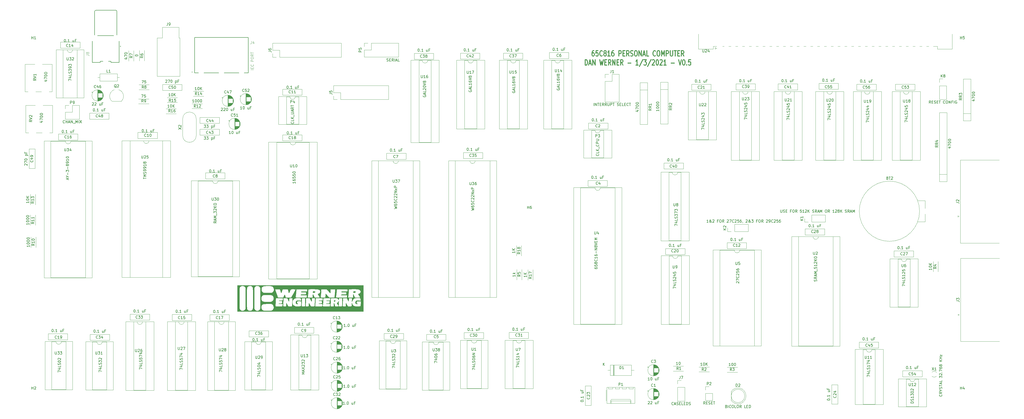
<source format=gto>
G04 #@! TF.GenerationSoftware,KiCad,Pcbnew,(5.1.5)-3*
G04 #@! TF.CreationDate,2021-01-05T18:48:48-06:00*
G04 #@! TF.ProjectId,SBC,5342432e-6b69-4636-9164-5f7063625858,rev?*
G04 #@! TF.SameCoordinates,Original*
G04 #@! TF.FileFunction,Legend,Top*
G04 #@! TF.FilePolarity,Positive*
%FSLAX46Y46*%
G04 Gerber Fmt 4.6, Leading zero omitted, Abs format (unit mm)*
G04 Created by KiCad (PCBNEW (5.1.5)-3) date 2021-01-05 18:48:48*
%MOMM*%
%LPD*%
G04 APERTURE LIST*
%ADD10C,0.304800*%
%ADD11C,0.010000*%
%ADD12C,0.120000*%
%ADD13C,0.100000*%
%ADD14C,0.127000*%
%ADD15C,0.200000*%
%ADD16C,0.150000*%
%ADD17C,0.015000*%
G04 APERTURE END LIST*
D10*
X241235142Y-76010838D02*
X240944857Y-76010838D01*
X240799714Y-76107600D01*
X240727142Y-76204361D01*
X240582000Y-76494647D01*
X240509428Y-76881695D01*
X240509428Y-77655790D01*
X240582000Y-77849314D01*
X240654571Y-77946076D01*
X240799714Y-78042838D01*
X241090000Y-78042838D01*
X241235142Y-77946076D01*
X241307714Y-77849314D01*
X241380285Y-77655790D01*
X241380285Y-77171980D01*
X241307714Y-76978457D01*
X241235142Y-76881695D01*
X241090000Y-76784933D01*
X240799714Y-76784933D01*
X240654571Y-76881695D01*
X240582000Y-76978457D01*
X240509428Y-77171980D01*
X242759142Y-76010838D02*
X242033428Y-76010838D01*
X241960857Y-76978457D01*
X242033428Y-76881695D01*
X242178571Y-76784933D01*
X242541428Y-76784933D01*
X242686571Y-76881695D01*
X242759142Y-76978457D01*
X242831714Y-77171980D01*
X242831714Y-77655790D01*
X242759142Y-77849314D01*
X242686571Y-77946076D01*
X242541428Y-78042838D01*
X242178571Y-78042838D01*
X242033428Y-77946076D01*
X241960857Y-77849314D01*
X244355714Y-77849314D02*
X244283142Y-77946076D01*
X244065428Y-78042838D01*
X243920285Y-78042838D01*
X243702571Y-77946076D01*
X243557428Y-77752552D01*
X243484857Y-77559028D01*
X243412285Y-77171980D01*
X243412285Y-76881695D01*
X243484857Y-76494647D01*
X243557428Y-76301123D01*
X243702571Y-76107600D01*
X243920285Y-76010838D01*
X244065428Y-76010838D01*
X244283142Y-76107600D01*
X244355714Y-76204361D01*
X245226571Y-76881695D02*
X245081428Y-76784933D01*
X245008857Y-76688171D01*
X244936285Y-76494647D01*
X244936285Y-76397885D01*
X245008857Y-76204361D01*
X245081428Y-76107600D01*
X245226571Y-76010838D01*
X245516857Y-76010838D01*
X245662000Y-76107600D01*
X245734571Y-76204361D01*
X245807142Y-76397885D01*
X245807142Y-76494647D01*
X245734571Y-76688171D01*
X245662000Y-76784933D01*
X245516857Y-76881695D01*
X245226571Y-76881695D01*
X245081428Y-76978457D01*
X245008857Y-77075219D01*
X244936285Y-77268742D01*
X244936285Y-77655790D01*
X245008857Y-77849314D01*
X245081428Y-77946076D01*
X245226571Y-78042838D01*
X245516857Y-78042838D01*
X245662000Y-77946076D01*
X245734571Y-77849314D01*
X245807142Y-77655790D01*
X245807142Y-77268742D01*
X245734571Y-77075219D01*
X245662000Y-76978457D01*
X245516857Y-76881695D01*
X247258571Y-78042838D02*
X246387714Y-78042838D01*
X246823142Y-78042838D02*
X246823142Y-76010838D01*
X246678000Y-76301123D01*
X246532857Y-76494647D01*
X246387714Y-76591409D01*
X248564857Y-76010838D02*
X248274571Y-76010838D01*
X248129428Y-76107600D01*
X248056857Y-76204361D01*
X247911714Y-76494647D01*
X247839142Y-76881695D01*
X247839142Y-77655790D01*
X247911714Y-77849314D01*
X247984285Y-77946076D01*
X248129428Y-78042838D01*
X248419714Y-78042838D01*
X248564857Y-77946076D01*
X248637428Y-77849314D01*
X248710000Y-77655790D01*
X248710000Y-77171980D01*
X248637428Y-76978457D01*
X248564857Y-76881695D01*
X248419714Y-76784933D01*
X248129428Y-76784933D01*
X247984285Y-76881695D01*
X247911714Y-76978457D01*
X247839142Y-77171980D01*
X250524285Y-78042838D02*
X250524285Y-76010838D01*
X251104857Y-76010838D01*
X251250000Y-76107600D01*
X251322571Y-76204361D01*
X251395142Y-76397885D01*
X251395142Y-76688171D01*
X251322571Y-76881695D01*
X251250000Y-76978457D01*
X251104857Y-77075219D01*
X250524285Y-77075219D01*
X252048285Y-76978457D02*
X252556285Y-76978457D01*
X252774000Y-78042838D02*
X252048285Y-78042838D01*
X252048285Y-76010838D01*
X252774000Y-76010838D01*
X254298000Y-78042838D02*
X253790000Y-77075219D01*
X253427142Y-78042838D02*
X253427142Y-76010838D01*
X254007714Y-76010838D01*
X254152857Y-76107600D01*
X254225428Y-76204361D01*
X254298000Y-76397885D01*
X254298000Y-76688171D01*
X254225428Y-76881695D01*
X254152857Y-76978457D01*
X254007714Y-77075219D01*
X253427142Y-77075219D01*
X254878571Y-77946076D02*
X255096285Y-78042838D01*
X255459142Y-78042838D01*
X255604285Y-77946076D01*
X255676857Y-77849314D01*
X255749428Y-77655790D01*
X255749428Y-77462266D01*
X255676857Y-77268742D01*
X255604285Y-77171980D01*
X255459142Y-77075219D01*
X255168857Y-76978457D01*
X255023714Y-76881695D01*
X254951142Y-76784933D01*
X254878571Y-76591409D01*
X254878571Y-76397885D01*
X254951142Y-76204361D01*
X255023714Y-76107600D01*
X255168857Y-76010838D01*
X255531714Y-76010838D01*
X255749428Y-76107600D01*
X256692857Y-76010838D02*
X256983142Y-76010838D01*
X257128285Y-76107600D01*
X257273428Y-76301123D01*
X257346000Y-76688171D01*
X257346000Y-77365504D01*
X257273428Y-77752552D01*
X257128285Y-77946076D01*
X256983142Y-78042838D01*
X256692857Y-78042838D01*
X256547714Y-77946076D01*
X256402571Y-77752552D01*
X256330000Y-77365504D01*
X256330000Y-76688171D01*
X256402571Y-76301123D01*
X256547714Y-76107600D01*
X256692857Y-76010838D01*
X257999142Y-78042838D02*
X257999142Y-76010838D01*
X258870000Y-78042838D01*
X258870000Y-76010838D01*
X259523142Y-77462266D02*
X260248857Y-77462266D01*
X259378000Y-78042838D02*
X259886000Y-76010838D01*
X260394000Y-78042838D01*
X261627714Y-78042838D02*
X260902000Y-78042838D01*
X260902000Y-76010838D01*
X264167714Y-77849314D02*
X264095142Y-77946076D01*
X263877428Y-78042838D01*
X263732285Y-78042838D01*
X263514571Y-77946076D01*
X263369428Y-77752552D01*
X263296857Y-77559028D01*
X263224285Y-77171980D01*
X263224285Y-76881695D01*
X263296857Y-76494647D01*
X263369428Y-76301123D01*
X263514571Y-76107600D01*
X263732285Y-76010838D01*
X263877428Y-76010838D01*
X264095142Y-76107600D01*
X264167714Y-76204361D01*
X265111142Y-76010838D02*
X265401428Y-76010838D01*
X265546571Y-76107600D01*
X265691714Y-76301123D01*
X265764285Y-76688171D01*
X265764285Y-77365504D01*
X265691714Y-77752552D01*
X265546571Y-77946076D01*
X265401428Y-78042838D01*
X265111142Y-78042838D01*
X264966000Y-77946076D01*
X264820857Y-77752552D01*
X264748285Y-77365504D01*
X264748285Y-76688171D01*
X264820857Y-76301123D01*
X264966000Y-76107600D01*
X265111142Y-76010838D01*
X266417428Y-78042838D02*
X266417428Y-76010838D01*
X266925428Y-77462266D01*
X267433428Y-76010838D01*
X267433428Y-78042838D01*
X268159142Y-78042838D02*
X268159142Y-76010838D01*
X268739714Y-76010838D01*
X268884857Y-76107600D01*
X268957428Y-76204361D01*
X269030000Y-76397885D01*
X269030000Y-76688171D01*
X268957428Y-76881695D01*
X268884857Y-76978457D01*
X268739714Y-77075219D01*
X268159142Y-77075219D01*
X269683142Y-76010838D02*
X269683142Y-77655790D01*
X269755714Y-77849314D01*
X269828285Y-77946076D01*
X269973428Y-78042838D01*
X270263714Y-78042838D01*
X270408857Y-77946076D01*
X270481428Y-77849314D01*
X270554000Y-77655790D01*
X270554000Y-76010838D01*
X271062000Y-76010838D02*
X271932857Y-76010838D01*
X271497428Y-78042838D02*
X271497428Y-76010838D01*
X272440857Y-76978457D02*
X272948857Y-76978457D01*
X273166571Y-78042838D02*
X272440857Y-78042838D01*
X272440857Y-76010838D01*
X273166571Y-76010838D01*
X274690571Y-78042838D02*
X274182571Y-77075219D01*
X273819714Y-78042838D02*
X273819714Y-76010838D01*
X274400285Y-76010838D01*
X274545428Y-76107600D01*
X274618000Y-76204361D01*
X274690571Y-76397885D01*
X274690571Y-76688171D01*
X274618000Y-76881695D01*
X274545428Y-76978457D01*
X274400285Y-77075219D01*
X273819714Y-77075219D01*
X237969428Y-81395638D02*
X237969428Y-79363638D01*
X238332285Y-79363638D01*
X238550000Y-79460400D01*
X238695142Y-79653923D01*
X238767714Y-79847447D01*
X238840285Y-80234495D01*
X238840285Y-80524780D01*
X238767714Y-80911828D01*
X238695142Y-81105352D01*
X238550000Y-81298876D01*
X238332285Y-81395638D01*
X237969428Y-81395638D01*
X239420857Y-80815066D02*
X240146571Y-80815066D01*
X239275714Y-81395638D02*
X239783714Y-79363638D01*
X240291714Y-81395638D01*
X240799714Y-81395638D02*
X240799714Y-79363638D01*
X241670571Y-81395638D01*
X241670571Y-79363638D01*
X243412285Y-79363638D02*
X243775142Y-81395638D01*
X244065428Y-79944209D01*
X244355714Y-81395638D01*
X244718571Y-79363638D01*
X245299142Y-80331257D02*
X245807142Y-80331257D01*
X246024857Y-81395638D02*
X245299142Y-81395638D01*
X245299142Y-79363638D01*
X246024857Y-79363638D01*
X247548857Y-81395638D02*
X247040857Y-80428019D01*
X246678000Y-81395638D02*
X246678000Y-79363638D01*
X247258571Y-79363638D01*
X247403714Y-79460400D01*
X247476285Y-79557161D01*
X247548857Y-79750685D01*
X247548857Y-80040971D01*
X247476285Y-80234495D01*
X247403714Y-80331257D01*
X247258571Y-80428019D01*
X246678000Y-80428019D01*
X248202000Y-81395638D02*
X248202000Y-79363638D01*
X249072857Y-81395638D01*
X249072857Y-79363638D01*
X249798571Y-80331257D02*
X250306571Y-80331257D01*
X250524285Y-81395638D02*
X249798571Y-81395638D01*
X249798571Y-79363638D01*
X250524285Y-79363638D01*
X252048285Y-81395638D02*
X251540285Y-80428019D01*
X251177428Y-81395638D02*
X251177428Y-79363638D01*
X251758000Y-79363638D01*
X251903142Y-79460400D01*
X251975714Y-79557161D01*
X252048285Y-79750685D01*
X252048285Y-80040971D01*
X251975714Y-80234495D01*
X251903142Y-80331257D01*
X251758000Y-80428019D01*
X251177428Y-80428019D01*
X253862571Y-80621542D02*
X255023714Y-80621542D01*
X257708857Y-81395638D02*
X256838000Y-81395638D01*
X257273428Y-81395638D02*
X257273428Y-79363638D01*
X257128285Y-79653923D01*
X256983142Y-79847447D01*
X256838000Y-79944209D01*
X259450571Y-79266876D02*
X258144285Y-81879447D01*
X259813428Y-79363638D02*
X260756857Y-79363638D01*
X260248857Y-80137733D01*
X260466571Y-80137733D01*
X260611714Y-80234495D01*
X260684285Y-80331257D01*
X260756857Y-80524780D01*
X260756857Y-81008590D01*
X260684285Y-81202114D01*
X260611714Y-81298876D01*
X260466571Y-81395638D01*
X260031142Y-81395638D01*
X259886000Y-81298876D01*
X259813428Y-81202114D01*
X262498571Y-79266876D02*
X261192285Y-81879447D01*
X262934000Y-79557161D02*
X263006571Y-79460400D01*
X263151714Y-79363638D01*
X263514571Y-79363638D01*
X263659714Y-79460400D01*
X263732285Y-79557161D01*
X263804857Y-79750685D01*
X263804857Y-79944209D01*
X263732285Y-80234495D01*
X262861428Y-81395638D01*
X263804857Y-81395638D01*
X264748285Y-79363638D02*
X264893428Y-79363638D01*
X265038571Y-79460400D01*
X265111142Y-79557161D01*
X265183714Y-79750685D01*
X265256285Y-80137733D01*
X265256285Y-80621542D01*
X265183714Y-81008590D01*
X265111142Y-81202114D01*
X265038571Y-81298876D01*
X264893428Y-81395638D01*
X264748285Y-81395638D01*
X264603142Y-81298876D01*
X264530571Y-81202114D01*
X264458000Y-81008590D01*
X264385428Y-80621542D01*
X264385428Y-80137733D01*
X264458000Y-79750685D01*
X264530571Y-79557161D01*
X264603142Y-79460400D01*
X264748285Y-79363638D01*
X265836857Y-79557161D02*
X265909428Y-79460400D01*
X266054571Y-79363638D01*
X266417428Y-79363638D01*
X266562571Y-79460400D01*
X266635142Y-79557161D01*
X266707714Y-79750685D01*
X266707714Y-79944209D01*
X266635142Y-80234495D01*
X265764285Y-81395638D01*
X266707714Y-81395638D01*
X268159142Y-81395638D02*
X267288285Y-81395638D01*
X267723714Y-81395638D02*
X267723714Y-79363638D01*
X267578571Y-79653923D01*
X267433428Y-79847447D01*
X267288285Y-79944209D01*
X269973428Y-80621542D02*
X271134571Y-80621542D01*
X272803714Y-79363638D02*
X273311714Y-81395638D01*
X273819714Y-79363638D01*
X274618000Y-79363638D02*
X274763142Y-79363638D01*
X274908285Y-79460400D01*
X274980857Y-79557161D01*
X275053428Y-79750685D01*
X275126000Y-80137733D01*
X275126000Y-80621542D01*
X275053428Y-81008590D01*
X274980857Y-81202114D01*
X274908285Y-81298876D01*
X274763142Y-81395638D01*
X274618000Y-81395638D01*
X274472857Y-81298876D01*
X274400285Y-81202114D01*
X274327714Y-81008590D01*
X274255142Y-80621542D01*
X274255142Y-80137733D01*
X274327714Y-79750685D01*
X274400285Y-79557161D01*
X274472857Y-79460400D01*
X274618000Y-79363638D01*
X275779142Y-81202114D02*
X275851714Y-81298876D01*
X275779142Y-81395638D01*
X275706571Y-81298876D01*
X275779142Y-81202114D01*
X275779142Y-81395638D01*
X277230571Y-79363638D02*
X276504857Y-79363638D01*
X276432285Y-80331257D01*
X276504857Y-80234495D01*
X276650000Y-80137733D01*
X277012857Y-80137733D01*
X277158000Y-80234495D01*
X277230571Y-80331257D01*
X277303142Y-80524780D01*
X277303142Y-81008590D01*
X277230571Y-81202114D01*
X277158000Y-81298876D01*
X277012857Y-81395638D01*
X276650000Y-81395638D01*
X276504857Y-81298876D01*
X276432285Y-81202114D01*
D11*
G36*
X152203743Y-165784388D02*
G01*
X152380934Y-165834144D01*
X152463480Y-165911612D01*
X152449956Y-166015670D01*
X152375523Y-166110876D01*
X152293115Y-166171412D01*
X152179677Y-166203700D01*
X152004520Y-166215130D01*
X151940600Y-166215600D01*
X151610400Y-166215600D01*
X151610400Y-166067354D01*
X151622039Y-165898608D01*
X151671604Y-165805654D01*
X151781066Y-165767818D01*
X151933335Y-165763463D01*
X152203743Y-165784388D01*
G37*
X152203743Y-165784388D02*
X152380934Y-165834144D01*
X152463480Y-165911612D01*
X152449956Y-166015670D01*
X152375523Y-166110876D01*
X152293115Y-166171412D01*
X152179677Y-166203700D01*
X152004520Y-166215130D01*
X151940600Y-166215600D01*
X151610400Y-166215600D01*
X151610400Y-166067354D01*
X151622039Y-165898608D01*
X151671604Y-165805654D01*
X151781066Y-165767818D01*
X151933335Y-165763463D01*
X152203743Y-165784388D01*
G36*
X137166943Y-165784388D02*
G01*
X137344134Y-165834144D01*
X137426680Y-165911612D01*
X137413156Y-166015670D01*
X137338723Y-166110876D01*
X137256315Y-166171412D01*
X137142877Y-166203700D01*
X136967720Y-166215130D01*
X136903800Y-166215600D01*
X136573600Y-166215600D01*
X136573600Y-166067354D01*
X136585239Y-165898608D01*
X136634804Y-165805654D01*
X136744266Y-165767818D01*
X136896535Y-165763463D01*
X137166943Y-165784388D01*
G37*
X137166943Y-165784388D02*
X137344134Y-165834144D01*
X137426680Y-165911612D01*
X137413156Y-166015670D01*
X137338723Y-166110876D01*
X137256315Y-166171412D01*
X137142877Y-166203700D01*
X136967720Y-166215130D01*
X136903800Y-166215600D01*
X136573600Y-166215600D01*
X136573600Y-166067354D01*
X136585239Y-165898608D01*
X136634804Y-165805654D01*
X136744266Y-165767818D01*
X136896535Y-165763463D01*
X137166943Y-165784388D01*
G36*
X144782858Y-169179025D02*
G01*
X144890669Y-169223718D01*
X144901978Y-169234800D01*
X144922571Y-169322141D01*
X144865267Y-169410732D01*
X144751782Y-169481814D01*
X144603828Y-169516631D01*
X144574600Y-169517600D01*
X144455432Y-169509736D01*
X144406561Y-169465368D01*
X144396822Y-169353333D01*
X144396800Y-169339800D01*
X144401960Y-169229485D01*
X144436128Y-169177990D01*
X144527335Y-169162901D01*
X144619179Y-169162000D01*
X144782858Y-169179025D01*
G37*
X144782858Y-169179025D02*
X144890669Y-169223718D01*
X144901978Y-169234800D01*
X144922571Y-169322141D01*
X144865267Y-169410732D01*
X144751782Y-169481814D01*
X144603828Y-169516631D01*
X144574600Y-169517600D01*
X144455432Y-169509736D01*
X144406561Y-169465368D01*
X144396822Y-169353333D01*
X144396800Y-169339800D01*
X144401960Y-169229485D01*
X144436128Y-169177990D01*
X144527335Y-169162901D01*
X144619179Y-169162000D01*
X144782858Y-169179025D01*
G36*
X146143228Y-170152600D02*
G01*
X146129717Y-170435983D01*
X146114295Y-170688508D01*
X146098426Y-170890479D01*
X146083571Y-171022201D01*
X146075888Y-171058958D01*
X146049161Y-171076995D01*
X146001502Y-171026064D01*
X145927687Y-170898181D01*
X145822494Y-170685363D01*
X145799116Y-170635916D01*
X145556122Y-170119316D01*
X145770761Y-169935593D01*
X145915138Y-169788204D01*
X146038953Y-169621760D01*
X146081095Y-169545835D01*
X146176790Y-169339800D01*
X146143228Y-170152600D01*
G37*
X146143228Y-170152600D02*
X146129717Y-170435983D01*
X146114295Y-170688508D01*
X146098426Y-170890479D01*
X146083571Y-171022201D01*
X146075888Y-171058958D01*
X146049161Y-171076995D01*
X146001502Y-171026064D01*
X145927687Y-170898181D01*
X145822494Y-170685363D01*
X145799116Y-170635916D01*
X145556122Y-170119316D01*
X145770761Y-169935593D01*
X145915138Y-169788204D01*
X146038953Y-169621760D01*
X146081095Y-169545835D01*
X146176790Y-169339800D01*
X146143228Y-170152600D01*
G36*
X128887017Y-169631900D02*
G01*
X128894918Y-169760740D01*
X128887017Y-169809700D01*
X128872293Y-169825510D01*
X128864277Y-169755266D01*
X128863785Y-169720800D01*
X128869082Y-169628378D01*
X128882268Y-169617486D01*
X128887017Y-169631900D01*
G37*
X128887017Y-169631900D02*
X128894918Y-169760740D01*
X128887017Y-169809700D01*
X128872293Y-169825510D01*
X128864277Y-169755266D01*
X128863785Y-169720800D01*
X128869082Y-169628378D01*
X128882268Y-169617486D01*
X128887017Y-169631900D01*
G36*
X155369600Y-173276800D02*
G01*
X108430400Y-173276800D01*
X108430400Y-168363531D01*
X109193515Y-168363531D01*
X109193603Y-169101978D01*
X109194402Y-169745175D01*
X109196019Y-170299469D01*
X109198563Y-170771208D01*
X109202141Y-171166740D01*
X109206862Y-171492412D01*
X109212834Y-171754572D01*
X109220164Y-171959568D01*
X109228960Y-172113747D01*
X109239330Y-172223458D01*
X109251383Y-172295048D01*
X109260901Y-172325931D01*
X109435582Y-172616322D01*
X109682815Y-172845505D01*
X109984427Y-172997975D01*
X110081400Y-173026098D01*
X110278427Y-173061970D01*
X110451487Y-173057572D01*
X110654715Y-173010717D01*
X110685216Y-173001682D01*
X111000494Y-172859854D01*
X111251561Y-172647667D01*
X111389968Y-172448357D01*
X111503800Y-172235400D01*
X111518133Y-168450800D01*
X111520681Y-167733144D01*
X111521243Y-167532929D01*
X111935479Y-167532929D01*
X111935595Y-168247818D01*
X111935600Y-168374600D01*
X111935558Y-169105155D01*
X111935757Y-169741196D01*
X111936681Y-170289808D01*
X111938815Y-170758076D01*
X111942644Y-171153085D01*
X111948651Y-171481921D01*
X111957322Y-171751669D01*
X111969141Y-171969413D01*
X111984593Y-172142240D01*
X112004162Y-172277234D01*
X112028334Y-172381481D01*
X112057592Y-172462067D01*
X112092422Y-172526075D01*
X112133308Y-172580592D01*
X112180734Y-172632702D01*
X112230394Y-172684435D01*
X112496715Y-172895641D01*
X112801882Y-173018089D01*
X113131286Y-173049417D01*
X113470316Y-172987268D01*
X113652223Y-172914024D01*
X113877200Y-172756453D01*
X114069557Y-172531015D01*
X114202270Y-172271290D01*
X114223017Y-172204736D01*
X114233957Y-172110523D01*
X114243218Y-171916546D01*
X114250783Y-171624629D01*
X114256634Y-171236594D01*
X114260753Y-170754263D01*
X114263124Y-170179461D01*
X114263728Y-169514010D01*
X114262547Y-168759732D01*
X114260967Y-168262865D01*
X114258221Y-167554287D01*
X114258127Y-167532929D01*
X114678679Y-167532929D01*
X114678795Y-168247818D01*
X114678800Y-168374600D01*
X114679003Y-169096054D01*
X114679704Y-169722851D01*
X114681042Y-170261936D01*
X114683153Y-170720250D01*
X114686176Y-171104737D01*
X114690248Y-171422339D01*
X114695507Y-171680000D01*
X114702091Y-171884663D01*
X114710137Y-172043270D01*
X114719784Y-172162765D01*
X114731168Y-172250091D01*
X114744428Y-172312190D01*
X114757694Y-172351331D01*
X114926463Y-172628357D01*
X115169756Y-172848880D01*
X115469241Y-172997631D01*
X115567800Y-173026098D01*
X115751385Y-173060592D01*
X115912933Y-173059994D01*
X116100101Y-173021917D01*
X116196379Y-172994600D01*
X116492799Y-172855888D01*
X116731513Y-172639606D01*
X116898514Y-172359905D01*
X116938982Y-172244352D01*
X116954256Y-172182110D01*
X116967383Y-172103303D01*
X116978483Y-172000727D01*
X116987673Y-171867174D01*
X116994171Y-171716331D01*
X117321515Y-171716331D01*
X117353666Y-172094455D01*
X117455609Y-172402749D01*
X117632058Y-172649406D01*
X117887727Y-172842617D01*
X118004124Y-172902562D01*
X118084776Y-172938468D01*
X118162916Y-172966339D01*
X118252210Y-172987194D01*
X118366324Y-173002051D01*
X118518925Y-173011929D01*
X118723678Y-173017848D01*
X118994251Y-173020827D01*
X119344310Y-173021883D01*
X119606400Y-173022020D01*
X120019215Y-173019987D01*
X120387605Y-173014046D01*
X120698947Y-173004637D01*
X120940620Y-172992198D01*
X121100003Y-172977171D01*
X121146695Y-172968336D01*
X121352118Y-172872231D01*
X121562805Y-172709289D01*
X121747241Y-172507379D01*
X121849618Y-172346682D01*
X121955757Y-172035379D01*
X121984546Y-171692578D01*
X121938397Y-171348630D01*
X121855045Y-171127566D01*
X122548046Y-171127566D01*
X122551834Y-171235525D01*
X122571262Y-171300133D01*
X122592198Y-171327740D01*
X122664309Y-171350424D01*
X122819853Y-171369114D01*
X123041643Y-171383772D01*
X123312493Y-171394358D01*
X123615218Y-171400832D01*
X123932632Y-171403155D01*
X124247548Y-171401287D01*
X124542782Y-171395188D01*
X124801146Y-171384820D01*
X125005456Y-171370142D01*
X125138525Y-171351116D01*
X125181456Y-171333700D01*
X125209931Y-171254753D01*
X125238861Y-171104674D01*
X125239565Y-171099004D01*
X125424421Y-171099004D01*
X125430308Y-171231992D01*
X125443355Y-171307244D01*
X125453159Y-171326734D01*
X125531188Y-171360484D01*
X125682240Y-171384087D01*
X125878222Y-171397301D01*
X126091041Y-171399884D01*
X126292604Y-171391595D01*
X126454818Y-171372190D01*
X126549590Y-171341428D01*
X126555840Y-171336239D01*
X126593018Y-171251075D01*
X126614815Y-171108489D01*
X126617161Y-171044139D01*
X126622438Y-170866652D01*
X126635748Y-170643228D01*
X126650079Y-170468251D01*
X126682637Y-170123502D01*
X126958607Y-170646051D01*
X127100885Y-170918854D01*
X127207148Y-171116808D01*
X127294326Y-171251778D01*
X127379347Y-171335632D01*
X127479139Y-171380235D01*
X127610631Y-171397453D01*
X127790752Y-171399153D01*
X128030211Y-171397200D01*
X128355777Y-171392265D01*
X128582250Y-171377347D01*
X128711663Y-171352269D01*
X128740239Y-171336240D01*
X128772696Y-171255221D01*
X128796613Y-171102108D01*
X128807137Y-170917140D01*
X128815662Y-170669193D01*
X128831508Y-170401267D01*
X128845866Y-170228800D01*
X128878657Y-169898600D01*
X128913951Y-170167124D01*
X129006328Y-170534862D01*
X129178497Y-170839746D01*
X129430410Y-171081751D01*
X129762016Y-171260856D01*
X130173267Y-171377037D01*
X130664111Y-171430271D01*
X131234500Y-171420534D01*
X131533702Y-171393797D01*
X131752763Y-171364036D01*
X131936972Y-171328502D01*
X132060511Y-171292706D01*
X132093939Y-171274244D01*
X132123025Y-171198523D01*
X132150939Y-171042752D01*
X132156529Y-170995737D01*
X132328024Y-170995737D01*
X132329862Y-171170482D01*
X132342068Y-171278049D01*
X132361839Y-171326590D01*
X132438453Y-171358909D01*
X132589985Y-171382254D01*
X132790489Y-171396477D01*
X133014019Y-171401430D01*
X133234628Y-171396968D01*
X133426370Y-171382942D01*
X133563300Y-171359206D01*
X133615490Y-171333700D01*
X133631177Y-171264488D01*
X133638678Y-171181230D01*
X133807121Y-171181230D01*
X133821180Y-171294994D01*
X133837804Y-171329921D01*
X133919734Y-171366893D01*
X134074456Y-171390703D01*
X134274057Y-171401661D01*
X134490627Y-171400077D01*
X134696253Y-171386260D01*
X134863024Y-171360519D01*
X134963029Y-171323165D01*
X134969771Y-171317371D01*
X135007984Y-171255518D01*
X135032401Y-171149411D01*
X135045455Y-170980459D01*
X135049582Y-170730072D01*
X135049600Y-170707771D01*
X135052999Y-170489713D01*
X135062189Y-170315382D01*
X135075655Y-170205796D01*
X135087700Y-170178738D01*
X135124486Y-170221487D01*
X135196517Y-170337347D01*
X135293404Y-170508656D01*
X135404759Y-170717750D01*
X135405200Y-170718599D01*
X135520425Y-170936098D01*
X135624702Y-171124154D01*
X135706206Y-171261993D01*
X135751728Y-171327461D01*
X135834359Y-171360352D01*
X135993123Y-171383788D01*
X136203000Y-171397806D01*
X136438967Y-171402444D01*
X136676002Y-171397742D01*
X136889085Y-171383736D01*
X137053192Y-171360466D01*
X137143303Y-171327968D01*
X137146206Y-171325336D01*
X137173982Y-171271365D01*
X137190155Y-171195584D01*
X137357845Y-171195584D01*
X137372315Y-171292074D01*
X137390919Y-171326445D01*
X137428304Y-171349412D01*
X137504996Y-171367075D01*
X137632088Y-171380040D01*
X137820676Y-171388914D01*
X138081853Y-171394305D01*
X138426714Y-171396819D01*
X138684391Y-171397200D01*
X139077591Y-171396438D01*
X139381521Y-171393644D01*
X139608501Y-171388051D01*
X139770853Y-171378895D01*
X139880897Y-171365409D01*
X139950956Y-171346828D01*
X139993351Y-171322387D01*
X140000935Y-171315407D01*
X140043297Y-171249281D01*
X140065836Y-171142304D01*
X140067316Y-171098815D01*
X140201617Y-171098815D01*
X140213599Y-171248693D01*
X140257572Y-171314715D01*
X140294925Y-171340906D01*
X140356231Y-171361002D01*
X140453851Y-171375777D01*
X140600147Y-171386005D01*
X140807479Y-171392460D01*
X141088207Y-171395916D01*
X141454694Y-171397148D01*
X141574808Y-171397200D01*
X141990008Y-171395801D01*
X142312712Y-171391309D01*
X142551992Y-171383273D01*
X142716917Y-171371245D01*
X142816558Y-171354778D01*
X142859769Y-171333700D01*
X142887353Y-171254868D01*
X142914315Y-171104610D01*
X142917604Y-171074822D01*
X143094354Y-171074822D01*
X143099214Y-171211512D01*
X143109681Y-171297401D01*
X143125798Y-171342620D01*
X143136311Y-171353353D01*
X143226312Y-171377907D01*
X143385174Y-171392796D01*
X143586050Y-171398549D01*
X143802090Y-171395698D01*
X144006445Y-171384772D01*
X144172265Y-171366304D01*
X144272701Y-171340823D01*
X144287226Y-171330607D01*
X144310692Y-171254993D01*
X144331909Y-171100722D01*
X144348409Y-170890736D01*
X144356946Y-170682907D01*
X144371400Y-170101800D01*
X144563720Y-170682987D01*
X144643251Y-170915317D01*
X144716633Y-171115270D01*
X144775583Y-171261176D01*
X144811240Y-171330687D01*
X144890329Y-171364902D01*
X145043656Y-171387997D01*
X145244490Y-171400157D01*
X145466100Y-171401563D01*
X145681753Y-171392399D01*
X145864718Y-171372848D01*
X145988265Y-171343091D01*
X146021224Y-171322416D01*
X146080123Y-171273461D01*
X146140884Y-171305724D01*
X146158073Y-171322416D01*
X146242201Y-171356808D01*
X146398852Y-171381657D01*
X146601672Y-171396721D01*
X146824310Y-171401755D01*
X147040411Y-171396518D01*
X147223624Y-171380767D01*
X147347595Y-171354257D01*
X147382097Y-171333700D01*
X147397822Y-171266685D01*
X147402242Y-171225280D01*
X147569541Y-171225280D01*
X147615344Y-171309626D01*
X147723768Y-171362306D01*
X147907489Y-171389452D01*
X148179182Y-171397199D01*
X148181400Y-171397200D01*
X148444440Y-171393369D01*
X148622510Y-171370977D01*
X148732215Y-171313678D01*
X148790158Y-171205122D01*
X148812945Y-171028963D01*
X148817177Y-170771271D01*
X148821532Y-170558717D01*
X148832534Y-170382287D01*
X148848201Y-170268495D01*
X148856594Y-170244220D01*
X148895343Y-170260020D01*
X148971148Y-170361009D01*
X149079114Y-170539841D01*
X149194972Y-170752220D01*
X149313062Y-170971308D01*
X149418345Y-171157449D01*
X149499960Y-171292062D01*
X149547046Y-171356565D01*
X149549255Y-171358322D01*
X149618826Y-171372824D01*
X149768146Y-171384831D01*
X149975372Y-171393107D01*
X150218660Y-171396416D01*
X150222471Y-171396422D01*
X150518623Y-171395424D01*
X150728163Y-171382772D01*
X150866065Y-171345271D01*
X150947305Y-171269730D01*
X150986859Y-171142956D01*
X150999702Y-170951758D01*
X151000800Y-170710769D01*
X151005458Y-170482956D01*
X151018136Y-170299940D01*
X151036891Y-170183080D01*
X151051600Y-170152600D01*
X151090042Y-170169770D01*
X151102400Y-170241227D01*
X151133558Y-170391687D01*
X151214630Y-170582783D01*
X151327013Y-170780136D01*
X151452101Y-170949362D01*
X151525449Y-171023042D01*
X151789893Y-171202004D01*
X152103758Y-171329343D01*
X152476456Y-171406667D01*
X152917398Y-171435583D01*
X153435997Y-171417698D01*
X153700517Y-171394474D01*
X153925461Y-171366557D01*
X154114636Y-171333735D01*
X154243755Y-171300756D01*
X154285348Y-171280174D01*
X154309417Y-171208540D01*
X154333636Y-171056562D01*
X154356723Y-170845483D01*
X154377395Y-170596549D01*
X154394370Y-170331005D01*
X154406367Y-170070096D01*
X154412102Y-169835067D01*
X154410294Y-169647162D01*
X154399660Y-169527627D01*
X154392572Y-169503556D01*
X154366593Y-169468447D01*
X154318090Y-169444390D01*
X154231040Y-169429840D01*
X154089423Y-169423255D01*
X153877217Y-169423089D01*
X153601793Y-169427356D01*
X152855000Y-169441400D01*
X152814419Y-169814206D01*
X152797829Y-170052196D01*
X152813852Y-170207194D01*
X152868279Y-170294205D01*
X152966898Y-170328231D01*
X153013620Y-170330400D01*
X153106062Y-170349168D01*
X153134400Y-170382794D01*
X153093133Y-170450303D01*
X152986984Y-170476827D01*
X152842429Y-170465835D01*
X152685946Y-170420795D01*
X152544009Y-170345176D01*
X152487874Y-170298092D01*
X152415990Y-170213868D01*
X152381471Y-170124220D01*
X152375431Y-169993108D01*
X152382441Y-169870355D01*
X152433273Y-169604861D01*
X152548964Y-169409137D01*
X152740688Y-169266699D01*
X152815268Y-169231652D01*
X153017670Y-169180836D01*
X153281592Y-169164928D01*
X153573203Y-169183750D01*
X153858675Y-169237124D01*
X153858854Y-169237170D01*
X154079665Y-169282117D01*
X154222859Y-169278818D01*
X154300825Y-169226159D01*
X154314892Y-169196172D01*
X154326003Y-169095325D01*
X154321516Y-168933500D01*
X154304974Y-168741768D01*
X154279920Y-168551204D01*
X154249897Y-168392878D01*
X154218448Y-168297865D01*
X154211359Y-168288208D01*
X154155525Y-168262094D01*
X154040744Y-168243204D01*
X153856120Y-168230771D01*
X153590755Y-168224031D01*
X153271559Y-168222200D01*
X152952814Y-168222771D01*
X152716152Y-168226094D01*
X152542059Y-168234583D01*
X152411018Y-168250650D01*
X152303514Y-168276710D01*
X152200032Y-168315176D01*
X152081055Y-168368461D01*
X152078192Y-168369783D01*
X151739106Y-168576006D01*
X151455132Y-168848766D01*
X151243505Y-169169144D01*
X151156935Y-169381028D01*
X151112050Y-169515018D01*
X151081517Y-169582603D01*
X151064575Y-169577435D01*
X151060462Y-169493165D01*
X151068418Y-169323444D01*
X151087682Y-169061924D01*
X151100217Y-168908000D01*
X151118730Y-168612310D01*
X151117044Y-168415227D01*
X151095146Y-168315785D01*
X151091783Y-168311100D01*
X151016769Y-168280781D01*
X150867765Y-168259744D01*
X150671964Y-168248051D01*
X150456556Y-168245761D01*
X150248733Y-168252934D01*
X150075685Y-168269631D01*
X149964604Y-168295911D01*
X149944160Y-168308560D01*
X149911756Y-168395561D01*
X149891128Y-168574720D01*
X149883250Y-168837172D01*
X149883200Y-168863205D01*
X149880010Y-169085180D01*
X149871447Y-169274592D01*
X149859015Y-169404406D01*
X149851026Y-169440734D01*
X149819076Y-169445004D01*
X149754865Y-169368028D01*
X149655689Y-169205836D01*
X149518842Y-168954463D01*
X149516276Y-168949588D01*
X149397432Y-168726475D01*
X149291800Y-168533184D01*
X149210215Y-168389205D01*
X149163515Y-168314024D01*
X149161230Y-168311100D01*
X149088675Y-168283409D01*
X148938972Y-168263103D01*
X148736309Y-168250224D01*
X148504873Y-168244816D01*
X148268850Y-168246923D01*
X148052429Y-168256589D01*
X147879796Y-168273857D01*
X147775137Y-168298773D01*
X147759760Y-168308559D01*
X147727293Y-168395487D01*
X147706628Y-168573845D01*
X147698835Y-168834035D01*
X147698800Y-168855526D01*
X147695634Y-169068068D01*
X147686918Y-169339571D01*
X147673821Y-169649025D01*
X147657512Y-169975421D01*
X147639160Y-170297751D01*
X147619936Y-170595006D01*
X147601008Y-170846176D01*
X147583547Y-171030254D01*
X147573684Y-171103134D01*
X147569541Y-171225280D01*
X147402242Y-171225280D01*
X147414124Y-171113996D01*
X147430468Y-170891549D01*
X147446317Y-170615264D01*
X147461135Y-170301059D01*
X147474386Y-169964852D01*
X147485533Y-169622562D01*
X147494039Y-169290107D01*
X147499369Y-168983407D01*
X147500985Y-168718378D01*
X147498352Y-168510940D01*
X147490932Y-168377012D01*
X147483097Y-168336500D01*
X147452314Y-168297305D01*
X147391833Y-168271461D01*
X147283401Y-168256325D01*
X147108762Y-168249254D01*
X146868972Y-168247600D01*
X146565302Y-168253535D01*
X146357141Y-168271182D01*
X146246946Y-168300306D01*
X146235760Y-168308560D01*
X146202566Y-168390346D01*
X146180530Y-168538863D01*
X146174800Y-168674923D01*
X146174800Y-168980327D01*
X146060500Y-168753663D01*
X145965314Y-168601087D01*
X145840602Y-168487218D01*
X145662479Y-168385033D01*
X145378759Y-168243067D01*
X144318824Y-168245329D01*
X144000433Y-168247754D01*
X143717027Y-168253236D01*
X143484138Y-168261202D01*
X143317302Y-168271079D01*
X143232051Y-168282294D01*
X143224823Y-168285695D01*
X143214201Y-168344307D01*
X143200756Y-168491494D01*
X143185290Y-168714296D01*
X143168602Y-168999751D01*
X143151494Y-169334900D01*
X143134766Y-169706781D01*
X143130191Y-169817431D01*
X143113021Y-170258635D01*
X143101298Y-170608514D01*
X143095062Y-170877200D01*
X143094354Y-171074822D01*
X142917604Y-171074822D01*
X142935473Y-170912996D01*
X142938061Y-170879293D01*
X142948660Y-170664854D01*
X142941516Y-170529410D01*
X142914481Y-170451561D01*
X142892712Y-170427446D01*
X142825426Y-170401154D01*
X142695157Y-170388313D01*
X142489394Y-170388466D01*
X142195625Y-170401158D01*
X142185641Y-170401710D01*
X141920026Y-170415071D01*
X141739824Y-170419580D01*
X141629146Y-170414145D01*
X141572102Y-170397678D01*
X141552804Y-170369088D01*
X141552000Y-170358258D01*
X141566535Y-170323043D01*
X141621151Y-170299933D01*
X141732359Y-170286576D01*
X141916674Y-170280622D01*
X142104579Y-170279600D01*
X142391966Y-170274362D01*
X142584718Y-170258197D01*
X142689285Y-170230426D01*
X142707719Y-170216100D01*
X142740796Y-170127970D01*
X142766300Y-169976094D01*
X142782479Y-169792545D01*
X142787581Y-169609397D01*
X142779854Y-169458724D01*
X142757545Y-169372601D01*
X142754031Y-169368351D01*
X142680414Y-169344576D01*
X142524780Y-169326630D01*
X142306628Y-169316260D01*
X142151440Y-169314400D01*
X141902476Y-169309907D01*
X141720710Y-169297248D01*
X141619429Y-169277654D01*
X141602800Y-169263600D01*
X141651777Y-169241806D01*
X141791640Y-169225539D01*
X142011783Y-169215622D01*
X142256979Y-169212800D01*
X142563889Y-169209000D01*
X142778174Y-169197078D01*
X142908546Y-169176248D01*
X142961283Y-169149300D01*
X142996500Y-169058256D01*
X143023644Y-168904460D01*
X143040797Y-168720163D01*
X143046039Y-168537615D01*
X143037450Y-168389066D01*
X143013112Y-168306765D01*
X143011527Y-168305047D01*
X142942149Y-168285162D01*
X142789197Y-168269199D01*
X142569869Y-168257118D01*
X142301359Y-168248878D01*
X142000864Y-168244438D01*
X141685581Y-168243758D01*
X141372705Y-168246797D01*
X141079431Y-168253514D01*
X140822958Y-168263870D01*
X140620479Y-168277823D01*
X140489193Y-168295332D01*
X140447523Y-168311100D01*
X140428455Y-168381483D01*
X140408336Y-168534618D01*
X140388964Y-168751697D01*
X140372131Y-169013912D01*
X140363901Y-169187400D01*
X140343855Y-169594793D01*
X140318134Y-169996385D01*
X140288462Y-170371866D01*
X140256564Y-170700931D01*
X140224163Y-170963272D01*
X140201617Y-171098815D01*
X140067316Y-171098815D01*
X140071644Y-170971672D01*
X140068064Y-170820107D01*
X140053400Y-170406600D01*
X139393000Y-170406600D01*
X139091791Y-170401760D01*
X138877694Y-170388790D01*
X138753003Y-170370009D01*
X138720011Y-170347739D01*
X138781012Y-170324301D01*
X138938299Y-170302016D01*
X139194165Y-170283205D01*
X139267509Y-170279600D01*
X139535678Y-170263743D01*
X139716980Y-170243186D01*
X139826125Y-170215480D01*
X139877822Y-170178178D01*
X139877937Y-170178000D01*
X139900213Y-170092231D01*
X139913312Y-169936883D01*
X139914721Y-169743756D01*
X139914028Y-169720800D01*
X139901000Y-169339800D01*
X139329500Y-169325436D01*
X139044623Y-169313250D01*
X138859038Y-169295320D01*
X138770785Y-169274317D01*
X138777902Y-169252911D01*
X138878430Y-169233771D01*
X139070409Y-169219568D01*
X139351879Y-169212973D01*
X139412179Y-169212800D01*
X139702500Y-169209984D01*
X139905769Y-169200575D01*
X140036403Y-169183131D01*
X140108819Y-169156209D01*
X140125603Y-169141415D01*
X140157371Y-169045617D01*
X140171772Y-168864702D01*
X140169923Y-168671515D01*
X140155000Y-168273000D01*
X137564200Y-168273000D01*
X137504744Y-169299291D01*
X137482900Y-169649735D01*
X137458293Y-170000500D01*
X137432926Y-170325855D01*
X137408799Y-170600066D01*
X137388743Y-170790637D01*
X137363345Y-171034236D01*
X137357845Y-171195584D01*
X137190155Y-171195584D01*
X137197078Y-171163148D01*
X137216618Y-170989750D01*
X137233727Y-170740239D01*
X137249531Y-170403680D01*
X137254667Y-170271236D01*
X137268522Y-169928123D01*
X137284271Y-169585227D01*
X137300569Y-169268895D01*
X137316069Y-169005473D01*
X137327563Y-168843450D01*
X137339403Y-168633802D01*
X137339747Y-168457959D01*
X137328905Y-168344100D01*
X137321807Y-168322750D01*
X137253779Y-168288322D01*
X137111074Y-168263354D01*
X136920206Y-168248175D01*
X136707688Y-168243115D01*
X136500031Y-168248501D01*
X136323749Y-168264663D01*
X136205354Y-168291928D01*
X136177360Y-168308560D01*
X136144283Y-168393322D01*
X136122772Y-168557150D01*
X136115840Y-168753060D01*
X136111179Y-168972327D01*
X136099489Y-169179574D01*
X136083294Y-169330190D01*
X136083159Y-169331011D01*
X136051036Y-169525423D01*
X135715383Y-168899211D01*
X135379729Y-168273000D01*
X134726449Y-168258740D01*
X134443343Y-168256725D01*
X134219039Y-168263575D01*
X134068578Y-168278497D01*
X134010530Y-168296466D01*
X133982631Y-168364924D01*
X133958309Y-168523194D01*
X133937202Y-168774832D01*
X133918950Y-169123393D01*
X133913860Y-169250525D01*
X133899130Y-169595346D01*
X133880855Y-169953923D01*
X133860883Y-170293778D01*
X133841066Y-170582427D01*
X133830898Y-170707621D01*
X133810401Y-170989064D01*
X133807121Y-171181230D01*
X133638678Y-171181230D01*
X133645803Y-171102166D01*
X133658991Y-170855222D01*
X133670360Y-170532143D01*
X133679534Y-170141416D01*
X133685211Y-169771600D01*
X133703400Y-168273000D01*
X133126471Y-168258585D01*
X132816757Y-168256800D01*
X132603966Y-168269238D01*
X132489783Y-168295784D01*
X132478771Y-168302905D01*
X132445774Y-168359326D01*
X132423952Y-168473225D01*
X132411731Y-168658924D01*
X132407540Y-168930746D01*
X132407508Y-168952320D01*
X132403922Y-169218750D01*
X132394395Y-169550741D01*
X132380223Y-169912510D01*
X132362700Y-170268274D01*
X132355128Y-170399490D01*
X132336474Y-170742508D01*
X132328024Y-170995737D01*
X132156529Y-170995737D01*
X132176435Y-170828331D01*
X132198266Y-170576662D01*
X132215184Y-170309146D01*
X132225944Y-170047183D01*
X132229297Y-169812175D01*
X132223997Y-169625523D01*
X132208797Y-169508627D01*
X132198234Y-169484288D01*
X132146205Y-169455269D01*
X132037781Y-169435085D01*
X131860284Y-169422628D01*
X131601039Y-169416790D01*
X131416614Y-169416000D01*
X131118232Y-169415856D01*
X130906562Y-169421792D01*
X130766776Y-169443361D01*
X130684046Y-169490114D01*
X130643542Y-169571605D01*
X130630437Y-169697384D01*
X130629903Y-169877004D01*
X130630000Y-169922719D01*
X130636834Y-170126268D01*
X130665763Y-170248614D01*
X130729422Y-170309713D01*
X130840448Y-170329522D01*
X130888154Y-170330400D01*
X130972329Y-170351411D01*
X130974071Y-170398714D01*
X130899455Y-170448710D01*
X130853997Y-170463094D01*
X130702967Y-170469260D01*
X130524223Y-170434747D01*
X130363353Y-170371883D01*
X130275859Y-170306758D01*
X130214966Y-170173619D01*
X130186202Y-169984677D01*
X130192992Y-169781588D01*
X130221830Y-169649962D01*
X130305400Y-169494945D01*
X130433001Y-169352250D01*
X130457414Y-169332378D01*
X130666687Y-169228710D01*
X130944793Y-169175145D01*
X131271252Y-169173351D01*
X131625586Y-169224996D01*
X131665246Y-169233979D01*
X131881477Y-169278886D01*
X132022592Y-169283427D01*
X132102317Y-169234198D01*
X132134379Y-169117796D01*
X132132505Y-168920817D01*
X132123056Y-168786959D01*
X132098194Y-168569912D01*
X132063488Y-168400420D01*
X132024370Y-168304359D01*
X132020886Y-168300271D01*
X131937944Y-168265359D01*
X131774939Y-168237113D01*
X131553233Y-168216212D01*
X131294189Y-168203333D01*
X131019167Y-168199154D01*
X130749529Y-168204353D01*
X130506636Y-168219607D01*
X130311849Y-168245594D01*
X130309855Y-168245981D01*
X129902975Y-168371782D01*
X129549730Y-168575985D01*
X129260552Y-168850314D01*
X129045872Y-169186498D01*
X129004069Y-169281712D01*
X128899076Y-169543000D01*
X128925096Y-168972418D01*
X128933062Y-168735703D01*
X128934677Y-168532144D01*
X128930075Y-168385793D01*
X128921522Y-168324718D01*
X128889383Y-168289483D01*
X128813999Y-168266463D01*
X128678470Y-168253411D01*
X128465892Y-168248079D01*
X128341563Y-168247600D01*
X128114983Y-168251847D01*
X127927814Y-168263344D01*
X127802247Y-168280228D01*
X127761042Y-168296389D01*
X127746526Y-168363976D01*
X127729796Y-168510848D01*
X127713004Y-168714786D01*
X127699352Y-168933656D01*
X127684072Y-169159680D01*
X127665872Y-169338448D01*
X127647049Y-169451788D01*
X127630113Y-169481767D01*
X127593498Y-169423856D01*
X127519964Y-169293931D01*
X127419516Y-169110093D01*
X127302159Y-168890442D01*
X127277903Y-168844500D01*
X126963394Y-168247600D01*
X126280502Y-168247600D01*
X125980449Y-168250491D01*
X125771194Y-168259808D01*
X125642084Y-168276509D01*
X125582463Y-168301558D01*
X125576448Y-168311100D01*
X125568244Y-168376582D01*
X125555576Y-168530018D01*
X125539352Y-168757906D01*
X125520486Y-169046743D01*
X125499886Y-169383024D01*
X125478463Y-169753247D01*
X125474981Y-169815434D01*
X125450973Y-170266496D01*
X125434628Y-170624969D01*
X125425819Y-170899567D01*
X125424421Y-171099004D01*
X125239565Y-171099004D01*
X125262599Y-170913750D01*
X125265322Y-170883920D01*
X125279998Y-170686472D01*
X125274935Y-170546688D01*
X125236262Y-170455744D01*
X125150107Y-170404816D01*
X125002597Y-170385080D01*
X124779861Y-170387712D01*
X124507241Y-170401710D01*
X124241626Y-170415071D01*
X124061424Y-170419580D01*
X123950746Y-170414145D01*
X123893702Y-170397678D01*
X123874404Y-170369088D01*
X123873600Y-170358258D01*
X123888135Y-170323043D01*
X123942751Y-170299933D01*
X124053959Y-170286576D01*
X124238274Y-170280622D01*
X124426179Y-170279600D01*
X124713307Y-170274380D01*
X124905864Y-170258263D01*
X125010365Y-170230563D01*
X125028959Y-170216100D01*
X125067436Y-170120635D01*
X125097270Y-169962857D01*
X125116055Y-169776314D01*
X125121385Y-169594555D01*
X125110855Y-169451130D01*
X125088522Y-169385446D01*
X125027519Y-169350241D01*
X124904898Y-169327896D01*
X124706118Y-169316636D01*
X124505377Y-169314400D01*
X124278402Y-169309721D01*
X124096038Y-169296993D01*
X123979769Y-169278182D01*
X123949800Y-169263600D01*
X123983687Y-169240695D01*
X124114869Y-169224402D01*
X124339232Y-169215054D01*
X124575581Y-169212800D01*
X124883127Y-169209029D01*
X125098072Y-169197194D01*
X125229156Y-169176510D01*
X125282959Y-169149300D01*
X125321436Y-169053835D01*
X125351270Y-168896057D01*
X125370055Y-168709514D01*
X125375385Y-168527755D01*
X125364855Y-168384330D01*
X125342522Y-168318646D01*
X125273936Y-168295561D01*
X125121294Y-168276485D01*
X124901851Y-168261468D01*
X124632858Y-168250562D01*
X124331567Y-168243816D01*
X124015231Y-168241282D01*
X123701103Y-168243009D01*
X123406434Y-168249049D01*
X123148478Y-168259452D01*
X122944486Y-168274269D01*
X122811712Y-168293550D01*
X122769143Y-168311100D01*
X122750928Y-168380635D01*
X122731616Y-168533903D01*
X122712785Y-168753069D01*
X122696013Y-169020301D01*
X122684870Y-169263600D01*
X122669012Y-169606687D01*
X122647922Y-169963932D01*
X122623842Y-170302393D01*
X122599014Y-170589129D01*
X122586717Y-170705440D01*
X122559730Y-170957217D01*
X122548046Y-171127566D01*
X121855045Y-171127566D01*
X121819723Y-171033886D01*
X121734381Y-170897543D01*
X121575009Y-170732310D01*
X121369747Y-170588177D01*
X121321963Y-170562715D01*
X121059651Y-170432000D01*
X119645594Y-170432000D01*
X119193819Y-170432785D01*
X118830984Y-170436518D01*
X118544430Y-170445261D01*
X118321502Y-170461078D01*
X118149540Y-170486034D01*
X118015890Y-170522191D01*
X117907893Y-170571614D01*
X117812892Y-170636365D01*
X117718230Y-170718510D01*
X117682496Y-170752074D01*
X117501238Y-170964125D01*
X117387226Y-171203163D01*
X117331204Y-171493914D01*
X117321515Y-171716331D01*
X116994171Y-171716331D01*
X116995071Y-171695439D01*
X117000795Y-171478313D01*
X117004963Y-171208592D01*
X117007692Y-170879068D01*
X117009100Y-170482535D01*
X117009305Y-170011787D01*
X117008425Y-169459617D01*
X117006577Y-168818819D01*
X117004981Y-168375956D01*
X117295879Y-168375956D01*
X117328847Y-168750571D01*
X117432800Y-169059725D01*
X117612649Y-169315137D01*
X117737872Y-169430665D01*
X117847237Y-169511970D01*
X117960689Y-169576419D01*
X118091052Y-169625787D01*
X118251151Y-169661845D01*
X118453814Y-169686368D01*
X118711864Y-169701127D01*
X119038128Y-169707897D01*
X119445431Y-169708450D01*
X119733400Y-169706541D01*
X120136527Y-169702713D01*
X120451447Y-169698142D01*
X120691553Y-169691763D01*
X120870238Y-169682515D01*
X121000894Y-169669332D01*
X121096914Y-169651153D01*
X121171690Y-169626915D01*
X121238615Y-169595552D01*
X121257400Y-169585551D01*
X121552043Y-169383134D01*
X121760636Y-169136575D01*
X121888554Y-168836377D01*
X121941177Y-168473045D01*
X121943200Y-168374542D01*
X121904136Y-167994274D01*
X121787513Y-167677209D01*
X121594186Y-167425365D01*
X121512243Y-167355799D01*
X121405034Y-167278312D01*
X121300667Y-167217055D01*
X121185841Y-167170120D01*
X121047255Y-167135601D01*
X120871608Y-167111591D01*
X120645599Y-167096183D01*
X120355927Y-167087469D01*
X119989291Y-167083543D01*
X119606400Y-167082545D01*
X119197201Y-167082697D01*
X118876117Y-167084496D01*
X118629662Y-167088818D01*
X118444354Y-167096539D01*
X118306708Y-167108536D01*
X118203242Y-167125686D01*
X118120472Y-167148864D01*
X118044915Y-167178947D01*
X118031600Y-167184910D01*
X117722580Y-167374018D01*
X117486721Y-167631275D01*
X117405526Y-167765000D01*
X117344247Y-167907615D01*
X117310046Y-168071193D01*
X117296735Y-168290235D01*
X117295879Y-168375956D01*
X117004981Y-168375956D01*
X117004483Y-168237824D01*
X116992325Y-165060994D01*
X117371200Y-165060994D01*
X117412654Y-165441416D01*
X117534632Y-165765692D01*
X117733558Y-166028302D01*
X118005853Y-166223726D01*
X118171196Y-166295520D01*
X118286735Y-166317757D01*
X118486218Y-166336103D01*
X118752063Y-166350496D01*
X119066686Y-166360874D01*
X119412504Y-166367174D01*
X119771935Y-166369335D01*
X120127394Y-166367295D01*
X120461298Y-166360991D01*
X120756066Y-166350361D01*
X120994112Y-166335343D01*
X121157855Y-166315876D01*
X121200706Y-166306221D01*
X121412389Y-166202983D01*
X121626539Y-166031181D01*
X121815554Y-165819299D01*
X121951831Y-165595819D01*
X121990988Y-165490720D01*
X122045224Y-165133621D01*
X122038090Y-165049565D01*
X122487627Y-165049565D01*
X122519567Y-165197066D01*
X122588101Y-165431456D01*
X122693937Y-165755179D01*
X122820743Y-166122299D01*
X122939592Y-166462486D01*
X123054590Y-166795536D01*
X123158736Y-167100883D01*
X123245031Y-167357963D01*
X123306477Y-167546213D01*
X123319330Y-167587200D01*
X123381147Y-167776833D01*
X123437801Y-167932004D01*
X123478631Y-168023877D01*
X123483648Y-168031700D01*
X123530976Y-168055573D01*
X123639323Y-168073186D01*
X123818373Y-168085133D01*
X124077808Y-168092012D01*
X124427311Y-168094419D01*
X124502120Y-168094422D01*
X124808569Y-168092303D01*
X125081473Y-168086870D01*
X125304020Y-168078744D01*
X125459398Y-168068548D01*
X125530795Y-168056904D01*
X125531818Y-168056322D01*
X125574039Y-167996589D01*
X125643825Y-167863437D01*
X125730829Y-167677708D01*
X125808774Y-167498396D01*
X125898692Y-167294222D01*
X125976801Y-167134649D01*
X126034133Y-167036878D01*
X126060436Y-167015796D01*
X126087745Y-167079199D01*
X126132698Y-167216035D01*
X126187335Y-167401415D01*
X126210667Y-167485600D01*
X126263041Y-167687001D01*
X126305285Y-167838992D01*
X126351507Y-167948283D01*
X126415813Y-168021584D01*
X126512308Y-168065605D01*
X126655100Y-168087056D01*
X126858294Y-168092647D01*
X127135997Y-168089088D01*
X127467673Y-168083523D01*
X128517075Y-168069800D01*
X128613726Y-167891533D01*
X130063864Y-167891533D01*
X130067981Y-167952078D01*
X130094904Y-167999338D01*
X130153535Y-168034939D01*
X130252774Y-168060509D01*
X130401524Y-168077675D01*
X130608687Y-168088065D01*
X130883162Y-168093305D01*
X131233852Y-168095023D01*
X131669658Y-168094846D01*
X132114305Y-168094422D01*
X132556424Y-168093253D01*
X132967743Y-168090253D01*
X133336946Y-168085646D01*
X133652717Y-168079658D01*
X133903739Y-168072516D01*
X134078696Y-168064445D01*
X134166273Y-168055670D01*
X134173282Y-168053334D01*
X134210595Y-167978001D01*
X134211773Y-167970660D01*
X134609048Y-167970660D01*
X134613186Y-168025295D01*
X134643781Y-168052270D01*
X134720242Y-168071690D01*
X134855382Y-168084595D01*
X135062015Y-168092022D01*
X135352952Y-168095010D01*
X135475650Y-168095200D01*
X135761704Y-168093391D01*
X136015684Y-168088390D01*
X136218606Y-168080837D01*
X136351484Y-168071371D01*
X136391645Y-168064364D01*
X136436221Y-168023031D01*
X136462284Y-167928116D01*
X136474104Y-167759639D01*
X136475765Y-167670664D01*
X136482789Y-167448905D01*
X136497340Y-167232447D01*
X136513865Y-167086004D01*
X136548200Y-166864209D01*
X136869378Y-167479704D01*
X137190557Y-168095200D01*
X138095058Y-168095200D01*
X138434257Y-168093636D01*
X138685080Y-168088284D01*
X138860713Y-168078146D01*
X138974343Y-168062230D01*
X139039155Y-168039538D01*
X139059988Y-168022387D01*
X139075804Y-167975559D01*
X139068042Y-167944103D01*
X139426307Y-167944103D01*
X139454921Y-168031623D01*
X139475289Y-168049238D01*
X139548293Y-168064275D01*
X139700966Y-168076483D01*
X139911410Y-168085666D01*
X140157727Y-168091629D01*
X140418021Y-168094175D01*
X140670394Y-168093110D01*
X140892948Y-168088237D01*
X141063787Y-168079360D01*
X141161012Y-168066283D01*
X141166845Y-168064364D01*
X141199894Y-168037467D01*
X141222672Y-167976007D01*
X141236953Y-167864196D01*
X141244509Y-167686244D01*
X141247114Y-167426361D01*
X141247200Y-167348931D01*
X141249906Y-167100299D01*
X141257326Y-166894537D01*
X141268413Y-166749563D01*
X141282118Y-166683295D01*
X141286240Y-166681266D01*
X141331924Y-166721875D01*
X141435633Y-166824714D01*
X141585805Y-166977983D01*
X141770883Y-167169881D01*
X141979305Y-167388606D01*
X141984740Y-167394341D01*
X142644200Y-168090483D01*
X143584000Y-168092064D01*
X143884974Y-168090628D01*
X144151961Y-168085680D01*
X144367910Y-168077833D01*
X144515775Y-168067700D01*
X144577947Y-168056322D01*
X144598429Y-167996171D01*
X144616663Y-167891533D01*
X145100664Y-167891533D01*
X145104781Y-167952078D01*
X145131704Y-167999338D01*
X145190335Y-168034939D01*
X145289574Y-168060509D01*
X145438324Y-168077675D01*
X145645487Y-168088065D01*
X145919962Y-168093305D01*
X146270652Y-168095023D01*
X146706458Y-168094846D01*
X147151105Y-168094422D01*
X147593366Y-168093208D01*
X148004950Y-168090079D01*
X148374519Y-168085270D01*
X148690735Y-168079017D01*
X148942259Y-168071556D01*
X149117754Y-168063122D01*
X149205881Y-168053952D01*
X149213014Y-168051523D01*
X149250044Y-167978993D01*
X149645628Y-167978993D01*
X149649927Y-168025143D01*
X149680387Y-168052162D01*
X149756426Y-168071613D01*
X149890895Y-168084541D01*
X150096644Y-168091989D01*
X150386524Y-168095000D01*
X150512450Y-168095200D01*
X150798504Y-168093391D01*
X151052484Y-168088390D01*
X151255406Y-168080837D01*
X151388284Y-168071371D01*
X151428445Y-168064364D01*
X151474785Y-168020206D01*
X151501256Y-167918745D01*
X151512470Y-167739953D01*
X151513250Y-167696064D01*
X151521155Y-167471786D01*
X151536916Y-167245204D01*
X151551350Y-167111170D01*
X151585000Y-166863741D01*
X151906178Y-167479470D01*
X152227357Y-168095200D01*
X153131858Y-168095200D01*
X153471057Y-168093636D01*
X153721880Y-168088284D01*
X153897513Y-168078146D01*
X154011143Y-168062230D01*
X154075955Y-168039538D01*
X154096788Y-168022387D01*
X154112604Y-167975559D01*
X154093924Y-167899864D01*
X154033913Y-167781204D01*
X153925737Y-167605480D01*
X153807366Y-167425487D01*
X153670065Y-167219265D01*
X153552004Y-167040930D01*
X153465441Y-166909071D01*
X153422638Y-166842274D01*
X153421988Y-166841183D01*
X153444654Y-166785130D01*
X153562481Y-166706944D01*
X153693598Y-166643132D01*
X153882782Y-166541739D01*
X154056145Y-166421241D01*
X154151767Y-166333281D01*
X154240527Y-166217452D01*
X154285967Y-166103466D01*
X154301739Y-165948733D01*
X154302800Y-165862129D01*
X154294196Y-165672215D01*
X154260312Y-165541493D01*
X154189037Y-165428412D01*
X154169409Y-165404470D01*
X154029391Y-165271936D01*
X153866784Y-165161222D01*
X153851909Y-165153469D01*
X153717842Y-165090862D01*
X153582507Y-165040453D01*
X153433393Y-165001009D01*
X153257992Y-164971299D01*
X153043795Y-164950089D01*
X152778292Y-164936149D01*
X152448974Y-164928246D01*
X152043333Y-164925149D01*
X151548857Y-164925625D01*
X151538812Y-164925659D01*
X151092929Y-164927706D01*
X150737938Y-164930790D01*
X150463131Y-164935490D01*
X150257803Y-164942386D01*
X150111247Y-164952056D01*
X150012755Y-164965078D01*
X149951620Y-164982032D01*
X149917136Y-165003496D01*
X149908160Y-165013809D01*
X149882225Y-165099996D01*
X149858546Y-165280027D01*
X149837840Y-165546156D01*
X149820826Y-165890639D01*
X149816859Y-165998950D01*
X149801308Y-166340723D01*
X149778576Y-166693230D01*
X149751137Y-167024997D01*
X149721464Y-167304552D01*
X149704534Y-167428243D01*
X149673098Y-167653693D01*
X149652716Y-167845441D01*
X149645628Y-167978993D01*
X149250044Y-167978993D01*
X149254388Y-167970485D01*
X149280365Y-167790557D01*
X149289214Y-167607800D01*
X149299000Y-167206200D01*
X148190697Y-167192499D01*
X147082395Y-167178799D01*
X147098497Y-167065499D01*
X147107449Y-167025149D01*
X147130529Y-166995244D01*
X147181804Y-166973687D01*
X147275338Y-166958380D01*
X147425199Y-166947226D01*
X147645451Y-166938128D01*
X147950161Y-166928987D01*
X148028574Y-166926800D01*
X148942548Y-166901400D01*
X148975064Y-166749000D01*
X149003107Y-166561283D01*
X149012338Y-166371185D01*
X149003416Y-166208623D01*
X148977000Y-166103510D01*
X148960407Y-166083413D01*
X148891736Y-166071756D01*
X148739951Y-166063044D01*
X148523510Y-166057803D01*
X148260871Y-166056555D01*
X148071407Y-166058171D01*
X147241600Y-166069512D01*
X147241600Y-165809200D01*
X149377714Y-165809200D01*
X149427257Y-165678892D01*
X149457909Y-165548001D01*
X149473293Y-165379143D01*
X149473617Y-165205380D01*
X149459093Y-165059772D01*
X149429932Y-164975380D01*
X149422732Y-164968980D01*
X149358248Y-164959678D01*
X149206540Y-164951967D01*
X148981155Y-164945810D01*
X148695635Y-164941173D01*
X148363525Y-164938019D01*
X147998369Y-164936312D01*
X147613712Y-164936016D01*
X147223099Y-164937096D01*
X146840073Y-164939514D01*
X146478179Y-164943235D01*
X146150961Y-164948223D01*
X145871963Y-164954442D01*
X145654730Y-164961855D01*
X145512806Y-164970428D01*
X145460161Y-164979518D01*
X145440877Y-165043501D01*
X145417655Y-165189618D01*
X145392952Y-165398604D01*
X145369229Y-165651196D01*
X145360632Y-165759235D01*
X145333709Y-166078932D01*
X145300678Y-166416042D01*
X145265591Y-166731893D01*
X145232501Y-166987816D01*
X145230289Y-167003000D01*
X145194573Y-167246410D01*
X145160944Y-167476894D01*
X145134468Y-167659666D01*
X145125243Y-167724077D01*
X145110452Y-167816075D01*
X145100664Y-167891533D01*
X144616663Y-167891533D01*
X144624006Y-167849402D01*
X144652788Y-167630756D01*
X144682886Y-167354973D01*
X144712409Y-167036795D01*
X144719491Y-166952200D01*
X144749257Y-166600714D01*
X144780406Y-166253490D01*
X144810683Y-165934243D01*
X144837833Y-165666690D01*
X144859600Y-165474545D01*
X144861246Y-165461542D01*
X144886708Y-165208172D01*
X144885691Y-165049365D01*
X144864071Y-164986151D01*
X144798773Y-164969508D01*
X144653054Y-164955805D01*
X144448060Y-164945256D01*
X144204932Y-164938076D01*
X143944814Y-164934482D01*
X143688849Y-164934687D01*
X143458182Y-164938908D01*
X143273955Y-164947360D01*
X143157312Y-164960257D01*
X143130835Y-164968506D01*
X143103058Y-165032668D01*
X143081328Y-165169827D01*
X143070025Y-165351394D01*
X143069690Y-165367698D01*
X143061210Y-165620041D01*
X143045801Y-165895015D01*
X143031590Y-166077923D01*
X142999800Y-166422846D01*
X142320591Y-165684223D01*
X142107636Y-165456883D01*
X141913516Y-165257612D01*
X141750081Y-165097939D01*
X141629176Y-164989393D01*
X141562649Y-164943501D01*
X141558591Y-164942737D01*
X141355989Y-164938135D01*
X141107221Y-164936124D01*
X140831349Y-164936431D01*
X140547435Y-164938785D01*
X140274540Y-164942913D01*
X140031726Y-164948546D01*
X139838055Y-164955410D01*
X139712589Y-164963234D01*
X139674687Y-164969586D01*
X139645721Y-165034625D01*
X139626435Y-165168233D01*
X139621589Y-165291498D01*
X139617295Y-165441728D01*
X139605470Y-165671820D01*
X139587694Y-165960445D01*
X139565545Y-166286275D01*
X139540603Y-166627980D01*
X139514446Y-166964232D01*
X139488654Y-167273701D01*
X139464804Y-167535059D01*
X139444475Y-167726978D01*
X139437141Y-167783316D01*
X139426307Y-167944103D01*
X139068042Y-167944103D01*
X139057124Y-167899864D01*
X138997113Y-167781204D01*
X138888937Y-167605480D01*
X138770566Y-167425487D01*
X138633265Y-167219265D01*
X138515204Y-167040930D01*
X138428641Y-166909071D01*
X138385838Y-166842274D01*
X138385188Y-166841183D01*
X138407854Y-166785130D01*
X138525681Y-166706944D01*
X138656798Y-166643132D01*
X138845982Y-166541739D01*
X139019345Y-166421241D01*
X139114967Y-166333281D01*
X139203727Y-166217452D01*
X139249167Y-166103466D01*
X139264939Y-165948733D01*
X139266000Y-165862129D01*
X139257378Y-165672123D01*
X139223461Y-165541352D01*
X139152175Y-165428317D01*
X139132948Y-165404873D01*
X138970566Y-165250892D01*
X138759551Y-165127383D01*
X138475163Y-165020343D01*
X138427800Y-165005789D01*
X138330589Y-164982845D01*
X138200567Y-164964532D01*
X138026498Y-164950353D01*
X137797146Y-164939809D01*
X137501276Y-164932401D01*
X137127651Y-164927631D01*
X136665036Y-164925000D01*
X136602360Y-164924802D01*
X136124051Y-164925142D01*
X135716273Y-164929035D01*
X135385540Y-164936297D01*
X135138365Y-164946741D01*
X134981263Y-164960184D01*
X134925960Y-164972368D01*
X134888271Y-164997036D01*
X134859933Y-165037962D01*
X134838851Y-165109744D01*
X134822928Y-165226978D01*
X134810069Y-165404260D01*
X134798177Y-165656189D01*
X134787350Y-165937568D01*
X134770765Y-166283407D01*
X134746946Y-166642204D01*
X134718452Y-166981993D01*
X134687841Y-167270808D01*
X134670031Y-167402995D01*
X134638332Y-167633756D01*
X134617281Y-167830896D01*
X134609048Y-167970660D01*
X134211773Y-167970660D01*
X134237024Y-167813384D01*
X134249482Y-167609612D01*
X134262200Y-167206200D01*
X133153897Y-167192499D01*
X132045595Y-167178799D01*
X132061697Y-167065499D01*
X132070649Y-167025149D01*
X132093729Y-166995244D01*
X132145004Y-166973687D01*
X132238538Y-166958380D01*
X132388399Y-166947226D01*
X132608651Y-166938128D01*
X132913361Y-166928987D01*
X132991774Y-166926800D01*
X133905748Y-166901400D01*
X133938264Y-166749000D01*
X133966307Y-166561283D01*
X133975538Y-166371185D01*
X133966616Y-166208623D01*
X133940200Y-166103510D01*
X133923607Y-166083413D01*
X133854936Y-166071756D01*
X133703151Y-166063044D01*
X133486710Y-166057803D01*
X133224071Y-166056555D01*
X133034607Y-166058171D01*
X132204800Y-166069512D01*
X132204800Y-165809200D01*
X134340914Y-165809200D01*
X134390457Y-165678892D01*
X134421109Y-165548001D01*
X134436493Y-165379143D01*
X134436817Y-165205380D01*
X134422293Y-165059772D01*
X134393132Y-164975380D01*
X134385932Y-164968980D01*
X134321448Y-164959678D01*
X134169740Y-164951967D01*
X133944355Y-164945810D01*
X133658835Y-164941173D01*
X133326725Y-164938019D01*
X132961569Y-164936312D01*
X132576912Y-164936016D01*
X132186299Y-164937096D01*
X131803273Y-164939514D01*
X131441379Y-164943235D01*
X131114161Y-164948223D01*
X130835163Y-164954442D01*
X130617930Y-164961855D01*
X130476006Y-164970428D01*
X130423361Y-164979518D01*
X130404077Y-165043501D01*
X130380855Y-165189618D01*
X130356152Y-165398604D01*
X130332429Y-165651196D01*
X130323832Y-165759235D01*
X130296909Y-166078932D01*
X130263878Y-166416042D01*
X130228791Y-166731893D01*
X130195701Y-166987816D01*
X130193489Y-167003000D01*
X130157773Y-167246410D01*
X130124144Y-167476894D01*
X130097668Y-167659666D01*
X130088443Y-167724077D01*
X130073652Y-167816075D01*
X130063864Y-167891533D01*
X128613726Y-167891533D01*
X129315800Y-166596600D01*
X129507794Y-166240780D01*
X129683434Y-165912003D01*
X129836982Y-165621263D01*
X129962701Y-165379558D01*
X130054855Y-165197881D01*
X130107706Y-165087229D01*
X130118263Y-165058642D01*
X130078972Y-164994622D01*
X130007700Y-164956293D01*
X129924220Y-164945425D01*
X129761189Y-164936881D01*
X129540636Y-164930879D01*
X129284587Y-164927635D01*
X129015071Y-164927368D01*
X128754115Y-164930292D01*
X128523746Y-164936626D01*
X128433239Y-164940792D01*
X128375752Y-164981460D01*
X128289156Y-165101743D01*
X128170623Y-165306198D01*
X128017330Y-165599387D01*
X127983515Y-165666550D01*
X127829763Y-165965449D01*
X127713742Y-166172666D01*
X127634143Y-166290321D01*
X127589657Y-166320532D01*
X127583641Y-166314250D01*
X127557949Y-166238194D01*
X127516473Y-166084966D01*
X127464907Y-165876697D01*
X127408942Y-165635519D01*
X127408017Y-165631400D01*
X127352015Y-165393399D01*
X127299732Y-165191529D01*
X127256892Y-165046612D01*
X127229223Y-164979473D01*
X127228556Y-164978743D01*
X127164845Y-164963866D01*
X127019535Y-164952213D01*
X126812476Y-164943785D01*
X126563516Y-164938582D01*
X126292504Y-164936603D01*
X126019288Y-164937849D01*
X125763717Y-164942320D01*
X125545640Y-164950016D01*
X125384906Y-164960936D01*
X125301364Y-164975081D01*
X125295199Y-164978743D01*
X125262857Y-165040131D01*
X125203397Y-165177782D01*
X125124709Y-165372585D01*
X125034683Y-165605425D01*
X125015288Y-165656800D01*
X124924383Y-165894615D01*
X124843843Y-166097919D01*
X124781379Y-166247775D01*
X124744700Y-166325246D01*
X124740968Y-166330575D01*
X124713840Y-166299194D01*
X124663361Y-166186647D01*
X124595846Y-166008938D01*
X124517609Y-165782074D01*
X124484649Y-165680907D01*
X124402319Y-165431948D01*
X124327110Y-165218888D01*
X124265824Y-165059964D01*
X124225262Y-164973415D01*
X124217129Y-164963540D01*
X124144092Y-164949378D01*
X123992649Y-164939815D01*
X123783945Y-164934570D01*
X123539122Y-164933361D01*
X123279323Y-164935908D01*
X123025690Y-164941928D01*
X122799368Y-164951141D01*
X122621499Y-164963264D01*
X122513226Y-164978017D01*
X122491572Y-164986507D01*
X122487627Y-165049565D01*
X122038090Y-165049565D01*
X122015317Y-164781268D01*
X121907545Y-164453522D01*
X121728185Y-164170245D01*
X121510198Y-163969353D01*
X121386425Y-163894493D01*
X121245321Y-163835715D01*
X121074286Y-163791546D01*
X120860722Y-163760517D01*
X120592029Y-163741155D01*
X120255608Y-163731990D01*
X119838859Y-163731550D01*
X119506815Y-163735429D01*
X119074334Y-163743812D01*
X118729652Y-163756509D01*
X118458974Y-163776722D01*
X118248507Y-163807650D01*
X118084454Y-163852495D01*
X117953023Y-163914457D01*
X117840417Y-163996737D01*
X117732842Y-164102535D01*
X117682345Y-164158732D01*
X117523325Y-164369272D01*
X117426597Y-164581772D01*
X117380187Y-164830945D01*
X117371200Y-165060994D01*
X116992325Y-165060994D01*
X116990200Y-164505744D01*
X116836457Y-164257114D01*
X116625333Y-164001589D01*
X116364703Y-163820038D01*
X116072489Y-163714808D01*
X115766616Y-163688244D01*
X115465007Y-163742693D01*
X115185585Y-163880500D01*
X115020838Y-164019474D01*
X114958395Y-164082336D01*
X114904037Y-164138825D01*
X114857205Y-164196061D01*
X114817339Y-164261165D01*
X114783881Y-164341256D01*
X114756270Y-164443454D01*
X114733949Y-164574881D01*
X114716358Y-164742656D01*
X114702937Y-164953899D01*
X114693128Y-165215731D01*
X114686370Y-165535272D01*
X114682106Y-165919642D01*
X114679775Y-166375962D01*
X114678820Y-166911350D01*
X114678679Y-167532929D01*
X114258127Y-167532929D01*
X114255502Y-166940163D01*
X114252611Y-166413349D01*
X114249351Y-165966700D01*
X114245523Y-165593070D01*
X114240930Y-165285314D01*
X114235373Y-165036287D01*
X114228654Y-164838845D01*
X114220576Y-164685841D01*
X114210941Y-164570131D01*
X114199550Y-164484570D01*
X114186205Y-164422013D01*
X114170709Y-164375314D01*
X114152864Y-164337329D01*
X114152157Y-164336000D01*
X113976717Y-164074268D01*
X113761067Y-163886421D01*
X113646625Y-163820251D01*
X113332798Y-163711135D01*
X113008159Y-163690634D01*
X112694230Y-163755616D01*
X112412529Y-163902948D01*
X112277638Y-164019474D01*
X112215195Y-164082336D01*
X112160837Y-164138825D01*
X112114005Y-164196061D01*
X112074139Y-164261165D01*
X112040681Y-164341256D01*
X112013070Y-164443454D01*
X111990749Y-164574881D01*
X111973158Y-164742656D01*
X111959737Y-164953899D01*
X111949928Y-165215731D01*
X111943170Y-165535272D01*
X111938906Y-165919642D01*
X111936575Y-166375962D01*
X111935620Y-166911350D01*
X111935479Y-167532929D01*
X111521243Y-167532929D01*
X111522432Y-167109985D01*
X111523264Y-166574222D01*
X111523057Y-166118754D01*
X111521687Y-165736481D01*
X111519035Y-165420300D01*
X111514978Y-165163111D01*
X111509396Y-164957814D01*
X111502166Y-164797307D01*
X111493167Y-164674490D01*
X111482278Y-164582260D01*
X111469377Y-164513519D01*
X111454343Y-164461164D01*
X111449666Y-164448293D01*
X111288864Y-164153879D01*
X111065991Y-163927157D01*
X110797780Y-163772458D01*
X110500969Y-163694110D01*
X110192291Y-163696443D01*
X109888483Y-163783787D01*
X109606280Y-163960470D01*
X109596379Y-163968857D01*
X109523431Y-164029717D01*
X109459867Y-164083712D01*
X109405042Y-164137889D01*
X109358310Y-164199299D01*
X109319025Y-164274987D01*
X109286540Y-164372003D01*
X109260209Y-164497394D01*
X109239386Y-164658209D01*
X109223426Y-164861496D01*
X109211682Y-165114303D01*
X109203507Y-165423679D01*
X109198256Y-165796671D01*
X109195283Y-166240327D01*
X109193942Y-166761696D01*
X109193586Y-167367826D01*
X109193569Y-168065765D01*
X109193515Y-168363531D01*
X108430400Y-168363531D01*
X108430400Y-163523200D01*
X155369600Y-163523200D01*
X155369600Y-173276800D01*
G37*
X155369600Y-173276800D02*
X108430400Y-173276800D01*
X108430400Y-168363531D01*
X109193515Y-168363531D01*
X109193603Y-169101978D01*
X109194402Y-169745175D01*
X109196019Y-170299469D01*
X109198563Y-170771208D01*
X109202141Y-171166740D01*
X109206862Y-171492412D01*
X109212834Y-171754572D01*
X109220164Y-171959568D01*
X109228960Y-172113747D01*
X109239330Y-172223458D01*
X109251383Y-172295048D01*
X109260901Y-172325931D01*
X109435582Y-172616322D01*
X109682815Y-172845505D01*
X109984427Y-172997975D01*
X110081400Y-173026098D01*
X110278427Y-173061970D01*
X110451487Y-173057572D01*
X110654715Y-173010717D01*
X110685216Y-173001682D01*
X111000494Y-172859854D01*
X111251561Y-172647667D01*
X111389968Y-172448357D01*
X111503800Y-172235400D01*
X111518133Y-168450800D01*
X111520681Y-167733144D01*
X111521243Y-167532929D01*
X111935479Y-167532929D01*
X111935595Y-168247818D01*
X111935600Y-168374600D01*
X111935558Y-169105155D01*
X111935757Y-169741196D01*
X111936681Y-170289808D01*
X111938815Y-170758076D01*
X111942644Y-171153085D01*
X111948651Y-171481921D01*
X111957322Y-171751669D01*
X111969141Y-171969413D01*
X111984593Y-172142240D01*
X112004162Y-172277234D01*
X112028334Y-172381481D01*
X112057592Y-172462067D01*
X112092422Y-172526075D01*
X112133308Y-172580592D01*
X112180734Y-172632702D01*
X112230394Y-172684435D01*
X112496715Y-172895641D01*
X112801882Y-173018089D01*
X113131286Y-173049417D01*
X113470316Y-172987268D01*
X113652223Y-172914024D01*
X113877200Y-172756453D01*
X114069557Y-172531015D01*
X114202270Y-172271290D01*
X114223017Y-172204736D01*
X114233957Y-172110523D01*
X114243218Y-171916546D01*
X114250783Y-171624629D01*
X114256634Y-171236594D01*
X114260753Y-170754263D01*
X114263124Y-170179461D01*
X114263728Y-169514010D01*
X114262547Y-168759732D01*
X114260967Y-168262865D01*
X114258221Y-167554287D01*
X114258127Y-167532929D01*
X114678679Y-167532929D01*
X114678795Y-168247818D01*
X114678800Y-168374600D01*
X114679003Y-169096054D01*
X114679704Y-169722851D01*
X114681042Y-170261936D01*
X114683153Y-170720250D01*
X114686176Y-171104737D01*
X114690248Y-171422339D01*
X114695507Y-171680000D01*
X114702091Y-171884663D01*
X114710137Y-172043270D01*
X114719784Y-172162765D01*
X114731168Y-172250091D01*
X114744428Y-172312190D01*
X114757694Y-172351331D01*
X114926463Y-172628357D01*
X115169756Y-172848880D01*
X115469241Y-172997631D01*
X115567800Y-173026098D01*
X115751385Y-173060592D01*
X115912933Y-173059994D01*
X116100101Y-173021917D01*
X116196379Y-172994600D01*
X116492799Y-172855888D01*
X116731513Y-172639606D01*
X116898514Y-172359905D01*
X116938982Y-172244352D01*
X116954256Y-172182110D01*
X116967383Y-172103303D01*
X116978483Y-172000727D01*
X116987673Y-171867174D01*
X116994171Y-171716331D01*
X117321515Y-171716331D01*
X117353666Y-172094455D01*
X117455609Y-172402749D01*
X117632058Y-172649406D01*
X117887727Y-172842617D01*
X118004124Y-172902562D01*
X118084776Y-172938468D01*
X118162916Y-172966339D01*
X118252210Y-172987194D01*
X118366324Y-173002051D01*
X118518925Y-173011929D01*
X118723678Y-173017848D01*
X118994251Y-173020827D01*
X119344310Y-173021883D01*
X119606400Y-173022020D01*
X120019215Y-173019987D01*
X120387605Y-173014046D01*
X120698947Y-173004637D01*
X120940620Y-172992198D01*
X121100003Y-172977171D01*
X121146695Y-172968336D01*
X121352118Y-172872231D01*
X121562805Y-172709289D01*
X121747241Y-172507379D01*
X121849618Y-172346682D01*
X121955757Y-172035379D01*
X121984546Y-171692578D01*
X121938397Y-171348630D01*
X121855045Y-171127566D01*
X122548046Y-171127566D01*
X122551834Y-171235525D01*
X122571262Y-171300133D01*
X122592198Y-171327740D01*
X122664309Y-171350424D01*
X122819853Y-171369114D01*
X123041643Y-171383772D01*
X123312493Y-171394358D01*
X123615218Y-171400832D01*
X123932632Y-171403155D01*
X124247548Y-171401287D01*
X124542782Y-171395188D01*
X124801146Y-171384820D01*
X125005456Y-171370142D01*
X125138525Y-171351116D01*
X125181456Y-171333700D01*
X125209931Y-171254753D01*
X125238861Y-171104674D01*
X125239565Y-171099004D01*
X125424421Y-171099004D01*
X125430308Y-171231992D01*
X125443355Y-171307244D01*
X125453159Y-171326734D01*
X125531188Y-171360484D01*
X125682240Y-171384087D01*
X125878222Y-171397301D01*
X126091041Y-171399884D01*
X126292604Y-171391595D01*
X126454818Y-171372190D01*
X126549590Y-171341428D01*
X126555840Y-171336239D01*
X126593018Y-171251075D01*
X126614815Y-171108489D01*
X126617161Y-171044139D01*
X126622438Y-170866652D01*
X126635748Y-170643228D01*
X126650079Y-170468251D01*
X126682637Y-170123502D01*
X126958607Y-170646051D01*
X127100885Y-170918854D01*
X127207148Y-171116808D01*
X127294326Y-171251778D01*
X127379347Y-171335632D01*
X127479139Y-171380235D01*
X127610631Y-171397453D01*
X127790752Y-171399153D01*
X128030211Y-171397200D01*
X128355777Y-171392265D01*
X128582250Y-171377347D01*
X128711663Y-171352269D01*
X128740239Y-171336240D01*
X128772696Y-171255221D01*
X128796613Y-171102108D01*
X128807137Y-170917140D01*
X128815662Y-170669193D01*
X128831508Y-170401267D01*
X128845866Y-170228800D01*
X128878657Y-169898600D01*
X128913951Y-170167124D01*
X129006328Y-170534862D01*
X129178497Y-170839746D01*
X129430410Y-171081751D01*
X129762016Y-171260856D01*
X130173267Y-171377037D01*
X130664111Y-171430271D01*
X131234500Y-171420534D01*
X131533702Y-171393797D01*
X131752763Y-171364036D01*
X131936972Y-171328502D01*
X132060511Y-171292706D01*
X132093939Y-171274244D01*
X132123025Y-171198523D01*
X132150939Y-171042752D01*
X132156529Y-170995737D01*
X132328024Y-170995737D01*
X132329862Y-171170482D01*
X132342068Y-171278049D01*
X132361839Y-171326590D01*
X132438453Y-171358909D01*
X132589985Y-171382254D01*
X132790489Y-171396477D01*
X133014019Y-171401430D01*
X133234628Y-171396968D01*
X133426370Y-171382942D01*
X133563300Y-171359206D01*
X133615490Y-171333700D01*
X133631177Y-171264488D01*
X133638678Y-171181230D01*
X133807121Y-171181230D01*
X133821180Y-171294994D01*
X133837804Y-171329921D01*
X133919734Y-171366893D01*
X134074456Y-171390703D01*
X134274057Y-171401661D01*
X134490627Y-171400077D01*
X134696253Y-171386260D01*
X134863024Y-171360519D01*
X134963029Y-171323165D01*
X134969771Y-171317371D01*
X135007984Y-171255518D01*
X135032401Y-171149411D01*
X135045455Y-170980459D01*
X135049582Y-170730072D01*
X135049600Y-170707771D01*
X135052999Y-170489713D01*
X135062189Y-170315382D01*
X135075655Y-170205796D01*
X135087700Y-170178738D01*
X135124486Y-170221487D01*
X135196517Y-170337347D01*
X135293404Y-170508656D01*
X135404759Y-170717750D01*
X135405200Y-170718599D01*
X135520425Y-170936098D01*
X135624702Y-171124154D01*
X135706206Y-171261993D01*
X135751728Y-171327461D01*
X135834359Y-171360352D01*
X135993123Y-171383788D01*
X136203000Y-171397806D01*
X136438967Y-171402444D01*
X136676002Y-171397742D01*
X136889085Y-171383736D01*
X137053192Y-171360466D01*
X137143303Y-171327968D01*
X137146206Y-171325336D01*
X137173982Y-171271365D01*
X137190155Y-171195584D01*
X137357845Y-171195584D01*
X137372315Y-171292074D01*
X137390919Y-171326445D01*
X137428304Y-171349412D01*
X137504996Y-171367075D01*
X137632088Y-171380040D01*
X137820676Y-171388914D01*
X138081853Y-171394305D01*
X138426714Y-171396819D01*
X138684391Y-171397200D01*
X139077591Y-171396438D01*
X139381521Y-171393644D01*
X139608501Y-171388051D01*
X139770853Y-171378895D01*
X139880897Y-171365409D01*
X139950956Y-171346828D01*
X139993351Y-171322387D01*
X140000935Y-171315407D01*
X140043297Y-171249281D01*
X140065836Y-171142304D01*
X140067316Y-171098815D01*
X140201617Y-171098815D01*
X140213599Y-171248693D01*
X140257572Y-171314715D01*
X140294925Y-171340906D01*
X140356231Y-171361002D01*
X140453851Y-171375777D01*
X140600147Y-171386005D01*
X140807479Y-171392460D01*
X141088207Y-171395916D01*
X141454694Y-171397148D01*
X141574808Y-171397200D01*
X141990008Y-171395801D01*
X142312712Y-171391309D01*
X142551992Y-171383273D01*
X142716917Y-171371245D01*
X142816558Y-171354778D01*
X142859769Y-171333700D01*
X142887353Y-171254868D01*
X142914315Y-171104610D01*
X142917604Y-171074822D01*
X143094354Y-171074822D01*
X143099214Y-171211512D01*
X143109681Y-171297401D01*
X143125798Y-171342620D01*
X143136311Y-171353353D01*
X143226312Y-171377907D01*
X143385174Y-171392796D01*
X143586050Y-171398549D01*
X143802090Y-171395698D01*
X144006445Y-171384772D01*
X144172265Y-171366304D01*
X144272701Y-171340823D01*
X144287226Y-171330607D01*
X144310692Y-171254993D01*
X144331909Y-171100722D01*
X144348409Y-170890736D01*
X144356946Y-170682907D01*
X144371400Y-170101800D01*
X144563720Y-170682987D01*
X144643251Y-170915317D01*
X144716633Y-171115270D01*
X144775583Y-171261176D01*
X144811240Y-171330687D01*
X144890329Y-171364902D01*
X145043656Y-171387997D01*
X145244490Y-171400157D01*
X145466100Y-171401563D01*
X145681753Y-171392399D01*
X145864718Y-171372848D01*
X145988265Y-171343091D01*
X146021224Y-171322416D01*
X146080123Y-171273461D01*
X146140884Y-171305724D01*
X146158073Y-171322416D01*
X146242201Y-171356808D01*
X146398852Y-171381657D01*
X146601672Y-171396721D01*
X146824310Y-171401755D01*
X147040411Y-171396518D01*
X147223624Y-171380767D01*
X147347595Y-171354257D01*
X147382097Y-171333700D01*
X147397822Y-171266685D01*
X147402242Y-171225280D01*
X147569541Y-171225280D01*
X147615344Y-171309626D01*
X147723768Y-171362306D01*
X147907489Y-171389452D01*
X148179182Y-171397199D01*
X148181400Y-171397200D01*
X148444440Y-171393369D01*
X148622510Y-171370977D01*
X148732215Y-171313678D01*
X148790158Y-171205122D01*
X148812945Y-171028963D01*
X148817177Y-170771271D01*
X148821532Y-170558717D01*
X148832534Y-170382287D01*
X148848201Y-170268495D01*
X148856594Y-170244220D01*
X148895343Y-170260020D01*
X148971148Y-170361009D01*
X149079114Y-170539841D01*
X149194972Y-170752220D01*
X149313062Y-170971308D01*
X149418345Y-171157449D01*
X149499960Y-171292062D01*
X149547046Y-171356565D01*
X149549255Y-171358322D01*
X149618826Y-171372824D01*
X149768146Y-171384831D01*
X149975372Y-171393107D01*
X150218660Y-171396416D01*
X150222471Y-171396422D01*
X150518623Y-171395424D01*
X150728163Y-171382772D01*
X150866065Y-171345271D01*
X150947305Y-171269730D01*
X150986859Y-171142956D01*
X150999702Y-170951758D01*
X151000800Y-170710769D01*
X151005458Y-170482956D01*
X151018136Y-170299940D01*
X151036891Y-170183080D01*
X151051600Y-170152600D01*
X151090042Y-170169770D01*
X151102400Y-170241227D01*
X151133558Y-170391687D01*
X151214630Y-170582783D01*
X151327013Y-170780136D01*
X151452101Y-170949362D01*
X151525449Y-171023042D01*
X151789893Y-171202004D01*
X152103758Y-171329343D01*
X152476456Y-171406667D01*
X152917398Y-171435583D01*
X153435997Y-171417698D01*
X153700517Y-171394474D01*
X153925461Y-171366557D01*
X154114636Y-171333735D01*
X154243755Y-171300756D01*
X154285348Y-171280174D01*
X154309417Y-171208540D01*
X154333636Y-171056562D01*
X154356723Y-170845483D01*
X154377395Y-170596549D01*
X154394370Y-170331005D01*
X154406367Y-170070096D01*
X154412102Y-169835067D01*
X154410294Y-169647162D01*
X154399660Y-169527627D01*
X154392572Y-169503556D01*
X154366593Y-169468447D01*
X154318090Y-169444390D01*
X154231040Y-169429840D01*
X154089423Y-169423255D01*
X153877217Y-169423089D01*
X153601793Y-169427356D01*
X152855000Y-169441400D01*
X152814419Y-169814206D01*
X152797829Y-170052196D01*
X152813852Y-170207194D01*
X152868279Y-170294205D01*
X152966898Y-170328231D01*
X153013620Y-170330400D01*
X153106062Y-170349168D01*
X153134400Y-170382794D01*
X153093133Y-170450303D01*
X152986984Y-170476827D01*
X152842429Y-170465835D01*
X152685946Y-170420795D01*
X152544009Y-170345176D01*
X152487874Y-170298092D01*
X152415990Y-170213868D01*
X152381471Y-170124220D01*
X152375431Y-169993108D01*
X152382441Y-169870355D01*
X152433273Y-169604861D01*
X152548964Y-169409137D01*
X152740688Y-169266699D01*
X152815268Y-169231652D01*
X153017670Y-169180836D01*
X153281592Y-169164928D01*
X153573203Y-169183750D01*
X153858675Y-169237124D01*
X153858854Y-169237170D01*
X154079665Y-169282117D01*
X154222859Y-169278818D01*
X154300825Y-169226159D01*
X154314892Y-169196172D01*
X154326003Y-169095325D01*
X154321516Y-168933500D01*
X154304974Y-168741768D01*
X154279920Y-168551204D01*
X154249897Y-168392878D01*
X154218448Y-168297865D01*
X154211359Y-168288208D01*
X154155525Y-168262094D01*
X154040744Y-168243204D01*
X153856120Y-168230771D01*
X153590755Y-168224031D01*
X153271559Y-168222200D01*
X152952814Y-168222771D01*
X152716152Y-168226094D01*
X152542059Y-168234583D01*
X152411018Y-168250650D01*
X152303514Y-168276710D01*
X152200032Y-168315176D01*
X152081055Y-168368461D01*
X152078192Y-168369783D01*
X151739106Y-168576006D01*
X151455132Y-168848766D01*
X151243505Y-169169144D01*
X151156935Y-169381028D01*
X151112050Y-169515018D01*
X151081517Y-169582603D01*
X151064575Y-169577435D01*
X151060462Y-169493165D01*
X151068418Y-169323444D01*
X151087682Y-169061924D01*
X151100217Y-168908000D01*
X151118730Y-168612310D01*
X151117044Y-168415227D01*
X151095146Y-168315785D01*
X151091783Y-168311100D01*
X151016769Y-168280781D01*
X150867765Y-168259744D01*
X150671964Y-168248051D01*
X150456556Y-168245761D01*
X150248733Y-168252934D01*
X150075685Y-168269631D01*
X149964604Y-168295911D01*
X149944160Y-168308560D01*
X149911756Y-168395561D01*
X149891128Y-168574720D01*
X149883250Y-168837172D01*
X149883200Y-168863205D01*
X149880010Y-169085180D01*
X149871447Y-169274592D01*
X149859015Y-169404406D01*
X149851026Y-169440734D01*
X149819076Y-169445004D01*
X149754865Y-169368028D01*
X149655689Y-169205836D01*
X149518842Y-168954463D01*
X149516276Y-168949588D01*
X149397432Y-168726475D01*
X149291800Y-168533184D01*
X149210215Y-168389205D01*
X149163515Y-168314024D01*
X149161230Y-168311100D01*
X149088675Y-168283409D01*
X148938972Y-168263103D01*
X148736309Y-168250224D01*
X148504873Y-168244816D01*
X148268850Y-168246923D01*
X148052429Y-168256589D01*
X147879796Y-168273857D01*
X147775137Y-168298773D01*
X147759760Y-168308559D01*
X147727293Y-168395487D01*
X147706628Y-168573845D01*
X147698835Y-168834035D01*
X147698800Y-168855526D01*
X147695634Y-169068068D01*
X147686918Y-169339571D01*
X147673821Y-169649025D01*
X147657512Y-169975421D01*
X147639160Y-170297751D01*
X147619936Y-170595006D01*
X147601008Y-170846176D01*
X147583547Y-171030254D01*
X147573684Y-171103134D01*
X147569541Y-171225280D01*
X147402242Y-171225280D01*
X147414124Y-171113996D01*
X147430468Y-170891549D01*
X147446317Y-170615264D01*
X147461135Y-170301059D01*
X147474386Y-169964852D01*
X147485533Y-169622562D01*
X147494039Y-169290107D01*
X147499369Y-168983407D01*
X147500985Y-168718378D01*
X147498352Y-168510940D01*
X147490932Y-168377012D01*
X147483097Y-168336500D01*
X147452314Y-168297305D01*
X147391833Y-168271461D01*
X147283401Y-168256325D01*
X147108762Y-168249254D01*
X146868972Y-168247600D01*
X146565302Y-168253535D01*
X146357141Y-168271182D01*
X146246946Y-168300306D01*
X146235760Y-168308560D01*
X146202566Y-168390346D01*
X146180530Y-168538863D01*
X146174800Y-168674923D01*
X146174800Y-168980327D01*
X146060500Y-168753663D01*
X145965314Y-168601087D01*
X145840602Y-168487218D01*
X145662479Y-168385033D01*
X145378759Y-168243067D01*
X144318824Y-168245329D01*
X144000433Y-168247754D01*
X143717027Y-168253236D01*
X143484138Y-168261202D01*
X143317302Y-168271079D01*
X143232051Y-168282294D01*
X143224823Y-168285695D01*
X143214201Y-168344307D01*
X143200756Y-168491494D01*
X143185290Y-168714296D01*
X143168602Y-168999751D01*
X143151494Y-169334900D01*
X143134766Y-169706781D01*
X143130191Y-169817431D01*
X143113021Y-170258635D01*
X143101298Y-170608514D01*
X143095062Y-170877200D01*
X143094354Y-171074822D01*
X142917604Y-171074822D01*
X142935473Y-170912996D01*
X142938061Y-170879293D01*
X142948660Y-170664854D01*
X142941516Y-170529410D01*
X142914481Y-170451561D01*
X142892712Y-170427446D01*
X142825426Y-170401154D01*
X142695157Y-170388313D01*
X142489394Y-170388466D01*
X142195625Y-170401158D01*
X142185641Y-170401710D01*
X141920026Y-170415071D01*
X141739824Y-170419580D01*
X141629146Y-170414145D01*
X141572102Y-170397678D01*
X141552804Y-170369088D01*
X141552000Y-170358258D01*
X141566535Y-170323043D01*
X141621151Y-170299933D01*
X141732359Y-170286576D01*
X141916674Y-170280622D01*
X142104579Y-170279600D01*
X142391966Y-170274362D01*
X142584718Y-170258197D01*
X142689285Y-170230426D01*
X142707719Y-170216100D01*
X142740796Y-170127970D01*
X142766300Y-169976094D01*
X142782479Y-169792545D01*
X142787581Y-169609397D01*
X142779854Y-169458724D01*
X142757545Y-169372601D01*
X142754031Y-169368351D01*
X142680414Y-169344576D01*
X142524780Y-169326630D01*
X142306628Y-169316260D01*
X142151440Y-169314400D01*
X141902476Y-169309907D01*
X141720710Y-169297248D01*
X141619429Y-169277654D01*
X141602800Y-169263600D01*
X141651777Y-169241806D01*
X141791640Y-169225539D01*
X142011783Y-169215622D01*
X142256979Y-169212800D01*
X142563889Y-169209000D01*
X142778174Y-169197078D01*
X142908546Y-169176248D01*
X142961283Y-169149300D01*
X142996500Y-169058256D01*
X143023644Y-168904460D01*
X143040797Y-168720163D01*
X143046039Y-168537615D01*
X143037450Y-168389066D01*
X143013112Y-168306765D01*
X143011527Y-168305047D01*
X142942149Y-168285162D01*
X142789197Y-168269199D01*
X142569869Y-168257118D01*
X142301359Y-168248878D01*
X142000864Y-168244438D01*
X141685581Y-168243758D01*
X141372705Y-168246797D01*
X141079431Y-168253514D01*
X140822958Y-168263870D01*
X140620479Y-168277823D01*
X140489193Y-168295332D01*
X140447523Y-168311100D01*
X140428455Y-168381483D01*
X140408336Y-168534618D01*
X140388964Y-168751697D01*
X140372131Y-169013912D01*
X140363901Y-169187400D01*
X140343855Y-169594793D01*
X140318134Y-169996385D01*
X140288462Y-170371866D01*
X140256564Y-170700931D01*
X140224163Y-170963272D01*
X140201617Y-171098815D01*
X140067316Y-171098815D01*
X140071644Y-170971672D01*
X140068064Y-170820107D01*
X140053400Y-170406600D01*
X139393000Y-170406600D01*
X139091791Y-170401760D01*
X138877694Y-170388790D01*
X138753003Y-170370009D01*
X138720011Y-170347739D01*
X138781012Y-170324301D01*
X138938299Y-170302016D01*
X139194165Y-170283205D01*
X139267509Y-170279600D01*
X139535678Y-170263743D01*
X139716980Y-170243186D01*
X139826125Y-170215480D01*
X139877822Y-170178178D01*
X139877937Y-170178000D01*
X139900213Y-170092231D01*
X139913312Y-169936883D01*
X139914721Y-169743756D01*
X139914028Y-169720800D01*
X139901000Y-169339800D01*
X139329500Y-169325436D01*
X139044623Y-169313250D01*
X138859038Y-169295320D01*
X138770785Y-169274317D01*
X138777902Y-169252911D01*
X138878430Y-169233771D01*
X139070409Y-169219568D01*
X139351879Y-169212973D01*
X139412179Y-169212800D01*
X139702500Y-169209984D01*
X139905769Y-169200575D01*
X140036403Y-169183131D01*
X140108819Y-169156209D01*
X140125603Y-169141415D01*
X140157371Y-169045617D01*
X140171772Y-168864702D01*
X140169923Y-168671515D01*
X140155000Y-168273000D01*
X137564200Y-168273000D01*
X137504744Y-169299291D01*
X137482900Y-169649735D01*
X137458293Y-170000500D01*
X137432926Y-170325855D01*
X137408799Y-170600066D01*
X137388743Y-170790637D01*
X137363345Y-171034236D01*
X137357845Y-171195584D01*
X137190155Y-171195584D01*
X137197078Y-171163148D01*
X137216618Y-170989750D01*
X137233727Y-170740239D01*
X137249531Y-170403680D01*
X137254667Y-170271236D01*
X137268522Y-169928123D01*
X137284271Y-169585227D01*
X137300569Y-169268895D01*
X137316069Y-169005473D01*
X137327563Y-168843450D01*
X137339403Y-168633802D01*
X137339747Y-168457959D01*
X137328905Y-168344100D01*
X137321807Y-168322750D01*
X137253779Y-168288322D01*
X137111074Y-168263354D01*
X136920206Y-168248175D01*
X136707688Y-168243115D01*
X136500031Y-168248501D01*
X136323749Y-168264663D01*
X136205354Y-168291928D01*
X136177360Y-168308560D01*
X136144283Y-168393322D01*
X136122772Y-168557150D01*
X136115840Y-168753060D01*
X136111179Y-168972327D01*
X136099489Y-169179574D01*
X136083294Y-169330190D01*
X136083159Y-169331011D01*
X136051036Y-169525423D01*
X135715383Y-168899211D01*
X135379729Y-168273000D01*
X134726449Y-168258740D01*
X134443343Y-168256725D01*
X134219039Y-168263575D01*
X134068578Y-168278497D01*
X134010530Y-168296466D01*
X133982631Y-168364924D01*
X133958309Y-168523194D01*
X133937202Y-168774832D01*
X133918950Y-169123393D01*
X133913860Y-169250525D01*
X133899130Y-169595346D01*
X133880855Y-169953923D01*
X133860883Y-170293778D01*
X133841066Y-170582427D01*
X133830898Y-170707621D01*
X133810401Y-170989064D01*
X133807121Y-171181230D01*
X133638678Y-171181230D01*
X133645803Y-171102166D01*
X133658991Y-170855222D01*
X133670360Y-170532143D01*
X133679534Y-170141416D01*
X133685211Y-169771600D01*
X133703400Y-168273000D01*
X133126471Y-168258585D01*
X132816757Y-168256800D01*
X132603966Y-168269238D01*
X132489783Y-168295784D01*
X132478771Y-168302905D01*
X132445774Y-168359326D01*
X132423952Y-168473225D01*
X132411731Y-168658924D01*
X132407540Y-168930746D01*
X132407508Y-168952320D01*
X132403922Y-169218750D01*
X132394395Y-169550741D01*
X132380223Y-169912510D01*
X132362700Y-170268274D01*
X132355128Y-170399490D01*
X132336474Y-170742508D01*
X132328024Y-170995737D01*
X132156529Y-170995737D01*
X132176435Y-170828331D01*
X132198266Y-170576662D01*
X132215184Y-170309146D01*
X132225944Y-170047183D01*
X132229297Y-169812175D01*
X132223997Y-169625523D01*
X132208797Y-169508627D01*
X132198234Y-169484288D01*
X132146205Y-169455269D01*
X132037781Y-169435085D01*
X131860284Y-169422628D01*
X131601039Y-169416790D01*
X131416614Y-169416000D01*
X131118232Y-169415856D01*
X130906562Y-169421792D01*
X130766776Y-169443361D01*
X130684046Y-169490114D01*
X130643542Y-169571605D01*
X130630437Y-169697384D01*
X130629903Y-169877004D01*
X130630000Y-169922719D01*
X130636834Y-170126268D01*
X130665763Y-170248614D01*
X130729422Y-170309713D01*
X130840448Y-170329522D01*
X130888154Y-170330400D01*
X130972329Y-170351411D01*
X130974071Y-170398714D01*
X130899455Y-170448710D01*
X130853997Y-170463094D01*
X130702967Y-170469260D01*
X130524223Y-170434747D01*
X130363353Y-170371883D01*
X130275859Y-170306758D01*
X130214966Y-170173619D01*
X130186202Y-169984677D01*
X130192992Y-169781588D01*
X130221830Y-169649962D01*
X130305400Y-169494945D01*
X130433001Y-169352250D01*
X130457414Y-169332378D01*
X130666687Y-169228710D01*
X130944793Y-169175145D01*
X131271252Y-169173351D01*
X131625586Y-169224996D01*
X131665246Y-169233979D01*
X131881477Y-169278886D01*
X132022592Y-169283427D01*
X132102317Y-169234198D01*
X132134379Y-169117796D01*
X132132505Y-168920817D01*
X132123056Y-168786959D01*
X132098194Y-168569912D01*
X132063488Y-168400420D01*
X132024370Y-168304359D01*
X132020886Y-168300271D01*
X131937944Y-168265359D01*
X131774939Y-168237113D01*
X131553233Y-168216212D01*
X131294189Y-168203333D01*
X131019167Y-168199154D01*
X130749529Y-168204353D01*
X130506636Y-168219607D01*
X130311849Y-168245594D01*
X130309855Y-168245981D01*
X129902975Y-168371782D01*
X129549730Y-168575985D01*
X129260552Y-168850314D01*
X129045872Y-169186498D01*
X129004069Y-169281712D01*
X128899076Y-169543000D01*
X128925096Y-168972418D01*
X128933062Y-168735703D01*
X128934677Y-168532144D01*
X128930075Y-168385793D01*
X128921522Y-168324718D01*
X128889383Y-168289483D01*
X128813999Y-168266463D01*
X128678470Y-168253411D01*
X128465892Y-168248079D01*
X128341563Y-168247600D01*
X128114983Y-168251847D01*
X127927814Y-168263344D01*
X127802247Y-168280228D01*
X127761042Y-168296389D01*
X127746526Y-168363976D01*
X127729796Y-168510848D01*
X127713004Y-168714786D01*
X127699352Y-168933656D01*
X127684072Y-169159680D01*
X127665872Y-169338448D01*
X127647049Y-169451788D01*
X127630113Y-169481767D01*
X127593498Y-169423856D01*
X127519964Y-169293931D01*
X127419516Y-169110093D01*
X127302159Y-168890442D01*
X127277903Y-168844500D01*
X126963394Y-168247600D01*
X126280502Y-168247600D01*
X125980449Y-168250491D01*
X125771194Y-168259808D01*
X125642084Y-168276509D01*
X125582463Y-168301558D01*
X125576448Y-168311100D01*
X125568244Y-168376582D01*
X125555576Y-168530018D01*
X125539352Y-168757906D01*
X125520486Y-169046743D01*
X125499886Y-169383024D01*
X125478463Y-169753247D01*
X125474981Y-169815434D01*
X125450973Y-170266496D01*
X125434628Y-170624969D01*
X125425819Y-170899567D01*
X125424421Y-171099004D01*
X125239565Y-171099004D01*
X125262599Y-170913750D01*
X125265322Y-170883920D01*
X125279998Y-170686472D01*
X125274935Y-170546688D01*
X125236262Y-170455744D01*
X125150107Y-170404816D01*
X125002597Y-170385080D01*
X124779861Y-170387712D01*
X124507241Y-170401710D01*
X124241626Y-170415071D01*
X124061424Y-170419580D01*
X123950746Y-170414145D01*
X123893702Y-170397678D01*
X123874404Y-170369088D01*
X123873600Y-170358258D01*
X123888135Y-170323043D01*
X123942751Y-170299933D01*
X124053959Y-170286576D01*
X124238274Y-170280622D01*
X124426179Y-170279600D01*
X124713307Y-170274380D01*
X124905864Y-170258263D01*
X125010365Y-170230563D01*
X125028959Y-170216100D01*
X125067436Y-170120635D01*
X125097270Y-169962857D01*
X125116055Y-169776314D01*
X125121385Y-169594555D01*
X125110855Y-169451130D01*
X125088522Y-169385446D01*
X125027519Y-169350241D01*
X124904898Y-169327896D01*
X124706118Y-169316636D01*
X124505377Y-169314400D01*
X124278402Y-169309721D01*
X124096038Y-169296993D01*
X123979769Y-169278182D01*
X123949800Y-169263600D01*
X123983687Y-169240695D01*
X124114869Y-169224402D01*
X124339232Y-169215054D01*
X124575581Y-169212800D01*
X124883127Y-169209029D01*
X125098072Y-169197194D01*
X125229156Y-169176510D01*
X125282959Y-169149300D01*
X125321436Y-169053835D01*
X125351270Y-168896057D01*
X125370055Y-168709514D01*
X125375385Y-168527755D01*
X125364855Y-168384330D01*
X125342522Y-168318646D01*
X125273936Y-168295561D01*
X125121294Y-168276485D01*
X124901851Y-168261468D01*
X124632858Y-168250562D01*
X124331567Y-168243816D01*
X124015231Y-168241282D01*
X123701103Y-168243009D01*
X123406434Y-168249049D01*
X123148478Y-168259452D01*
X122944486Y-168274269D01*
X122811712Y-168293550D01*
X122769143Y-168311100D01*
X122750928Y-168380635D01*
X122731616Y-168533903D01*
X122712785Y-168753069D01*
X122696013Y-169020301D01*
X122684870Y-169263600D01*
X122669012Y-169606687D01*
X122647922Y-169963932D01*
X122623842Y-170302393D01*
X122599014Y-170589129D01*
X122586717Y-170705440D01*
X122559730Y-170957217D01*
X122548046Y-171127566D01*
X121855045Y-171127566D01*
X121819723Y-171033886D01*
X121734381Y-170897543D01*
X121575009Y-170732310D01*
X121369747Y-170588177D01*
X121321963Y-170562715D01*
X121059651Y-170432000D01*
X119645594Y-170432000D01*
X119193819Y-170432785D01*
X118830984Y-170436518D01*
X118544430Y-170445261D01*
X118321502Y-170461078D01*
X118149540Y-170486034D01*
X118015890Y-170522191D01*
X117907893Y-170571614D01*
X117812892Y-170636365D01*
X117718230Y-170718510D01*
X117682496Y-170752074D01*
X117501238Y-170964125D01*
X117387226Y-171203163D01*
X117331204Y-171493914D01*
X117321515Y-171716331D01*
X116994171Y-171716331D01*
X116995071Y-171695439D01*
X117000795Y-171478313D01*
X117004963Y-171208592D01*
X117007692Y-170879068D01*
X117009100Y-170482535D01*
X117009305Y-170011787D01*
X117008425Y-169459617D01*
X117006577Y-168818819D01*
X117004981Y-168375956D01*
X117295879Y-168375956D01*
X117328847Y-168750571D01*
X117432800Y-169059725D01*
X117612649Y-169315137D01*
X117737872Y-169430665D01*
X117847237Y-169511970D01*
X117960689Y-169576419D01*
X118091052Y-169625787D01*
X118251151Y-169661845D01*
X118453814Y-169686368D01*
X118711864Y-169701127D01*
X119038128Y-169707897D01*
X119445431Y-169708450D01*
X119733400Y-169706541D01*
X120136527Y-169702713D01*
X120451447Y-169698142D01*
X120691553Y-169691763D01*
X120870238Y-169682515D01*
X121000894Y-169669332D01*
X121096914Y-169651153D01*
X121171690Y-169626915D01*
X121238615Y-169595552D01*
X121257400Y-169585551D01*
X121552043Y-169383134D01*
X121760636Y-169136575D01*
X121888554Y-168836377D01*
X121941177Y-168473045D01*
X121943200Y-168374542D01*
X121904136Y-167994274D01*
X121787513Y-167677209D01*
X121594186Y-167425365D01*
X121512243Y-167355799D01*
X121405034Y-167278312D01*
X121300667Y-167217055D01*
X121185841Y-167170120D01*
X121047255Y-167135601D01*
X120871608Y-167111591D01*
X120645599Y-167096183D01*
X120355927Y-167087469D01*
X119989291Y-167083543D01*
X119606400Y-167082545D01*
X119197201Y-167082697D01*
X118876117Y-167084496D01*
X118629662Y-167088818D01*
X118444354Y-167096539D01*
X118306708Y-167108536D01*
X118203242Y-167125686D01*
X118120472Y-167148864D01*
X118044915Y-167178947D01*
X118031600Y-167184910D01*
X117722580Y-167374018D01*
X117486721Y-167631275D01*
X117405526Y-167765000D01*
X117344247Y-167907615D01*
X117310046Y-168071193D01*
X117296735Y-168290235D01*
X117295879Y-168375956D01*
X117004981Y-168375956D01*
X117004483Y-168237824D01*
X116992325Y-165060994D01*
X117371200Y-165060994D01*
X117412654Y-165441416D01*
X117534632Y-165765692D01*
X117733558Y-166028302D01*
X118005853Y-166223726D01*
X118171196Y-166295520D01*
X118286735Y-166317757D01*
X118486218Y-166336103D01*
X118752063Y-166350496D01*
X119066686Y-166360874D01*
X119412504Y-166367174D01*
X119771935Y-166369335D01*
X120127394Y-166367295D01*
X120461298Y-166360991D01*
X120756066Y-166350361D01*
X120994112Y-166335343D01*
X121157855Y-166315876D01*
X121200706Y-166306221D01*
X121412389Y-166202983D01*
X121626539Y-166031181D01*
X121815554Y-165819299D01*
X121951831Y-165595819D01*
X121990988Y-165490720D01*
X122045224Y-165133621D01*
X122038090Y-165049565D01*
X122487627Y-165049565D01*
X122519567Y-165197066D01*
X122588101Y-165431456D01*
X122693937Y-165755179D01*
X122820743Y-166122299D01*
X122939592Y-166462486D01*
X123054590Y-166795536D01*
X123158736Y-167100883D01*
X123245031Y-167357963D01*
X123306477Y-167546213D01*
X123319330Y-167587200D01*
X123381147Y-167776833D01*
X123437801Y-167932004D01*
X123478631Y-168023877D01*
X123483648Y-168031700D01*
X123530976Y-168055573D01*
X123639323Y-168073186D01*
X123818373Y-168085133D01*
X124077808Y-168092012D01*
X124427311Y-168094419D01*
X124502120Y-168094422D01*
X124808569Y-168092303D01*
X125081473Y-168086870D01*
X125304020Y-168078744D01*
X125459398Y-168068548D01*
X125530795Y-168056904D01*
X125531818Y-168056322D01*
X125574039Y-167996589D01*
X125643825Y-167863437D01*
X125730829Y-167677708D01*
X125808774Y-167498396D01*
X125898692Y-167294222D01*
X125976801Y-167134649D01*
X126034133Y-167036878D01*
X126060436Y-167015796D01*
X126087745Y-167079199D01*
X126132698Y-167216035D01*
X126187335Y-167401415D01*
X126210667Y-167485600D01*
X126263041Y-167687001D01*
X126305285Y-167838992D01*
X126351507Y-167948283D01*
X126415813Y-168021584D01*
X126512308Y-168065605D01*
X126655100Y-168087056D01*
X126858294Y-168092647D01*
X127135997Y-168089088D01*
X127467673Y-168083523D01*
X128517075Y-168069800D01*
X128613726Y-167891533D01*
X130063864Y-167891533D01*
X130067981Y-167952078D01*
X130094904Y-167999338D01*
X130153535Y-168034939D01*
X130252774Y-168060509D01*
X130401524Y-168077675D01*
X130608687Y-168088065D01*
X130883162Y-168093305D01*
X131233852Y-168095023D01*
X131669658Y-168094846D01*
X132114305Y-168094422D01*
X132556424Y-168093253D01*
X132967743Y-168090253D01*
X133336946Y-168085646D01*
X133652717Y-168079658D01*
X133903739Y-168072516D01*
X134078696Y-168064445D01*
X134166273Y-168055670D01*
X134173282Y-168053334D01*
X134210595Y-167978001D01*
X134211773Y-167970660D01*
X134609048Y-167970660D01*
X134613186Y-168025295D01*
X134643781Y-168052270D01*
X134720242Y-168071690D01*
X134855382Y-168084595D01*
X135062015Y-168092022D01*
X135352952Y-168095010D01*
X135475650Y-168095200D01*
X135761704Y-168093391D01*
X136015684Y-168088390D01*
X136218606Y-168080837D01*
X136351484Y-168071371D01*
X136391645Y-168064364D01*
X136436221Y-168023031D01*
X136462284Y-167928116D01*
X136474104Y-167759639D01*
X136475765Y-167670664D01*
X136482789Y-167448905D01*
X136497340Y-167232447D01*
X136513865Y-167086004D01*
X136548200Y-166864209D01*
X136869378Y-167479704D01*
X137190557Y-168095200D01*
X138095058Y-168095200D01*
X138434257Y-168093636D01*
X138685080Y-168088284D01*
X138860713Y-168078146D01*
X138974343Y-168062230D01*
X139039155Y-168039538D01*
X139059988Y-168022387D01*
X139075804Y-167975559D01*
X139068042Y-167944103D01*
X139426307Y-167944103D01*
X139454921Y-168031623D01*
X139475289Y-168049238D01*
X139548293Y-168064275D01*
X139700966Y-168076483D01*
X139911410Y-168085666D01*
X140157727Y-168091629D01*
X140418021Y-168094175D01*
X140670394Y-168093110D01*
X140892948Y-168088237D01*
X141063787Y-168079360D01*
X141161012Y-168066283D01*
X141166845Y-168064364D01*
X141199894Y-168037467D01*
X141222672Y-167976007D01*
X141236953Y-167864196D01*
X141244509Y-167686244D01*
X141247114Y-167426361D01*
X141247200Y-167348931D01*
X141249906Y-167100299D01*
X141257326Y-166894537D01*
X141268413Y-166749563D01*
X141282118Y-166683295D01*
X141286240Y-166681266D01*
X141331924Y-166721875D01*
X141435633Y-166824714D01*
X141585805Y-166977983D01*
X141770883Y-167169881D01*
X141979305Y-167388606D01*
X141984740Y-167394341D01*
X142644200Y-168090483D01*
X143584000Y-168092064D01*
X143884974Y-168090628D01*
X144151961Y-168085680D01*
X144367910Y-168077833D01*
X144515775Y-168067700D01*
X144577947Y-168056322D01*
X144598429Y-167996171D01*
X144616663Y-167891533D01*
X145100664Y-167891533D01*
X145104781Y-167952078D01*
X145131704Y-167999338D01*
X145190335Y-168034939D01*
X145289574Y-168060509D01*
X145438324Y-168077675D01*
X145645487Y-168088065D01*
X145919962Y-168093305D01*
X146270652Y-168095023D01*
X146706458Y-168094846D01*
X147151105Y-168094422D01*
X147593366Y-168093208D01*
X148004950Y-168090079D01*
X148374519Y-168085270D01*
X148690735Y-168079017D01*
X148942259Y-168071556D01*
X149117754Y-168063122D01*
X149205881Y-168053952D01*
X149213014Y-168051523D01*
X149250044Y-167978993D01*
X149645628Y-167978993D01*
X149649927Y-168025143D01*
X149680387Y-168052162D01*
X149756426Y-168071613D01*
X149890895Y-168084541D01*
X150096644Y-168091989D01*
X150386524Y-168095000D01*
X150512450Y-168095200D01*
X150798504Y-168093391D01*
X151052484Y-168088390D01*
X151255406Y-168080837D01*
X151388284Y-168071371D01*
X151428445Y-168064364D01*
X151474785Y-168020206D01*
X151501256Y-167918745D01*
X151512470Y-167739953D01*
X151513250Y-167696064D01*
X151521155Y-167471786D01*
X151536916Y-167245204D01*
X151551350Y-167111170D01*
X151585000Y-166863741D01*
X151906178Y-167479470D01*
X152227357Y-168095200D01*
X153131858Y-168095200D01*
X153471057Y-168093636D01*
X153721880Y-168088284D01*
X153897513Y-168078146D01*
X154011143Y-168062230D01*
X154075955Y-168039538D01*
X154096788Y-168022387D01*
X154112604Y-167975559D01*
X154093924Y-167899864D01*
X154033913Y-167781204D01*
X153925737Y-167605480D01*
X153807366Y-167425487D01*
X153670065Y-167219265D01*
X153552004Y-167040930D01*
X153465441Y-166909071D01*
X153422638Y-166842274D01*
X153421988Y-166841183D01*
X153444654Y-166785130D01*
X153562481Y-166706944D01*
X153693598Y-166643132D01*
X153882782Y-166541739D01*
X154056145Y-166421241D01*
X154151767Y-166333281D01*
X154240527Y-166217452D01*
X154285967Y-166103466D01*
X154301739Y-165948733D01*
X154302800Y-165862129D01*
X154294196Y-165672215D01*
X154260312Y-165541493D01*
X154189037Y-165428412D01*
X154169409Y-165404470D01*
X154029391Y-165271936D01*
X153866784Y-165161222D01*
X153851909Y-165153469D01*
X153717842Y-165090862D01*
X153582507Y-165040453D01*
X153433393Y-165001009D01*
X153257992Y-164971299D01*
X153043795Y-164950089D01*
X152778292Y-164936149D01*
X152448974Y-164928246D01*
X152043333Y-164925149D01*
X151548857Y-164925625D01*
X151538812Y-164925659D01*
X151092929Y-164927706D01*
X150737938Y-164930790D01*
X150463131Y-164935490D01*
X150257803Y-164942386D01*
X150111247Y-164952056D01*
X150012755Y-164965078D01*
X149951620Y-164982032D01*
X149917136Y-165003496D01*
X149908160Y-165013809D01*
X149882225Y-165099996D01*
X149858546Y-165280027D01*
X149837840Y-165546156D01*
X149820826Y-165890639D01*
X149816859Y-165998950D01*
X149801308Y-166340723D01*
X149778576Y-166693230D01*
X149751137Y-167024997D01*
X149721464Y-167304552D01*
X149704534Y-167428243D01*
X149673098Y-167653693D01*
X149652716Y-167845441D01*
X149645628Y-167978993D01*
X149250044Y-167978993D01*
X149254388Y-167970485D01*
X149280365Y-167790557D01*
X149289214Y-167607800D01*
X149299000Y-167206200D01*
X148190697Y-167192499D01*
X147082395Y-167178799D01*
X147098497Y-167065499D01*
X147107449Y-167025149D01*
X147130529Y-166995244D01*
X147181804Y-166973687D01*
X147275338Y-166958380D01*
X147425199Y-166947226D01*
X147645451Y-166938128D01*
X147950161Y-166928987D01*
X148028574Y-166926800D01*
X148942548Y-166901400D01*
X148975064Y-166749000D01*
X149003107Y-166561283D01*
X149012338Y-166371185D01*
X149003416Y-166208623D01*
X148977000Y-166103510D01*
X148960407Y-166083413D01*
X148891736Y-166071756D01*
X148739951Y-166063044D01*
X148523510Y-166057803D01*
X148260871Y-166056555D01*
X148071407Y-166058171D01*
X147241600Y-166069512D01*
X147241600Y-165809200D01*
X149377714Y-165809200D01*
X149427257Y-165678892D01*
X149457909Y-165548001D01*
X149473293Y-165379143D01*
X149473617Y-165205380D01*
X149459093Y-165059772D01*
X149429932Y-164975380D01*
X149422732Y-164968980D01*
X149358248Y-164959678D01*
X149206540Y-164951967D01*
X148981155Y-164945810D01*
X148695635Y-164941173D01*
X148363525Y-164938019D01*
X147998369Y-164936312D01*
X147613712Y-164936016D01*
X147223099Y-164937096D01*
X146840073Y-164939514D01*
X146478179Y-164943235D01*
X146150961Y-164948223D01*
X145871963Y-164954442D01*
X145654730Y-164961855D01*
X145512806Y-164970428D01*
X145460161Y-164979518D01*
X145440877Y-165043501D01*
X145417655Y-165189618D01*
X145392952Y-165398604D01*
X145369229Y-165651196D01*
X145360632Y-165759235D01*
X145333709Y-166078932D01*
X145300678Y-166416042D01*
X145265591Y-166731893D01*
X145232501Y-166987816D01*
X145230289Y-167003000D01*
X145194573Y-167246410D01*
X145160944Y-167476894D01*
X145134468Y-167659666D01*
X145125243Y-167724077D01*
X145110452Y-167816075D01*
X145100664Y-167891533D01*
X144616663Y-167891533D01*
X144624006Y-167849402D01*
X144652788Y-167630756D01*
X144682886Y-167354973D01*
X144712409Y-167036795D01*
X144719491Y-166952200D01*
X144749257Y-166600714D01*
X144780406Y-166253490D01*
X144810683Y-165934243D01*
X144837833Y-165666690D01*
X144859600Y-165474545D01*
X144861246Y-165461542D01*
X144886708Y-165208172D01*
X144885691Y-165049365D01*
X144864071Y-164986151D01*
X144798773Y-164969508D01*
X144653054Y-164955805D01*
X144448060Y-164945256D01*
X144204932Y-164938076D01*
X143944814Y-164934482D01*
X143688849Y-164934687D01*
X143458182Y-164938908D01*
X143273955Y-164947360D01*
X143157312Y-164960257D01*
X143130835Y-164968506D01*
X143103058Y-165032668D01*
X143081328Y-165169827D01*
X143070025Y-165351394D01*
X143069690Y-165367698D01*
X143061210Y-165620041D01*
X143045801Y-165895015D01*
X143031590Y-166077923D01*
X142999800Y-166422846D01*
X142320591Y-165684223D01*
X142107636Y-165456883D01*
X141913516Y-165257612D01*
X141750081Y-165097939D01*
X141629176Y-164989393D01*
X141562649Y-164943501D01*
X141558591Y-164942737D01*
X141355989Y-164938135D01*
X141107221Y-164936124D01*
X140831349Y-164936431D01*
X140547435Y-164938785D01*
X140274540Y-164942913D01*
X140031726Y-164948546D01*
X139838055Y-164955410D01*
X139712589Y-164963234D01*
X139674687Y-164969586D01*
X139645721Y-165034625D01*
X139626435Y-165168233D01*
X139621589Y-165291498D01*
X139617295Y-165441728D01*
X139605470Y-165671820D01*
X139587694Y-165960445D01*
X139565545Y-166286275D01*
X139540603Y-166627980D01*
X139514446Y-166964232D01*
X139488654Y-167273701D01*
X139464804Y-167535059D01*
X139444475Y-167726978D01*
X139437141Y-167783316D01*
X139426307Y-167944103D01*
X139068042Y-167944103D01*
X139057124Y-167899864D01*
X138997113Y-167781204D01*
X138888937Y-167605480D01*
X138770566Y-167425487D01*
X138633265Y-167219265D01*
X138515204Y-167040930D01*
X138428641Y-166909071D01*
X138385838Y-166842274D01*
X138385188Y-166841183D01*
X138407854Y-166785130D01*
X138525681Y-166706944D01*
X138656798Y-166643132D01*
X138845982Y-166541739D01*
X139019345Y-166421241D01*
X139114967Y-166333281D01*
X139203727Y-166217452D01*
X139249167Y-166103466D01*
X139264939Y-165948733D01*
X139266000Y-165862129D01*
X139257378Y-165672123D01*
X139223461Y-165541352D01*
X139152175Y-165428317D01*
X139132948Y-165404873D01*
X138970566Y-165250892D01*
X138759551Y-165127383D01*
X138475163Y-165020343D01*
X138427800Y-165005789D01*
X138330589Y-164982845D01*
X138200567Y-164964532D01*
X138026498Y-164950353D01*
X137797146Y-164939809D01*
X137501276Y-164932401D01*
X137127651Y-164927631D01*
X136665036Y-164925000D01*
X136602360Y-164924802D01*
X136124051Y-164925142D01*
X135716273Y-164929035D01*
X135385540Y-164936297D01*
X135138365Y-164946741D01*
X134981263Y-164960184D01*
X134925960Y-164972368D01*
X134888271Y-164997036D01*
X134859933Y-165037962D01*
X134838851Y-165109744D01*
X134822928Y-165226978D01*
X134810069Y-165404260D01*
X134798177Y-165656189D01*
X134787350Y-165937568D01*
X134770765Y-166283407D01*
X134746946Y-166642204D01*
X134718452Y-166981993D01*
X134687841Y-167270808D01*
X134670031Y-167402995D01*
X134638332Y-167633756D01*
X134617281Y-167830896D01*
X134609048Y-167970660D01*
X134211773Y-167970660D01*
X134237024Y-167813384D01*
X134249482Y-167609612D01*
X134262200Y-167206200D01*
X133153897Y-167192499D01*
X132045595Y-167178799D01*
X132061697Y-167065499D01*
X132070649Y-167025149D01*
X132093729Y-166995244D01*
X132145004Y-166973687D01*
X132238538Y-166958380D01*
X132388399Y-166947226D01*
X132608651Y-166938128D01*
X132913361Y-166928987D01*
X132991774Y-166926800D01*
X133905748Y-166901400D01*
X133938264Y-166749000D01*
X133966307Y-166561283D01*
X133975538Y-166371185D01*
X133966616Y-166208623D01*
X133940200Y-166103510D01*
X133923607Y-166083413D01*
X133854936Y-166071756D01*
X133703151Y-166063044D01*
X133486710Y-166057803D01*
X133224071Y-166056555D01*
X133034607Y-166058171D01*
X132204800Y-166069512D01*
X132204800Y-165809200D01*
X134340914Y-165809200D01*
X134390457Y-165678892D01*
X134421109Y-165548001D01*
X134436493Y-165379143D01*
X134436817Y-165205380D01*
X134422293Y-165059772D01*
X134393132Y-164975380D01*
X134385932Y-164968980D01*
X134321448Y-164959678D01*
X134169740Y-164951967D01*
X133944355Y-164945810D01*
X133658835Y-164941173D01*
X133326725Y-164938019D01*
X132961569Y-164936312D01*
X132576912Y-164936016D01*
X132186299Y-164937096D01*
X131803273Y-164939514D01*
X131441379Y-164943235D01*
X131114161Y-164948223D01*
X130835163Y-164954442D01*
X130617930Y-164961855D01*
X130476006Y-164970428D01*
X130423361Y-164979518D01*
X130404077Y-165043501D01*
X130380855Y-165189618D01*
X130356152Y-165398604D01*
X130332429Y-165651196D01*
X130323832Y-165759235D01*
X130296909Y-166078932D01*
X130263878Y-166416042D01*
X130228791Y-166731893D01*
X130195701Y-166987816D01*
X130193489Y-167003000D01*
X130157773Y-167246410D01*
X130124144Y-167476894D01*
X130097668Y-167659666D01*
X130088443Y-167724077D01*
X130073652Y-167816075D01*
X130063864Y-167891533D01*
X128613726Y-167891533D01*
X129315800Y-166596600D01*
X129507794Y-166240780D01*
X129683434Y-165912003D01*
X129836982Y-165621263D01*
X129962701Y-165379558D01*
X130054855Y-165197881D01*
X130107706Y-165087229D01*
X130118263Y-165058642D01*
X130078972Y-164994622D01*
X130007700Y-164956293D01*
X129924220Y-164945425D01*
X129761189Y-164936881D01*
X129540636Y-164930879D01*
X129284587Y-164927635D01*
X129015071Y-164927368D01*
X128754115Y-164930292D01*
X128523746Y-164936626D01*
X128433239Y-164940792D01*
X128375752Y-164981460D01*
X128289156Y-165101743D01*
X128170623Y-165306198D01*
X128017330Y-165599387D01*
X127983515Y-165666550D01*
X127829763Y-165965449D01*
X127713742Y-166172666D01*
X127634143Y-166290321D01*
X127589657Y-166320532D01*
X127583641Y-166314250D01*
X127557949Y-166238194D01*
X127516473Y-166084966D01*
X127464907Y-165876697D01*
X127408942Y-165635519D01*
X127408017Y-165631400D01*
X127352015Y-165393399D01*
X127299732Y-165191529D01*
X127256892Y-165046612D01*
X127229223Y-164979473D01*
X127228556Y-164978743D01*
X127164845Y-164963866D01*
X127019535Y-164952213D01*
X126812476Y-164943785D01*
X126563516Y-164938582D01*
X126292504Y-164936603D01*
X126019288Y-164937849D01*
X125763717Y-164942320D01*
X125545640Y-164950016D01*
X125384906Y-164960936D01*
X125301364Y-164975081D01*
X125295199Y-164978743D01*
X125262857Y-165040131D01*
X125203397Y-165177782D01*
X125124709Y-165372585D01*
X125034683Y-165605425D01*
X125015288Y-165656800D01*
X124924383Y-165894615D01*
X124843843Y-166097919D01*
X124781379Y-166247775D01*
X124744700Y-166325246D01*
X124740968Y-166330575D01*
X124713840Y-166299194D01*
X124663361Y-166186647D01*
X124595846Y-166008938D01*
X124517609Y-165782074D01*
X124484649Y-165680907D01*
X124402319Y-165431948D01*
X124327110Y-165218888D01*
X124265824Y-165059964D01*
X124225262Y-164973415D01*
X124217129Y-164963540D01*
X124144092Y-164949378D01*
X123992649Y-164939815D01*
X123783945Y-164934570D01*
X123539122Y-164933361D01*
X123279323Y-164935908D01*
X123025690Y-164941928D01*
X122799368Y-164951141D01*
X122621499Y-164963264D01*
X122513226Y-164978017D01*
X122491572Y-164986507D01*
X122487627Y-165049565D01*
X122038090Y-165049565D01*
X122015317Y-164781268D01*
X121907545Y-164453522D01*
X121728185Y-164170245D01*
X121510198Y-163969353D01*
X121386425Y-163894493D01*
X121245321Y-163835715D01*
X121074286Y-163791546D01*
X120860722Y-163760517D01*
X120592029Y-163741155D01*
X120255608Y-163731990D01*
X119838859Y-163731550D01*
X119506815Y-163735429D01*
X119074334Y-163743812D01*
X118729652Y-163756509D01*
X118458974Y-163776722D01*
X118248507Y-163807650D01*
X118084454Y-163852495D01*
X117953023Y-163914457D01*
X117840417Y-163996737D01*
X117732842Y-164102535D01*
X117682345Y-164158732D01*
X117523325Y-164369272D01*
X117426597Y-164581772D01*
X117380187Y-164830945D01*
X117371200Y-165060994D01*
X116992325Y-165060994D01*
X116990200Y-164505744D01*
X116836457Y-164257114D01*
X116625333Y-164001589D01*
X116364703Y-163820038D01*
X116072489Y-163714808D01*
X115766616Y-163688244D01*
X115465007Y-163742693D01*
X115185585Y-163880500D01*
X115020838Y-164019474D01*
X114958395Y-164082336D01*
X114904037Y-164138825D01*
X114857205Y-164196061D01*
X114817339Y-164261165D01*
X114783881Y-164341256D01*
X114756270Y-164443454D01*
X114733949Y-164574881D01*
X114716358Y-164742656D01*
X114702937Y-164953899D01*
X114693128Y-165215731D01*
X114686370Y-165535272D01*
X114682106Y-165919642D01*
X114679775Y-166375962D01*
X114678820Y-166911350D01*
X114678679Y-167532929D01*
X114258127Y-167532929D01*
X114255502Y-166940163D01*
X114252611Y-166413349D01*
X114249351Y-165966700D01*
X114245523Y-165593070D01*
X114240930Y-165285314D01*
X114235373Y-165036287D01*
X114228654Y-164838845D01*
X114220576Y-164685841D01*
X114210941Y-164570131D01*
X114199550Y-164484570D01*
X114186205Y-164422013D01*
X114170709Y-164375314D01*
X114152864Y-164337329D01*
X114152157Y-164336000D01*
X113976717Y-164074268D01*
X113761067Y-163886421D01*
X113646625Y-163820251D01*
X113332798Y-163711135D01*
X113008159Y-163690634D01*
X112694230Y-163755616D01*
X112412529Y-163902948D01*
X112277638Y-164019474D01*
X112215195Y-164082336D01*
X112160837Y-164138825D01*
X112114005Y-164196061D01*
X112074139Y-164261165D01*
X112040681Y-164341256D01*
X112013070Y-164443454D01*
X111990749Y-164574881D01*
X111973158Y-164742656D01*
X111959737Y-164953899D01*
X111949928Y-165215731D01*
X111943170Y-165535272D01*
X111938906Y-165919642D01*
X111936575Y-166375962D01*
X111935620Y-166911350D01*
X111935479Y-167532929D01*
X111521243Y-167532929D01*
X111522432Y-167109985D01*
X111523264Y-166574222D01*
X111523057Y-166118754D01*
X111521687Y-165736481D01*
X111519035Y-165420300D01*
X111514978Y-165163111D01*
X111509396Y-164957814D01*
X111502166Y-164797307D01*
X111493167Y-164674490D01*
X111482278Y-164582260D01*
X111469377Y-164513519D01*
X111454343Y-164461164D01*
X111449666Y-164448293D01*
X111288864Y-164153879D01*
X111065991Y-163927157D01*
X110797780Y-163772458D01*
X110500969Y-163694110D01*
X110192291Y-163696443D01*
X109888483Y-163783787D01*
X109606280Y-163960470D01*
X109596379Y-163968857D01*
X109523431Y-164029717D01*
X109459867Y-164083712D01*
X109405042Y-164137889D01*
X109358310Y-164199299D01*
X109319025Y-164274987D01*
X109286540Y-164372003D01*
X109260209Y-164497394D01*
X109239386Y-164658209D01*
X109223426Y-164861496D01*
X109211682Y-165114303D01*
X109203507Y-165423679D01*
X109198256Y-165796671D01*
X109195283Y-166240327D01*
X109193942Y-166761696D01*
X109193586Y-167367826D01*
X109193569Y-168065765D01*
X109193515Y-168363531D01*
X108430400Y-168363531D01*
X108430400Y-163523200D01*
X155369600Y-163523200D01*
X155369600Y-173276800D01*
D12*
X121570000Y-78430000D02*
X121570000Y-77100000D01*
X122900000Y-78430000D02*
X121570000Y-78430000D01*
X121570000Y-75830000D02*
X121570000Y-73230000D01*
X124170000Y-75830000D02*
X121570000Y-75830000D01*
X124170000Y-78430000D02*
X124170000Y-75830000D01*
X121570000Y-73230000D02*
X147090000Y-73230000D01*
X124170000Y-78430000D02*
X147090000Y-78430000D01*
X147090000Y-78430000D02*
X147090000Y-73230000D01*
X144270000Y-94230000D02*
X144270000Y-92900000D01*
X145600000Y-94230000D02*
X144270000Y-94230000D01*
X144270000Y-91630000D02*
X144270000Y-89030000D01*
X146870000Y-91630000D02*
X144270000Y-91630000D01*
X146870000Y-94230000D02*
X146870000Y-91630000D01*
X144270000Y-89030000D02*
X164710000Y-89030000D01*
X146870000Y-94230000D02*
X164710000Y-94230000D01*
X164710000Y-94230000D02*
X164710000Y-89030000D01*
D13*
X362494400Y-135900000D02*
G75*
G03X362494400Y-135900000I-11226800J0D01*
G01*
X361834000Y-131988400D02*
X364577200Y-131988400D01*
X361834000Y-139811600D02*
X364577200Y-139811600D01*
X364577200Y-131988400D02*
X364577200Y-134833200D01*
X364577200Y-139811600D02*
X364577200Y-136966800D01*
D12*
X80480000Y-71280000D02*
X80480000Y-67280000D01*
X78580000Y-71280000D02*
X80480000Y-71280000D01*
X78580000Y-85520000D02*
X78580000Y-71280000D01*
X87020000Y-85520000D02*
X78580000Y-85520000D01*
X87020000Y-71280000D02*
X87020000Y-85520000D01*
X86720000Y-71280000D02*
X87020000Y-71280000D01*
X86720000Y-67280000D02*
X86720000Y-71280000D01*
X80480000Y-67280000D02*
X86720000Y-67280000D01*
D14*
X64400000Y-80400000D02*
X64400000Y-72400000D01*
X62400000Y-70400000D02*
X56400000Y-70400000D01*
X64400000Y-80400000D02*
X61400000Y-80400000D01*
X61400000Y-80400000D02*
X61400000Y-80000000D01*
X57400000Y-80000000D02*
X57400000Y-80400000D01*
X57400000Y-80400000D02*
X54400000Y-80400000D01*
X54400000Y-80400000D02*
X54400000Y-72400000D01*
X58400000Y-80000000D02*
X57400000Y-80000000D01*
D15*
X65013000Y-74390000D02*
G75*
G03X65013000Y-74390000I-100000J0D01*
G01*
D14*
X55250000Y-70150000D02*
X55250000Y-61510000D01*
X55250000Y-61510000D02*
G75*
G02X55860000Y-60900000I610000J0D01*
G01*
X55860000Y-60900000D02*
X63160000Y-60900000D01*
X63160000Y-60900000D02*
G75*
G02X63550000Y-61290000I0J-390000D01*
G01*
X63550000Y-61290000D02*
X63550000Y-70150000D01*
X61400000Y-80000000D02*
X60400000Y-80000000D01*
D12*
X286860000Y-91210000D02*
X276360000Y-91210000D01*
X286860000Y-109230000D02*
X286860000Y-91210000D01*
X276360000Y-109230000D02*
X286860000Y-109230000D01*
X276360000Y-91210000D02*
X276360000Y-109230000D01*
X283860000Y-91270000D02*
X282610000Y-91270000D01*
X283860000Y-109170000D02*
X283860000Y-91270000D01*
X279360000Y-109170000D02*
X283860000Y-109170000D01*
X279360000Y-91270000D02*
X279360000Y-109170000D01*
X280610000Y-91270000D02*
X279360000Y-91270000D01*
X282610000Y-91270000D02*
G75*
G02X280610000Y-91270000I-1000000J0D01*
G01*
X286305000Y-75400000D02*
X286905000Y-75100000D01*
X286305000Y-74800000D02*
X286305000Y-75400000D01*
X286905000Y-75100000D02*
X286305000Y-74800000D01*
X367610000Y-74360000D02*
X369110000Y-74360000D01*
X365070000Y-74360000D02*
X365871000Y-74360000D01*
X362530000Y-74360000D02*
X363331000Y-74360000D01*
X359990000Y-74360000D02*
X360791000Y-74360000D01*
X357450000Y-74360000D02*
X358251000Y-74360000D01*
X354910000Y-74360000D02*
X355711000Y-74360000D01*
X352370000Y-74360000D02*
X353171000Y-74360000D01*
X349830000Y-74360000D02*
X350631000Y-74360000D01*
X347290000Y-74360000D02*
X348091000Y-74360000D01*
X344750000Y-74360000D02*
X345551000Y-74360000D01*
X342210000Y-74360000D02*
X343011000Y-74360000D01*
X339670000Y-74360000D02*
X340471000Y-74360000D01*
X337130000Y-74360000D02*
X337931000Y-74360000D01*
X334590000Y-74360000D02*
X335391000Y-74360000D01*
X332050000Y-74360000D02*
X332851000Y-74360000D01*
X329510000Y-74360000D02*
X330311000Y-74360000D01*
X326970000Y-74360000D02*
X327771000Y-74360000D01*
X324430000Y-74360000D02*
X325231000Y-74360000D01*
X321890000Y-74360000D02*
X322691000Y-74360000D01*
X319350000Y-74360000D02*
X320151000Y-74360000D01*
X316810000Y-74360000D02*
X317611000Y-74360000D01*
X314270000Y-74360000D02*
X315071000Y-74360000D01*
X311730000Y-74360000D02*
X312531000Y-74360000D01*
X309190000Y-74360000D02*
X309991000Y-74360000D01*
X306650000Y-74360000D02*
X307451000Y-74360000D01*
X304110000Y-74360000D02*
X304911000Y-74360000D01*
X301570000Y-74360000D02*
X302371000Y-74360000D01*
X299030000Y-74360000D02*
X299831000Y-74360000D01*
X296490000Y-74360000D02*
X297291000Y-74360000D01*
X293950000Y-74360000D02*
X294751000Y-74360000D01*
X291410000Y-74360000D02*
X292211000Y-74360000D01*
X289095000Y-74360000D02*
X289671000Y-74360000D01*
X285629000Y-74360000D02*
X286905000Y-74360000D01*
X369110000Y-75360000D02*
X369110000Y-74360000D01*
X374630000Y-75360000D02*
X369110000Y-75360000D01*
X374630000Y-69800000D02*
X374630000Y-75360000D01*
X285630000Y-75360000D02*
X285630000Y-74360000D01*
X280110000Y-75360000D02*
X285630000Y-75360000D01*
X280110000Y-69800000D02*
X280110000Y-75360000D01*
X65278445Y-94827684D02*
G75*
G03X64250000Y-90550000I-1808445J1827684D01*
G01*
X61658547Y-94842156D02*
G75*
G02X62650000Y-90550000I1811453J1842156D01*
G01*
X61670000Y-94850000D02*
X65270000Y-94850000D01*
X339080000Y-90720000D02*
X339080000Y-88480000D01*
X346320000Y-90720000D02*
X346320000Y-88480000D01*
X346320000Y-88480000D02*
X339080000Y-88480000D01*
X346320000Y-90720000D02*
X339080000Y-90720000D01*
X324980000Y-90420000D02*
X324980000Y-88180000D01*
X332220000Y-90420000D02*
X332220000Y-88180000D01*
X332220000Y-88180000D02*
X324980000Y-88180000D01*
X332220000Y-90420000D02*
X324980000Y-90420000D01*
X356180000Y-197620000D02*
X356180000Y-195380000D01*
X363420000Y-197620000D02*
X363420000Y-195380000D01*
X363420000Y-195380000D02*
X356180000Y-195380000D01*
X363420000Y-197620000D02*
X356180000Y-197620000D01*
X353480000Y-90720000D02*
X353480000Y-88480000D01*
X360720000Y-90720000D02*
X360720000Y-88480000D01*
X360720000Y-88480000D02*
X353480000Y-88480000D01*
X360720000Y-90720000D02*
X353480000Y-90720000D01*
X339980000Y-186920000D02*
X339980000Y-184680000D01*
X347220000Y-186920000D02*
X347220000Y-184680000D01*
X347220000Y-184680000D02*
X339980000Y-184680000D01*
X347220000Y-186920000D02*
X339980000Y-186920000D01*
X93125000Y-101425000D02*
G75*
G03X88075000Y-101425000I-2525000J0D01*
G01*
X93125000Y-107675000D02*
G75*
G02X88075000Y-107675000I-2525000J0D01*
G01*
X93125000Y-107675000D02*
X93125000Y-101425000D01*
X88075000Y-107675000D02*
X88075000Y-101425000D01*
X132520000Y-107380000D02*
X132520000Y-109620000D01*
X125280000Y-107380000D02*
X125280000Y-109620000D01*
X125280000Y-109620000D02*
X132520000Y-109620000D01*
X125280000Y-107380000D02*
X132520000Y-107380000D01*
X49020000Y-107080000D02*
X49020000Y-109320000D01*
X41780000Y-107080000D02*
X41780000Y-109320000D01*
X41780000Y-109320000D02*
X49020000Y-109320000D01*
X41780000Y-107080000D02*
X49020000Y-107080000D01*
X84180000Y-176620000D02*
X84180000Y-174380000D01*
X91420000Y-176620000D02*
X91420000Y-174380000D01*
X91420000Y-174380000D02*
X84180000Y-174380000D01*
X91420000Y-176620000D02*
X84180000Y-176620000D01*
X49820000Y-72780000D02*
X49820000Y-75020000D01*
X42580000Y-72780000D02*
X42580000Y-75020000D01*
X42580000Y-75020000D02*
X49820000Y-75020000D01*
X42580000Y-72780000D02*
X49820000Y-72780000D01*
X132520000Y-90380000D02*
X132520000Y-92620000D01*
X125280000Y-90380000D02*
X125280000Y-92620000D01*
X125280000Y-92620000D02*
X132520000Y-92620000D01*
X125280000Y-90380000D02*
X132520000Y-90380000D01*
X78620000Y-106480000D02*
X78620000Y-108720000D01*
X71380000Y-106480000D02*
X71380000Y-108720000D01*
X71380000Y-108720000D02*
X78620000Y-108720000D01*
X71380000Y-106480000D02*
X78620000Y-106480000D01*
X129680000Y-181420000D02*
X129680000Y-179180000D01*
X136920000Y-181420000D02*
X136920000Y-179180000D01*
X136920000Y-179180000D02*
X129680000Y-179180000D01*
X136920000Y-181420000D02*
X129680000Y-181420000D01*
X103820000Y-121580000D02*
X103820000Y-123820000D01*
X96580000Y-121580000D02*
X96580000Y-123820000D01*
X96580000Y-123820000D02*
X103820000Y-123820000D01*
X96580000Y-121580000D02*
X103820000Y-121580000D01*
X163980000Y-116520000D02*
X163980000Y-114280000D01*
X171220000Y-116520000D02*
X171220000Y-114280000D01*
X171220000Y-114280000D02*
X163980000Y-114280000D01*
X171220000Y-116520000D02*
X163980000Y-116520000D01*
X368800549Y-197399334D02*
G75*
G02X367100000Y-197400000I-850549J699334D01*
G01*
X368800549Y-196000666D02*
G75*
G03X367100000Y-196000000I-850549J-699334D01*
G01*
X187550000Y-184610000D02*
X177270000Y-184610000D01*
X187550000Y-202630000D02*
X187550000Y-184610000D01*
X177270000Y-202630000D02*
X187550000Y-202630000D01*
X177270000Y-184610000D02*
X177270000Y-202630000D01*
X185060000Y-184670000D02*
X183410000Y-184670000D01*
X185060000Y-202570000D02*
X185060000Y-184670000D01*
X179760000Y-202570000D02*
X185060000Y-202570000D01*
X179760000Y-184670000D02*
X179760000Y-202570000D01*
X181410000Y-184670000D02*
X179760000Y-184670000D01*
X183410000Y-184670000D02*
G75*
G02X181410000Y-184670000I-1000000J0D01*
G01*
X176370000Y-117010000D02*
X158470000Y-117010000D01*
X176370000Y-168050000D02*
X176370000Y-117010000D01*
X158470000Y-168050000D02*
X176370000Y-168050000D01*
X158470000Y-117010000D02*
X158470000Y-168050000D01*
X173880000Y-117070000D02*
X168420000Y-117070000D01*
X173880000Y-167990000D02*
X173880000Y-117070000D01*
X160960000Y-167990000D02*
X173880000Y-167990000D01*
X160960000Y-117070000D02*
X160960000Y-167990000D01*
X166420000Y-117070000D02*
X160960000Y-117070000D01*
X168420000Y-117070000D02*
G75*
G02X166420000Y-117070000I-1000000J0D01*
G01*
X204970000Y-117010000D02*
X187070000Y-117010000D01*
X204970000Y-168050000D02*
X204970000Y-117010000D01*
X187070000Y-168050000D02*
X204970000Y-168050000D01*
X187070000Y-117010000D02*
X187070000Y-168050000D01*
X202480000Y-117070000D02*
X197020000Y-117070000D01*
X202480000Y-167990000D02*
X202480000Y-117070000D01*
X189560000Y-167990000D02*
X202480000Y-167990000D01*
X189560000Y-117070000D02*
X189560000Y-167990000D01*
X195020000Y-117070000D02*
X189560000Y-117070000D01*
X197020000Y-117070000D02*
G75*
G02X195020000Y-117070000I-1000000J0D01*
G01*
X54370000Y-109710000D02*
X36470000Y-109710000D01*
X54370000Y-160750000D02*
X54370000Y-109710000D01*
X36470000Y-160750000D02*
X54370000Y-160750000D01*
X36470000Y-109710000D02*
X36470000Y-160750000D01*
X51880000Y-109770000D02*
X46420000Y-109770000D01*
X51880000Y-160690000D02*
X51880000Y-109770000D01*
X38960000Y-160690000D02*
X51880000Y-160690000D01*
X38960000Y-109770000D02*
X38960000Y-160690000D01*
X44420000Y-109770000D02*
X38960000Y-109770000D01*
X46420000Y-109770000D02*
G75*
G02X44420000Y-109770000I-1000000J0D01*
G01*
X47050000Y-184460000D02*
X36770000Y-184460000D01*
X47050000Y-202480000D02*
X47050000Y-184460000D01*
X36770000Y-202480000D02*
X47050000Y-202480000D01*
X36770000Y-184460000D02*
X36770000Y-202480000D01*
X44560000Y-184520000D02*
X42910000Y-184520000D01*
X44560000Y-202420000D02*
X44560000Y-184520000D01*
X39260000Y-202420000D02*
X44560000Y-202420000D01*
X39260000Y-184520000D02*
X39260000Y-202420000D01*
X40910000Y-184520000D02*
X39260000Y-184520000D01*
X42910000Y-184520000D02*
G75*
G02X40910000Y-184520000I-1000000J0D01*
G01*
X51250000Y-75610000D02*
X40970000Y-75610000D01*
X51250000Y-93630000D02*
X51250000Y-75610000D01*
X40970000Y-93630000D02*
X51250000Y-93630000D01*
X40970000Y-75610000D02*
X40970000Y-93630000D01*
X48760000Y-75670000D02*
X47110000Y-75670000D01*
X48760000Y-93570000D02*
X48760000Y-75670000D01*
X43460000Y-93570000D02*
X48760000Y-93570000D01*
X43460000Y-75670000D02*
X43460000Y-93570000D01*
X45110000Y-75670000D02*
X43460000Y-75670000D01*
X47110000Y-75670000D02*
G75*
G02X45110000Y-75670000I-1000000J0D01*
G01*
X62250000Y-184560000D02*
X51970000Y-184560000D01*
X62250000Y-202580000D02*
X62250000Y-184560000D01*
X51970000Y-202580000D02*
X62250000Y-202580000D01*
X51970000Y-184560000D02*
X51970000Y-202580000D01*
X59760000Y-184620000D02*
X58110000Y-184620000D01*
X59760000Y-202520000D02*
X59760000Y-184620000D01*
X54460000Y-202520000D02*
X59760000Y-202520000D01*
X54460000Y-184620000D02*
X54460000Y-202520000D01*
X56110000Y-184620000D02*
X54460000Y-184620000D01*
X58110000Y-184620000D02*
G75*
G02X56110000Y-184620000I-1000000J0D01*
G01*
X109170000Y-124510000D02*
X91270000Y-124510000D01*
X109170000Y-160310000D02*
X109170000Y-124510000D01*
X91270000Y-160310000D02*
X109170000Y-160310000D01*
X91270000Y-124510000D02*
X91270000Y-160310000D01*
X106680000Y-124570000D02*
X101220000Y-124570000D01*
X106680000Y-160250000D02*
X106680000Y-124570000D01*
X93760000Y-160250000D02*
X106680000Y-160250000D01*
X93760000Y-124570000D02*
X93760000Y-160250000D01*
X99220000Y-124570000D02*
X93760000Y-124570000D01*
X101220000Y-124570000D02*
G75*
G02X99220000Y-124570000I-1000000J0D01*
G01*
X121450000Y-184560000D02*
X111170000Y-184560000D01*
X121450000Y-202580000D02*
X121450000Y-184560000D01*
X111170000Y-202580000D02*
X121450000Y-202580000D01*
X111170000Y-184560000D02*
X111170000Y-202580000D01*
X118960000Y-184620000D02*
X117310000Y-184620000D01*
X118960000Y-202520000D02*
X118960000Y-184620000D01*
X113660000Y-202520000D02*
X118960000Y-202520000D01*
X113660000Y-184620000D02*
X113660000Y-202520000D01*
X115310000Y-184620000D02*
X113660000Y-184620000D01*
X117310000Y-184620000D02*
G75*
G02X115310000Y-184620000I-1000000J0D01*
G01*
X107650000Y-177060000D02*
X97370000Y-177060000D01*
X107650000Y-202700000D02*
X107650000Y-177060000D01*
X97370000Y-202700000D02*
X107650000Y-202700000D01*
X97370000Y-177060000D02*
X97370000Y-202700000D01*
X105160000Y-177120000D02*
X103510000Y-177120000D01*
X105160000Y-202640000D02*
X105160000Y-177120000D01*
X99860000Y-202640000D02*
X105160000Y-202640000D01*
X99860000Y-177120000D02*
X99860000Y-202640000D01*
X101510000Y-177120000D02*
X99860000Y-177120000D01*
X103510000Y-177120000D02*
G75*
G02X101510000Y-177120000I-1000000J0D01*
G01*
X92860000Y-177060000D02*
X82360000Y-177060000D01*
X92860000Y-202700000D02*
X92860000Y-177060000D01*
X82360000Y-202700000D02*
X92860000Y-202700000D01*
X82360000Y-177060000D02*
X82360000Y-202700000D01*
X89860000Y-177120000D02*
X88610000Y-177120000D01*
X89860000Y-202640000D02*
X89860000Y-177120000D01*
X85360000Y-202640000D02*
X89860000Y-202640000D01*
X85360000Y-177120000D02*
X85360000Y-202640000D01*
X86610000Y-177120000D02*
X85360000Y-177120000D01*
X88610000Y-177120000D02*
G75*
G02X86610000Y-177120000I-1000000J0D01*
G01*
X77360000Y-177060000D02*
X66860000Y-177060000D01*
X77360000Y-202700000D02*
X77360000Y-177060000D01*
X66860000Y-202700000D02*
X77360000Y-202700000D01*
X66860000Y-177060000D02*
X66860000Y-202700000D01*
X74360000Y-177120000D02*
X73110000Y-177120000D01*
X74360000Y-202640000D02*
X74360000Y-177120000D01*
X69860000Y-202640000D02*
X74360000Y-202640000D01*
X69860000Y-177120000D02*
X69860000Y-202640000D01*
X71110000Y-177120000D02*
X69860000Y-177120000D01*
X73110000Y-177120000D02*
G75*
G02X71110000Y-177120000I-1000000J0D01*
G01*
X83580000Y-109560000D02*
X65460000Y-109560000D01*
X83580000Y-160600000D02*
X83580000Y-109560000D01*
X65460000Y-160600000D02*
X83580000Y-160600000D01*
X65460000Y-109560000D02*
X65460000Y-160600000D01*
X80580000Y-109620000D02*
X75520000Y-109620000D01*
X80580000Y-160540000D02*
X80580000Y-109620000D01*
X68460000Y-160540000D02*
X80580000Y-160540000D01*
X68460000Y-109620000D02*
X68460000Y-160540000D01*
X73520000Y-109620000D02*
X68460000Y-109620000D01*
X75520000Y-109620000D02*
G75*
G02X73520000Y-109620000I-1000000J0D01*
G01*
X302860000Y-91210000D02*
X292360000Y-91210000D01*
X302860000Y-116850000D02*
X302860000Y-91210000D01*
X292360000Y-116850000D02*
X302860000Y-116850000D01*
X292360000Y-91210000D02*
X292360000Y-116850000D01*
X299860000Y-91270000D02*
X298610000Y-91270000D01*
X299860000Y-116790000D02*
X299860000Y-91270000D01*
X295360000Y-116790000D02*
X299860000Y-116790000D01*
X295360000Y-91270000D02*
X295360000Y-116790000D01*
X296610000Y-91270000D02*
X295360000Y-91270000D01*
X298610000Y-91270000D02*
G75*
G02X296610000Y-91270000I-1000000J0D01*
G01*
X318760000Y-91210000D02*
X308260000Y-91210000D01*
X318760000Y-116850000D02*
X318760000Y-91210000D01*
X308260000Y-116850000D02*
X318760000Y-116850000D01*
X308260000Y-91210000D02*
X308260000Y-116850000D01*
X315760000Y-91270000D02*
X314510000Y-91270000D01*
X315760000Y-116790000D02*
X315760000Y-91270000D01*
X311260000Y-116790000D02*
X315760000Y-116790000D01*
X311260000Y-91270000D02*
X311260000Y-116790000D01*
X312510000Y-91270000D02*
X311260000Y-91270000D01*
X314510000Y-91270000D02*
G75*
G02X312510000Y-91270000I-1000000J0D01*
G01*
X334260000Y-91210000D02*
X323760000Y-91210000D01*
X334260000Y-116850000D02*
X334260000Y-91210000D01*
X323760000Y-116850000D02*
X334260000Y-116850000D01*
X323760000Y-91210000D02*
X323760000Y-116850000D01*
X331260000Y-91270000D02*
X330010000Y-91270000D01*
X331260000Y-116790000D02*
X331260000Y-91270000D01*
X326760000Y-116790000D02*
X331260000Y-116790000D01*
X326760000Y-91270000D02*
X326760000Y-116790000D01*
X328010000Y-91270000D02*
X326760000Y-91270000D01*
X330010000Y-91270000D02*
G75*
G02X328010000Y-91270000I-1000000J0D01*
G01*
X348260000Y-91210000D02*
X337760000Y-91210000D01*
X348260000Y-116850000D02*
X348260000Y-91210000D01*
X337760000Y-116850000D02*
X348260000Y-116850000D01*
X337760000Y-91210000D02*
X337760000Y-116850000D01*
X345260000Y-91270000D02*
X344010000Y-91270000D01*
X345260000Y-116790000D02*
X345260000Y-91270000D01*
X340760000Y-116790000D02*
X345260000Y-116790000D01*
X340760000Y-91270000D02*
X340760000Y-116790000D01*
X342010000Y-91270000D02*
X340760000Y-91270000D01*
X344010000Y-91270000D02*
G75*
G02X342010000Y-91270000I-1000000J0D01*
G01*
X362760000Y-91210000D02*
X352260000Y-91210000D01*
X362760000Y-116850000D02*
X362760000Y-91210000D01*
X352260000Y-116850000D02*
X362760000Y-116850000D01*
X352260000Y-91210000D02*
X352260000Y-116850000D01*
X359760000Y-91270000D02*
X358510000Y-91270000D01*
X359760000Y-116790000D02*
X359760000Y-91270000D01*
X355260000Y-116790000D02*
X359760000Y-116790000D01*
X355260000Y-91270000D02*
X355260000Y-116790000D01*
X356510000Y-91270000D02*
X355260000Y-91270000D01*
X358510000Y-91270000D02*
G75*
G02X356510000Y-91270000I-1000000J0D01*
G01*
X200560000Y-79570000D02*
X190060000Y-79570000D01*
X200560000Y-105210000D02*
X200560000Y-79570000D01*
X190060000Y-105210000D02*
X200560000Y-105210000D01*
X190060000Y-79570000D02*
X190060000Y-105210000D01*
X197560000Y-79630000D02*
X196310000Y-79630000D01*
X197560000Y-105150000D02*
X197560000Y-79630000D01*
X193060000Y-105150000D02*
X197560000Y-105150000D01*
X193060000Y-79630000D02*
X193060000Y-105150000D01*
X194310000Y-79630000D02*
X193060000Y-79630000D01*
X196310000Y-79630000D02*
G75*
G02X194310000Y-79630000I-1000000J0D01*
G01*
X183560000Y-79570000D02*
X173060000Y-79570000D01*
X183560000Y-110290000D02*
X183560000Y-79570000D01*
X173060000Y-110290000D02*
X183560000Y-110290000D01*
X173060000Y-79570000D02*
X173060000Y-110290000D01*
X180560000Y-79630000D02*
X179310000Y-79630000D01*
X180560000Y-110230000D02*
X180560000Y-79630000D01*
X176060000Y-110230000D02*
X180560000Y-110230000D01*
X176060000Y-79630000D02*
X176060000Y-110230000D01*
X177310000Y-79630000D02*
X176060000Y-79630000D01*
X179310000Y-79630000D02*
G75*
G02X177310000Y-79630000I-1000000J0D01*
G01*
X216460000Y-79570000D02*
X205960000Y-79570000D01*
X216460000Y-105210000D02*
X216460000Y-79570000D01*
X205960000Y-105210000D02*
X216460000Y-105210000D01*
X205960000Y-79570000D02*
X205960000Y-105210000D01*
X213460000Y-79630000D02*
X212210000Y-79630000D01*
X213460000Y-105150000D02*
X213460000Y-79630000D01*
X208960000Y-105150000D02*
X213460000Y-105150000D01*
X208960000Y-79630000D02*
X208960000Y-105150000D01*
X210210000Y-79630000D02*
X208960000Y-79630000D01*
X212210000Y-79630000D02*
G75*
G02X210210000Y-79630000I-1000000J0D01*
G01*
X232960000Y-79570000D02*
X222460000Y-79570000D01*
X232960000Y-105210000D02*
X232960000Y-79570000D01*
X222460000Y-105210000D02*
X232960000Y-105210000D01*
X222460000Y-79570000D02*
X222460000Y-105210000D01*
X229960000Y-79630000D02*
X228710000Y-79630000D01*
X229960000Y-105150000D02*
X229960000Y-79630000D01*
X225460000Y-105150000D02*
X229960000Y-105150000D01*
X225460000Y-79630000D02*
X225460000Y-105150000D01*
X226710000Y-79630000D02*
X225460000Y-79630000D01*
X228710000Y-79630000D02*
G75*
G02X226710000Y-79630000I-1000000J0D01*
G01*
X138760000Y-182010000D02*
X128260000Y-182010000D01*
X138760000Y-202570000D02*
X138760000Y-182010000D01*
X128260000Y-202570000D02*
X138760000Y-202570000D01*
X128260000Y-182010000D02*
X128260000Y-202570000D01*
X135760000Y-182070000D02*
X134510000Y-182070000D01*
X135760000Y-202510000D02*
X135760000Y-182070000D01*
X131260000Y-202510000D02*
X135760000Y-202510000D01*
X131260000Y-182070000D02*
X131260000Y-202510000D01*
X132510000Y-182070000D02*
X131260000Y-182070000D01*
X134510000Y-182070000D02*
G75*
G02X132510000Y-182070000I-1000000J0D01*
G01*
X365060000Y-198410000D02*
X354560000Y-198410000D01*
X365060000Y-208810000D02*
X365060000Y-198410000D01*
X354560000Y-208810000D02*
X365060000Y-208810000D01*
X354560000Y-198410000D02*
X354560000Y-208810000D01*
X362060000Y-198470000D02*
X360810000Y-198470000D01*
X362060000Y-208750000D02*
X362060000Y-198470000D01*
X357560000Y-208750000D02*
X362060000Y-208750000D01*
X357560000Y-198470000D02*
X357560000Y-208750000D01*
X358810000Y-198470000D02*
X357560000Y-198470000D01*
X360810000Y-198470000D02*
G75*
G02X358810000Y-198470000I-1000000J0D01*
G01*
X348960000Y-187410000D02*
X338460000Y-187410000D01*
X348960000Y-207970000D02*
X348960000Y-187410000D01*
X338460000Y-207970000D02*
X348960000Y-207970000D01*
X338460000Y-187410000D02*
X338460000Y-207970000D01*
X345960000Y-187470000D02*
X344710000Y-187470000D01*
X345960000Y-207910000D02*
X345960000Y-187470000D01*
X341460000Y-207910000D02*
X345960000Y-207910000D01*
X341460000Y-187470000D02*
X341460000Y-207910000D01*
X342710000Y-187470000D02*
X341460000Y-187470000D01*
X344710000Y-187470000D02*
G75*
G02X342710000Y-187470000I-1000000J0D01*
G01*
X138180000Y-110110000D02*
X120060000Y-110110000D01*
X138180000Y-161150000D02*
X138180000Y-110110000D01*
X120060000Y-161150000D02*
X138180000Y-161150000D01*
X120060000Y-110110000D02*
X120060000Y-161150000D01*
X135180000Y-110170000D02*
X130120000Y-110170000D01*
X135180000Y-161090000D02*
X135180000Y-110170000D01*
X123060000Y-161090000D02*
X135180000Y-161090000D01*
X123060000Y-110170000D02*
X123060000Y-161090000D01*
X128120000Y-110170000D02*
X123060000Y-110170000D01*
X130120000Y-110170000D02*
G75*
G02X128120000Y-110170000I-1000000J0D01*
G01*
X276760000Y-152460000D02*
X266260000Y-152460000D01*
X276760000Y-178100000D02*
X276760000Y-152460000D01*
X266260000Y-178100000D02*
X276760000Y-178100000D01*
X266260000Y-152460000D02*
X266260000Y-178100000D01*
X273760000Y-152520000D02*
X272510000Y-152520000D01*
X273760000Y-178040000D02*
X273760000Y-152520000D01*
X269260000Y-178040000D02*
X273760000Y-178040000D01*
X269260000Y-152520000D02*
X269260000Y-178040000D01*
X270510000Y-152520000D02*
X269260000Y-152520000D01*
X272510000Y-152520000D02*
G75*
G02X270510000Y-152520000I-1000000J0D01*
G01*
X276660000Y-121310000D02*
X266160000Y-121310000D01*
X276660000Y-146950000D02*
X276660000Y-121310000D01*
X266160000Y-146950000D02*
X276660000Y-146950000D01*
X266160000Y-121310000D02*
X266160000Y-146950000D01*
X273660000Y-121370000D02*
X272410000Y-121370000D01*
X273660000Y-146890000D02*
X273660000Y-121370000D01*
X269160000Y-146890000D02*
X273660000Y-146890000D01*
X269160000Y-121370000D02*
X269160000Y-146890000D01*
X270410000Y-121370000D02*
X269160000Y-121370000D01*
X272410000Y-121370000D02*
G75*
G02X270410000Y-121370000I-1000000J0D01*
G01*
X218560000Y-184010000D02*
X208060000Y-184010000D01*
X218560000Y-202030000D02*
X218560000Y-184010000D01*
X208060000Y-202030000D02*
X218560000Y-202030000D01*
X208060000Y-184010000D02*
X208060000Y-202030000D01*
X215560000Y-184070000D02*
X214310000Y-184070000D01*
X215560000Y-201970000D02*
X215560000Y-184070000D01*
X211060000Y-201970000D02*
X215560000Y-201970000D01*
X211060000Y-184070000D02*
X211060000Y-201970000D01*
X212310000Y-184070000D02*
X211060000Y-184070000D01*
X214310000Y-184070000D02*
G75*
G02X212310000Y-184070000I-1000000J0D01*
G01*
X361960000Y-153610000D02*
X351460000Y-153610000D01*
X361960000Y-171630000D02*
X361960000Y-153610000D01*
X351460000Y-171630000D02*
X361960000Y-171630000D01*
X351460000Y-153610000D02*
X351460000Y-171630000D01*
X358960000Y-153670000D02*
X357710000Y-153670000D01*
X358960000Y-171570000D02*
X358960000Y-153670000D01*
X354460000Y-171570000D02*
X358960000Y-171570000D01*
X354460000Y-153670000D02*
X354460000Y-171570000D01*
X355710000Y-153670000D02*
X354460000Y-153670000D01*
X357710000Y-153670000D02*
G75*
G02X355710000Y-153670000I-1000000J0D01*
G01*
X303470000Y-150360000D02*
X285570000Y-150360000D01*
X303470000Y-186160000D02*
X303470000Y-150360000D01*
X285570000Y-186160000D02*
X303470000Y-186160000D01*
X285570000Y-150360000D02*
X285570000Y-186160000D01*
X300980000Y-150420000D02*
X295520000Y-150420000D01*
X300980000Y-186100000D02*
X300980000Y-150420000D01*
X288060000Y-186100000D02*
X300980000Y-186100000D01*
X288060000Y-150420000D02*
X288060000Y-186100000D01*
X293520000Y-150420000D02*
X288060000Y-150420000D01*
X295520000Y-150420000D02*
G75*
G02X293520000Y-150420000I-1000000J0D01*
G01*
X251570000Y-127060000D02*
X233670000Y-127060000D01*
X251570000Y-178100000D02*
X251570000Y-127060000D01*
X233670000Y-178100000D02*
X251570000Y-178100000D01*
X233670000Y-127060000D02*
X233670000Y-178100000D01*
X249080000Y-127120000D02*
X243620000Y-127120000D01*
X249080000Y-178040000D02*
X249080000Y-127120000D01*
X236160000Y-178040000D02*
X249080000Y-178040000D01*
X236160000Y-127120000D02*
X236160000Y-178040000D01*
X241620000Y-127120000D02*
X236160000Y-127120000D01*
X243620000Y-127120000D02*
G75*
G02X241620000Y-127120000I-1000000J0D01*
G01*
X171550000Y-184210000D02*
X161270000Y-184210000D01*
X171550000Y-202230000D02*
X171550000Y-184210000D01*
X161270000Y-202230000D02*
X171550000Y-202230000D01*
X161270000Y-184210000D02*
X161270000Y-202230000D01*
X169060000Y-184270000D02*
X167410000Y-184270000D01*
X169060000Y-202170000D02*
X169060000Y-184270000D01*
X163760000Y-202170000D02*
X169060000Y-202170000D01*
X163760000Y-184270000D02*
X163760000Y-202170000D01*
X165410000Y-184270000D02*
X163760000Y-184270000D01*
X167410000Y-184270000D02*
G75*
G02X165410000Y-184270000I-1000000J0D01*
G01*
X332770000Y-145310000D02*
X314870000Y-145310000D01*
X332770000Y-186190000D02*
X332770000Y-145310000D01*
X314870000Y-186190000D02*
X332770000Y-186190000D01*
X314870000Y-145310000D02*
X314870000Y-186190000D01*
X330280000Y-145370000D02*
X324820000Y-145370000D01*
X330280000Y-186130000D02*
X330280000Y-145370000D01*
X317360000Y-186130000D02*
X330280000Y-186130000D01*
X317360000Y-145370000D02*
X317360000Y-186130000D01*
X322820000Y-145370000D02*
X317360000Y-145370000D01*
X324820000Y-145370000D02*
G75*
G02X322820000Y-145370000I-1000000J0D01*
G01*
X201750000Y-184010000D02*
X191470000Y-184010000D01*
X201750000Y-202030000D02*
X201750000Y-184010000D01*
X191470000Y-202030000D02*
X201750000Y-202030000D01*
X191470000Y-184010000D02*
X191470000Y-202030000D01*
X199260000Y-184070000D02*
X197610000Y-184070000D01*
X199260000Y-201970000D02*
X199260000Y-184070000D01*
X193960000Y-201970000D02*
X199260000Y-201970000D01*
X193960000Y-184070000D02*
X193960000Y-201970000D01*
X195610000Y-184070000D02*
X193960000Y-184070000D01*
X197610000Y-184070000D02*
G75*
G02X195610000Y-184070000I-1000000J0D01*
G01*
X36025000Y-96380000D02*
X39620000Y-96380000D01*
X29579000Y-96380000D02*
X33175000Y-96380000D01*
X38525000Y-106620000D02*
X39620000Y-106620000D01*
X33526000Y-106620000D02*
X35675000Y-106620000D01*
X29579000Y-106620000D02*
X30674000Y-106620000D01*
X39620000Y-106620000D02*
X39620000Y-96380000D01*
X29579000Y-106620000D02*
X29579000Y-96380000D01*
X35825000Y-81080000D02*
X39420000Y-81080000D01*
X29379000Y-81080000D02*
X32975000Y-81080000D01*
X38325000Y-91320000D02*
X39420000Y-91320000D01*
X33326000Y-91320000D02*
X35475000Y-91320000D01*
X29379000Y-91320000D02*
X30474000Y-91320000D01*
X39420000Y-91320000D02*
X39420000Y-81080000D01*
X29379000Y-91320000D02*
X29379000Y-81080000D01*
X369900000Y-122130000D02*
X372700000Y-122130000D01*
X369900000Y-99100000D02*
X369900000Y-124840000D01*
X372700000Y-99100000D02*
X369900000Y-99100000D01*
X372700000Y-124840000D02*
X372700000Y-99100000D01*
X369900000Y-124840000D02*
X372700000Y-124840000D01*
X378800000Y-99430000D02*
X381600000Y-99430000D01*
X378800000Y-86560000D02*
X378800000Y-102140000D01*
X381600000Y-86560000D02*
X378800000Y-86560000D01*
X381600000Y-102140000D02*
X381600000Y-86560000D01*
X378800000Y-102140000D02*
X381600000Y-102140000D01*
X268800000Y-90470000D02*
X266000000Y-90470000D01*
X268800000Y-103340000D02*
X268800000Y-87760000D01*
X266000000Y-103340000D02*
X268800000Y-103340000D01*
X266000000Y-87760000D02*
X266000000Y-103340000D01*
X268800000Y-87760000D02*
X266000000Y-87760000D01*
X261200000Y-90670000D02*
X258400000Y-90670000D01*
X261200000Y-103540000D02*
X261200000Y-87960000D01*
X258400000Y-103540000D02*
X261200000Y-103540000D01*
X258400000Y-87960000D02*
X258400000Y-103540000D01*
X261200000Y-87960000D02*
X258400000Y-87960000D01*
X212380000Y-148720000D02*
X212380000Y-152560000D01*
X214220000Y-148720000D02*
X214220000Y-152560000D01*
X216680000Y-157720000D02*
X216680000Y-161560000D01*
X218520000Y-157720000D02*
X218520000Y-161560000D01*
X85680000Y-97680000D02*
X81840000Y-97680000D01*
X85680000Y-99520000D02*
X81840000Y-99520000D01*
X86080000Y-93480000D02*
X82240000Y-93480000D01*
X86080000Y-95320000D02*
X82240000Y-95320000D01*
X95880000Y-91180000D02*
X92040000Y-91180000D01*
X95880000Y-93020000D02*
X92040000Y-93020000D01*
X31380000Y-129620000D02*
X31380000Y-133460000D01*
X33220000Y-129620000D02*
X33220000Y-133460000D01*
X95380000Y-95780000D02*
X91540000Y-95780000D01*
X95380000Y-97620000D02*
X91540000Y-97620000D01*
X31395000Y-137255000D02*
X31395000Y-141095000D01*
X33235000Y-137255000D02*
X33235000Y-141095000D01*
X31580000Y-145520000D02*
X31580000Y-149360000D01*
X33420000Y-145520000D02*
X33420000Y-149360000D01*
X75480000Y-93980000D02*
X71640000Y-93980000D01*
X75480000Y-95820000D02*
X71640000Y-95820000D01*
X75580000Y-88680000D02*
X71740000Y-88680000D01*
X75580000Y-90520000D02*
X71740000Y-90520000D01*
X67980000Y-76020000D02*
X67980000Y-79860000D01*
X69820000Y-76020000D02*
X69820000Y-79860000D01*
X71980000Y-75920000D02*
X71980000Y-79760000D01*
X73820000Y-75920000D02*
X73820000Y-79760000D01*
X212480000Y-157620000D02*
X212480000Y-161460000D01*
X214320000Y-157620000D02*
X214320000Y-161460000D01*
X367580000Y-154620000D02*
X367580000Y-158460000D01*
X369420000Y-154620000D02*
X369420000Y-158460000D01*
X294680000Y-194080000D02*
X290840000Y-194080000D01*
X294680000Y-195920000D02*
X290840000Y-195920000D01*
X284180000Y-193980000D02*
X280340000Y-193980000D01*
X284180000Y-195820000D02*
X280340000Y-195820000D01*
X274580000Y-193680000D02*
X270740000Y-193680000D01*
X274580000Y-195520000D02*
X270740000Y-195520000D01*
X44370000Y-96370000D02*
X45700000Y-96370000D01*
X44370000Y-97700000D02*
X44370000Y-96370000D01*
X46970000Y-96370000D02*
X49570000Y-96370000D01*
X46970000Y-98970000D02*
X46970000Y-96370000D01*
X44370000Y-98970000D02*
X46970000Y-98970000D01*
X49570000Y-96370000D02*
X49570000Y-101570000D01*
X44370000Y-98970000D02*
X44370000Y-101570000D01*
X44370000Y-101570000D02*
X49570000Y-101570000D01*
X155670000Y-74500000D02*
X155670000Y-73170000D01*
X155670000Y-73170000D02*
X157000000Y-73170000D01*
X155670000Y-75770000D02*
X158270000Y-75770000D01*
X158270000Y-75770000D02*
X158270000Y-73170000D01*
X158270000Y-73170000D02*
X168490000Y-73170000D01*
X168490000Y-78370000D02*
X168490000Y-73170000D01*
X155670000Y-78370000D02*
X168490000Y-78370000D01*
X155670000Y-78370000D02*
X155670000Y-75770000D01*
X134260000Y-93110000D02*
X123760000Y-93110000D01*
X134260000Y-103510000D02*
X134260000Y-93110000D01*
X123760000Y-103510000D02*
X134260000Y-103510000D01*
X123760000Y-93110000D02*
X123760000Y-103510000D01*
X131260000Y-93170000D02*
X130010000Y-93170000D01*
X131260000Y-103450000D02*
X131260000Y-93170000D01*
X126760000Y-103450000D02*
X131260000Y-103450000D01*
X126760000Y-93170000D02*
X126760000Y-103450000D01*
X128010000Y-93170000D02*
X126760000Y-93170000D01*
X130010000Y-93170000D02*
G75*
G02X128010000Y-93170000I-1000000J0D01*
G01*
X247860000Y-105610000D02*
X237360000Y-105610000D01*
X247860000Y-116010000D02*
X247860000Y-105610000D01*
X237360000Y-116010000D02*
X247860000Y-116010000D01*
X237360000Y-105610000D02*
X237360000Y-116010000D01*
X244860000Y-105670000D02*
X243610000Y-105670000D01*
X244860000Y-115950000D02*
X244860000Y-105670000D01*
X240360000Y-115950000D02*
X244860000Y-115950000D01*
X240360000Y-105670000D02*
X240360000Y-115950000D01*
X241610000Y-105670000D02*
X240360000Y-105670000D01*
X243610000Y-105670000D02*
G75*
G02X241610000Y-105670000I-1000000J0D01*
G01*
X282770000Y-201270000D02*
X284100000Y-201270000D01*
X282770000Y-202600000D02*
X282770000Y-201270000D01*
X282770000Y-203870000D02*
X285430000Y-203870000D01*
X285430000Y-203870000D02*
X285430000Y-206470000D01*
X282770000Y-203870000D02*
X282770000Y-206470000D01*
X282770000Y-206470000D02*
X285430000Y-206470000D01*
X255820000Y-202170000D02*
X255820000Y-201570000D01*
X254220000Y-202170000D02*
X255820000Y-202170000D01*
X254220000Y-201570000D02*
X254220000Y-202170000D01*
X253280000Y-202170000D02*
X253280000Y-201570000D01*
X251680000Y-202170000D02*
X253280000Y-202170000D01*
X251680000Y-201570000D02*
X251680000Y-202170000D01*
X250740000Y-202170000D02*
X250740000Y-201570000D01*
X249140000Y-202170000D02*
X250740000Y-202170000D01*
X249140000Y-201570000D02*
X249140000Y-202170000D01*
X248200000Y-202170000D02*
X248200000Y-201570000D01*
X246600000Y-202170000D02*
X248200000Y-202170000D01*
X246600000Y-201570000D02*
X246600000Y-202170000D01*
X254770000Y-207590000D02*
X254770000Y-206590000D01*
X247650000Y-207590000D02*
X247650000Y-206590000D01*
X254770000Y-206060000D02*
X255020000Y-206590000D01*
X247650000Y-206060000D02*
X254770000Y-206060000D01*
X247400000Y-206590000D02*
X247650000Y-206060000D01*
X255020000Y-206590000D02*
X255020000Y-207590000D01*
X247400000Y-206590000D02*
X255020000Y-206590000D01*
X247400000Y-207590000D02*
X247400000Y-206590000D01*
X245730000Y-202600000D02*
X245730000Y-206600000D01*
X256400000Y-201570000D02*
X246020000Y-201570000D01*
X256400000Y-207590000D02*
X256400000Y-201570000D01*
X246020000Y-207590000D02*
X256400000Y-207590000D01*
X246020000Y-201570000D02*
X246020000Y-207590000D01*
X64520000Y-86000000D02*
X63750000Y-86000000D01*
X56440000Y-86000000D02*
X57210000Y-86000000D01*
X63750000Y-84630000D02*
X57210000Y-84630000D01*
X63750000Y-87370000D02*
X63750000Y-84630000D01*
X57210000Y-87370000D02*
X63750000Y-87370000D01*
X57210000Y-84630000D02*
X57210000Y-87370000D01*
X369870000Y-86470000D02*
X371200000Y-86470000D01*
X369870000Y-87800000D02*
X369870000Y-86470000D01*
X369870000Y-89070000D02*
X372530000Y-89070000D01*
X372530000Y-89070000D02*
X372530000Y-94210000D01*
X369870000Y-89070000D02*
X369870000Y-94210000D01*
X369870000Y-94210000D02*
X372530000Y-94210000D01*
X290970000Y-143430000D02*
X290970000Y-142100000D01*
X292300000Y-143430000D02*
X290970000Y-143430000D01*
X293570000Y-143430000D02*
X293570000Y-140770000D01*
X293570000Y-140770000D02*
X298710000Y-140770000D01*
X293570000Y-143430000D02*
X298710000Y-143430000D01*
X298710000Y-143430000D02*
X298710000Y-140770000D01*
X319670000Y-139930000D02*
X319670000Y-138600000D01*
X321000000Y-139930000D02*
X319670000Y-139930000D01*
X322270000Y-139930000D02*
X322270000Y-137270000D01*
X322270000Y-137270000D02*
X327410000Y-137270000D01*
X322270000Y-139930000D02*
X327410000Y-139930000D01*
X327410000Y-139930000D02*
X327410000Y-137270000D01*
X272370000Y-198970000D02*
X273700000Y-198970000D01*
X272370000Y-200300000D02*
X272370000Y-198970000D01*
X272370000Y-201570000D02*
X275030000Y-201570000D01*
X275030000Y-201570000D02*
X275030000Y-206710000D01*
X272370000Y-201570000D02*
X272370000Y-206710000D01*
X272370000Y-206710000D02*
X275030000Y-206710000D01*
D14*
X112500000Y-84300000D02*
X112500000Y-71100000D01*
X112500000Y-71100000D02*
X92500000Y-71100000D01*
X92500000Y-71100000D02*
X92500000Y-84300000D01*
D15*
X91700000Y-84000000D02*
G75*
G03X91700000Y-84000000I-100000J0D01*
G01*
D14*
X112500000Y-84300000D02*
X111000000Y-84300000D01*
X109000000Y-84300000D02*
X103500000Y-84300000D01*
X101500000Y-84300000D02*
X96000000Y-84300000D01*
X92500000Y-84300000D02*
X94000000Y-84300000D01*
D12*
X377278675Y-174500000D02*
X376845662Y-174750000D01*
X376845662Y-174250000D02*
X377278675Y-174500000D01*
X376845662Y-174750000D02*
X376845662Y-174250000D01*
X377740000Y-153475000D02*
X392280000Y-153475000D01*
X377740000Y-184445000D02*
X377740000Y-153475000D01*
X392280000Y-184445000D02*
X377740000Y-184445000D01*
X377178675Y-137800000D02*
X376745662Y-138050000D01*
X376745662Y-137550000D02*
X377178675Y-137800000D01*
X376745662Y-138050000D02*
X376745662Y-137550000D01*
X377640000Y-116775000D02*
X392180000Y-116775000D01*
X377640000Y-147745000D02*
X377640000Y-116775000D01*
X392180000Y-147745000D02*
X377640000Y-147745000D01*
X245370000Y-84830000D02*
X246700000Y-84830000D01*
X245370000Y-86160000D02*
X245370000Y-84830000D01*
X247970000Y-84830000D02*
X250570000Y-84830000D01*
X247970000Y-87430000D02*
X247970000Y-84830000D01*
X245370000Y-87430000D02*
X247970000Y-87430000D01*
X250570000Y-84830000D02*
X250570000Y-95110000D01*
X245370000Y-87430000D02*
X245370000Y-95110000D01*
X245370000Y-95110000D02*
X250570000Y-95110000D01*
X292310000Y-203255000D02*
X292310000Y-206345000D01*
X297370000Y-204800000D02*
G75*
G03X297370000Y-204800000I-2500000J0D01*
G01*
X297860000Y-204799538D02*
G75*
G02X292310000Y-206344830I-2990000J-462D01*
G01*
X297860000Y-204800462D02*
G75*
G03X292310000Y-203255170I-2990000J462D01*
G01*
X248470000Y-193280000D02*
X248470000Y-197120000D01*
X248710000Y-193280000D02*
X248710000Y-197120000D01*
X248590000Y-193280000D02*
X248590000Y-197120000D01*
X256160000Y-195200000D02*
X255170000Y-195200000D01*
X246340000Y-195200000D02*
X247330000Y-195200000D01*
X255170000Y-193280000D02*
X247330000Y-193280000D01*
X255170000Y-197120000D02*
X255170000Y-193280000D01*
X247330000Y-197120000D02*
X255170000Y-197120000D01*
X247330000Y-193280000D02*
X247330000Y-197120000D01*
X109530199Y-92705000D02*
X109530199Y-93105000D01*
X109330199Y-92905000D02*
X109730199Y-92905000D01*
X113681000Y-93730000D02*
X113681000Y-94470000D01*
X113641000Y-93563000D02*
X113641000Y-94637000D01*
X113601000Y-93436000D02*
X113601000Y-94764000D01*
X113561000Y-93332000D02*
X113561000Y-94868000D01*
X113521000Y-93241000D02*
X113521000Y-94959000D01*
X113481000Y-93160000D02*
X113481000Y-95040000D01*
X113441000Y-93087000D02*
X113441000Y-95113000D01*
X113401000Y-94940000D02*
X113401000Y-95180000D01*
X113401000Y-93020000D02*
X113401000Y-93260000D01*
X113361000Y-94940000D02*
X113361000Y-95242000D01*
X113361000Y-92958000D02*
X113361000Y-93260000D01*
X113321000Y-94940000D02*
X113321000Y-95300000D01*
X113321000Y-92900000D02*
X113321000Y-93260000D01*
X113281000Y-94940000D02*
X113281000Y-95354000D01*
X113281000Y-92846000D02*
X113281000Y-93260000D01*
X113241000Y-94940000D02*
X113241000Y-95404000D01*
X113241000Y-92796000D02*
X113241000Y-93260000D01*
X113201000Y-94940000D02*
X113201000Y-95451000D01*
X113201000Y-92749000D02*
X113201000Y-93260000D01*
X113161000Y-94940000D02*
X113161000Y-95496000D01*
X113161000Y-92704000D02*
X113161000Y-93260000D01*
X113121000Y-94940000D02*
X113121000Y-95538000D01*
X113121000Y-92662000D02*
X113121000Y-93260000D01*
X113081000Y-94940000D02*
X113081000Y-95578000D01*
X113081000Y-92622000D02*
X113081000Y-93260000D01*
X113041000Y-94940000D02*
X113041000Y-95616000D01*
X113041000Y-92584000D02*
X113041000Y-93260000D01*
X113001000Y-94940000D02*
X113001000Y-95652000D01*
X113001000Y-92548000D02*
X113001000Y-93260000D01*
X112961000Y-94940000D02*
X112961000Y-95687000D01*
X112961000Y-92513000D02*
X112961000Y-93260000D01*
X112921000Y-94940000D02*
X112921000Y-95719000D01*
X112921000Y-92481000D02*
X112921000Y-93260000D01*
X112881000Y-94940000D02*
X112881000Y-95750000D01*
X112881000Y-92450000D02*
X112881000Y-93260000D01*
X112841000Y-94940000D02*
X112841000Y-95780000D01*
X112841000Y-92420000D02*
X112841000Y-93260000D01*
X112801000Y-94940000D02*
X112801000Y-95808000D01*
X112801000Y-92392000D02*
X112801000Y-93260000D01*
X112761000Y-94940000D02*
X112761000Y-95835000D01*
X112761000Y-92365000D02*
X112761000Y-93260000D01*
X112721000Y-94940000D02*
X112721000Y-95860000D01*
X112721000Y-92340000D02*
X112721000Y-93260000D01*
X112681000Y-94940000D02*
X112681000Y-95885000D01*
X112681000Y-92315000D02*
X112681000Y-93260000D01*
X112641000Y-94940000D02*
X112641000Y-95908000D01*
X112641000Y-92292000D02*
X112641000Y-93260000D01*
X112601000Y-94940000D02*
X112601000Y-95930000D01*
X112601000Y-92270000D02*
X112601000Y-93260000D01*
X112561000Y-94940000D02*
X112561000Y-95951000D01*
X112561000Y-92249000D02*
X112561000Y-93260000D01*
X112521000Y-94940000D02*
X112521000Y-95970000D01*
X112521000Y-92230000D02*
X112521000Y-93260000D01*
X112481000Y-94940000D02*
X112481000Y-95989000D01*
X112481000Y-92211000D02*
X112481000Y-93260000D01*
X112441000Y-94940000D02*
X112441000Y-96007000D01*
X112441000Y-92193000D02*
X112441000Y-93260000D01*
X112401000Y-94940000D02*
X112401000Y-96024000D01*
X112401000Y-92176000D02*
X112401000Y-93260000D01*
X112361000Y-94940000D02*
X112361000Y-96040000D01*
X112361000Y-92160000D02*
X112361000Y-93260000D01*
X112321000Y-94940000D02*
X112321000Y-96054000D01*
X112321000Y-92146000D02*
X112321000Y-93260000D01*
X112280000Y-94940000D02*
X112280000Y-96068000D01*
X112280000Y-92132000D02*
X112280000Y-93260000D01*
X112240000Y-94940000D02*
X112240000Y-96082000D01*
X112240000Y-92118000D02*
X112240000Y-93260000D01*
X112200000Y-94940000D02*
X112200000Y-96094000D01*
X112200000Y-92106000D02*
X112200000Y-93260000D01*
X112160000Y-94940000D02*
X112160000Y-96105000D01*
X112160000Y-92095000D02*
X112160000Y-93260000D01*
X112120000Y-94940000D02*
X112120000Y-96116000D01*
X112120000Y-92084000D02*
X112120000Y-93260000D01*
X112080000Y-94940000D02*
X112080000Y-96125000D01*
X112080000Y-92075000D02*
X112080000Y-93260000D01*
X112040000Y-94940000D02*
X112040000Y-96134000D01*
X112040000Y-92066000D02*
X112040000Y-93260000D01*
X112000000Y-94940000D02*
X112000000Y-96142000D01*
X112000000Y-92058000D02*
X112000000Y-93260000D01*
X111960000Y-94940000D02*
X111960000Y-96150000D01*
X111960000Y-92050000D02*
X111960000Y-93260000D01*
X111920000Y-94940000D02*
X111920000Y-96156000D01*
X111920000Y-92044000D02*
X111920000Y-93260000D01*
X111880000Y-94940000D02*
X111880000Y-96162000D01*
X111880000Y-92038000D02*
X111880000Y-93260000D01*
X111840000Y-94940000D02*
X111840000Y-96167000D01*
X111840000Y-92033000D02*
X111840000Y-93260000D01*
X111800000Y-94940000D02*
X111800000Y-96171000D01*
X111800000Y-92029000D02*
X111800000Y-93260000D01*
X111760000Y-92026000D02*
X111760000Y-96174000D01*
X111720000Y-92023000D02*
X111720000Y-96177000D01*
X111680000Y-92021000D02*
X111680000Y-96179000D01*
X111640000Y-92020000D02*
X111640000Y-96180000D01*
X111600000Y-92020000D02*
X111600000Y-96180000D01*
X113720000Y-94100000D02*
G75*
G03X113720000Y-94100000I-2120000J0D01*
G01*
X105330199Y-101905000D02*
X105330199Y-102305000D01*
X105130199Y-102105000D02*
X105530199Y-102105000D01*
X109481000Y-102930000D02*
X109481000Y-103670000D01*
X109441000Y-102763000D02*
X109441000Y-103837000D01*
X109401000Y-102636000D02*
X109401000Y-103964000D01*
X109361000Y-102532000D02*
X109361000Y-104068000D01*
X109321000Y-102441000D02*
X109321000Y-104159000D01*
X109281000Y-102360000D02*
X109281000Y-104240000D01*
X109241000Y-102287000D02*
X109241000Y-104313000D01*
X109201000Y-104140000D02*
X109201000Y-104380000D01*
X109201000Y-102220000D02*
X109201000Y-102460000D01*
X109161000Y-104140000D02*
X109161000Y-104442000D01*
X109161000Y-102158000D02*
X109161000Y-102460000D01*
X109121000Y-104140000D02*
X109121000Y-104500000D01*
X109121000Y-102100000D02*
X109121000Y-102460000D01*
X109081000Y-104140000D02*
X109081000Y-104554000D01*
X109081000Y-102046000D02*
X109081000Y-102460000D01*
X109041000Y-104140000D02*
X109041000Y-104604000D01*
X109041000Y-101996000D02*
X109041000Y-102460000D01*
X109001000Y-104140000D02*
X109001000Y-104651000D01*
X109001000Y-101949000D02*
X109001000Y-102460000D01*
X108961000Y-104140000D02*
X108961000Y-104696000D01*
X108961000Y-101904000D02*
X108961000Y-102460000D01*
X108921000Y-104140000D02*
X108921000Y-104738000D01*
X108921000Y-101862000D02*
X108921000Y-102460000D01*
X108881000Y-104140000D02*
X108881000Y-104778000D01*
X108881000Y-101822000D02*
X108881000Y-102460000D01*
X108841000Y-104140000D02*
X108841000Y-104816000D01*
X108841000Y-101784000D02*
X108841000Y-102460000D01*
X108801000Y-104140000D02*
X108801000Y-104852000D01*
X108801000Y-101748000D02*
X108801000Y-102460000D01*
X108761000Y-104140000D02*
X108761000Y-104887000D01*
X108761000Y-101713000D02*
X108761000Y-102460000D01*
X108721000Y-104140000D02*
X108721000Y-104919000D01*
X108721000Y-101681000D02*
X108721000Y-102460000D01*
X108681000Y-104140000D02*
X108681000Y-104950000D01*
X108681000Y-101650000D02*
X108681000Y-102460000D01*
X108641000Y-104140000D02*
X108641000Y-104980000D01*
X108641000Y-101620000D02*
X108641000Y-102460000D01*
X108601000Y-104140000D02*
X108601000Y-105008000D01*
X108601000Y-101592000D02*
X108601000Y-102460000D01*
X108561000Y-104140000D02*
X108561000Y-105035000D01*
X108561000Y-101565000D02*
X108561000Y-102460000D01*
X108521000Y-104140000D02*
X108521000Y-105060000D01*
X108521000Y-101540000D02*
X108521000Y-102460000D01*
X108481000Y-104140000D02*
X108481000Y-105085000D01*
X108481000Y-101515000D02*
X108481000Y-102460000D01*
X108441000Y-104140000D02*
X108441000Y-105108000D01*
X108441000Y-101492000D02*
X108441000Y-102460000D01*
X108401000Y-104140000D02*
X108401000Y-105130000D01*
X108401000Y-101470000D02*
X108401000Y-102460000D01*
X108361000Y-104140000D02*
X108361000Y-105151000D01*
X108361000Y-101449000D02*
X108361000Y-102460000D01*
X108321000Y-104140000D02*
X108321000Y-105170000D01*
X108321000Y-101430000D02*
X108321000Y-102460000D01*
X108281000Y-104140000D02*
X108281000Y-105189000D01*
X108281000Y-101411000D02*
X108281000Y-102460000D01*
X108241000Y-104140000D02*
X108241000Y-105207000D01*
X108241000Y-101393000D02*
X108241000Y-102460000D01*
X108201000Y-104140000D02*
X108201000Y-105224000D01*
X108201000Y-101376000D02*
X108201000Y-102460000D01*
X108161000Y-104140000D02*
X108161000Y-105240000D01*
X108161000Y-101360000D02*
X108161000Y-102460000D01*
X108121000Y-104140000D02*
X108121000Y-105254000D01*
X108121000Y-101346000D02*
X108121000Y-102460000D01*
X108080000Y-104140000D02*
X108080000Y-105268000D01*
X108080000Y-101332000D02*
X108080000Y-102460000D01*
X108040000Y-104140000D02*
X108040000Y-105282000D01*
X108040000Y-101318000D02*
X108040000Y-102460000D01*
X108000000Y-104140000D02*
X108000000Y-105294000D01*
X108000000Y-101306000D02*
X108000000Y-102460000D01*
X107960000Y-104140000D02*
X107960000Y-105305000D01*
X107960000Y-101295000D02*
X107960000Y-102460000D01*
X107920000Y-104140000D02*
X107920000Y-105316000D01*
X107920000Y-101284000D02*
X107920000Y-102460000D01*
X107880000Y-104140000D02*
X107880000Y-105325000D01*
X107880000Y-101275000D02*
X107880000Y-102460000D01*
X107840000Y-104140000D02*
X107840000Y-105334000D01*
X107840000Y-101266000D02*
X107840000Y-102460000D01*
X107800000Y-104140000D02*
X107800000Y-105342000D01*
X107800000Y-101258000D02*
X107800000Y-102460000D01*
X107760000Y-104140000D02*
X107760000Y-105350000D01*
X107760000Y-101250000D02*
X107760000Y-102460000D01*
X107720000Y-104140000D02*
X107720000Y-105356000D01*
X107720000Y-101244000D02*
X107720000Y-102460000D01*
X107680000Y-104140000D02*
X107680000Y-105362000D01*
X107680000Y-101238000D02*
X107680000Y-102460000D01*
X107640000Y-104140000D02*
X107640000Y-105367000D01*
X107640000Y-101233000D02*
X107640000Y-102460000D01*
X107600000Y-104140000D02*
X107600000Y-105371000D01*
X107600000Y-101229000D02*
X107600000Y-102460000D01*
X107560000Y-101226000D02*
X107560000Y-105374000D01*
X107520000Y-101223000D02*
X107520000Y-105377000D01*
X107480000Y-101221000D02*
X107480000Y-105379000D01*
X107440000Y-101220000D02*
X107440000Y-105380000D01*
X107400000Y-101220000D02*
X107400000Y-105380000D01*
X109520000Y-103300000D02*
G75*
G03X109520000Y-103300000I-2120000J0D01*
G01*
X80580000Y-90820000D02*
X80580000Y-88580000D01*
X87820000Y-90820000D02*
X87820000Y-88580000D01*
X87820000Y-88580000D02*
X80580000Y-88580000D01*
X87820000Y-90820000D02*
X80580000Y-90820000D01*
X33120000Y-119920000D02*
X30880000Y-119920000D01*
X33120000Y-112680000D02*
X30880000Y-112680000D01*
X30880000Y-112680000D02*
X30880000Y-119920000D01*
X33120000Y-112680000D02*
X33120000Y-119920000D01*
X53380000Y-101520000D02*
X53380000Y-99280000D01*
X60620000Y-101520000D02*
X60620000Y-99280000D01*
X60620000Y-99280000D02*
X53380000Y-99280000D01*
X60620000Y-101520000D02*
X53380000Y-101520000D01*
X102830199Y-93305000D02*
X102830199Y-93705000D01*
X102630199Y-93505000D02*
X103030199Y-93505000D01*
X106981000Y-94330000D02*
X106981000Y-95070000D01*
X106941000Y-94163000D02*
X106941000Y-95237000D01*
X106901000Y-94036000D02*
X106901000Y-95364000D01*
X106861000Y-93932000D02*
X106861000Y-95468000D01*
X106821000Y-93841000D02*
X106821000Y-95559000D01*
X106781000Y-93760000D02*
X106781000Y-95640000D01*
X106741000Y-93687000D02*
X106741000Y-95713000D01*
X106701000Y-95540000D02*
X106701000Y-95780000D01*
X106701000Y-93620000D02*
X106701000Y-93860000D01*
X106661000Y-95540000D02*
X106661000Y-95842000D01*
X106661000Y-93558000D02*
X106661000Y-93860000D01*
X106621000Y-95540000D02*
X106621000Y-95900000D01*
X106621000Y-93500000D02*
X106621000Y-93860000D01*
X106581000Y-95540000D02*
X106581000Y-95954000D01*
X106581000Y-93446000D02*
X106581000Y-93860000D01*
X106541000Y-95540000D02*
X106541000Y-96004000D01*
X106541000Y-93396000D02*
X106541000Y-93860000D01*
X106501000Y-95540000D02*
X106501000Y-96051000D01*
X106501000Y-93349000D02*
X106501000Y-93860000D01*
X106461000Y-95540000D02*
X106461000Y-96096000D01*
X106461000Y-93304000D02*
X106461000Y-93860000D01*
X106421000Y-95540000D02*
X106421000Y-96138000D01*
X106421000Y-93262000D02*
X106421000Y-93860000D01*
X106381000Y-95540000D02*
X106381000Y-96178000D01*
X106381000Y-93222000D02*
X106381000Y-93860000D01*
X106341000Y-95540000D02*
X106341000Y-96216000D01*
X106341000Y-93184000D02*
X106341000Y-93860000D01*
X106301000Y-95540000D02*
X106301000Y-96252000D01*
X106301000Y-93148000D02*
X106301000Y-93860000D01*
X106261000Y-95540000D02*
X106261000Y-96287000D01*
X106261000Y-93113000D02*
X106261000Y-93860000D01*
X106221000Y-95540000D02*
X106221000Y-96319000D01*
X106221000Y-93081000D02*
X106221000Y-93860000D01*
X106181000Y-95540000D02*
X106181000Y-96350000D01*
X106181000Y-93050000D02*
X106181000Y-93860000D01*
X106141000Y-95540000D02*
X106141000Y-96380000D01*
X106141000Y-93020000D02*
X106141000Y-93860000D01*
X106101000Y-95540000D02*
X106101000Y-96408000D01*
X106101000Y-92992000D02*
X106101000Y-93860000D01*
X106061000Y-95540000D02*
X106061000Y-96435000D01*
X106061000Y-92965000D02*
X106061000Y-93860000D01*
X106021000Y-95540000D02*
X106021000Y-96460000D01*
X106021000Y-92940000D02*
X106021000Y-93860000D01*
X105981000Y-95540000D02*
X105981000Y-96485000D01*
X105981000Y-92915000D02*
X105981000Y-93860000D01*
X105941000Y-95540000D02*
X105941000Y-96508000D01*
X105941000Y-92892000D02*
X105941000Y-93860000D01*
X105901000Y-95540000D02*
X105901000Y-96530000D01*
X105901000Y-92870000D02*
X105901000Y-93860000D01*
X105861000Y-95540000D02*
X105861000Y-96551000D01*
X105861000Y-92849000D02*
X105861000Y-93860000D01*
X105821000Y-95540000D02*
X105821000Y-96570000D01*
X105821000Y-92830000D02*
X105821000Y-93860000D01*
X105781000Y-95540000D02*
X105781000Y-96589000D01*
X105781000Y-92811000D02*
X105781000Y-93860000D01*
X105741000Y-95540000D02*
X105741000Y-96607000D01*
X105741000Y-92793000D02*
X105741000Y-93860000D01*
X105701000Y-95540000D02*
X105701000Y-96624000D01*
X105701000Y-92776000D02*
X105701000Y-93860000D01*
X105661000Y-95540000D02*
X105661000Y-96640000D01*
X105661000Y-92760000D02*
X105661000Y-93860000D01*
X105621000Y-95540000D02*
X105621000Y-96654000D01*
X105621000Y-92746000D02*
X105621000Y-93860000D01*
X105580000Y-95540000D02*
X105580000Y-96668000D01*
X105580000Y-92732000D02*
X105580000Y-93860000D01*
X105540000Y-95540000D02*
X105540000Y-96682000D01*
X105540000Y-92718000D02*
X105540000Y-93860000D01*
X105500000Y-95540000D02*
X105500000Y-96694000D01*
X105500000Y-92706000D02*
X105500000Y-93860000D01*
X105460000Y-95540000D02*
X105460000Y-96705000D01*
X105460000Y-92695000D02*
X105460000Y-93860000D01*
X105420000Y-95540000D02*
X105420000Y-96716000D01*
X105420000Y-92684000D02*
X105420000Y-93860000D01*
X105380000Y-95540000D02*
X105380000Y-96725000D01*
X105380000Y-92675000D02*
X105380000Y-93860000D01*
X105340000Y-95540000D02*
X105340000Y-96734000D01*
X105340000Y-92666000D02*
X105340000Y-93860000D01*
X105300000Y-95540000D02*
X105300000Y-96742000D01*
X105300000Y-92658000D02*
X105300000Y-93860000D01*
X105260000Y-95540000D02*
X105260000Y-96750000D01*
X105260000Y-92650000D02*
X105260000Y-93860000D01*
X105220000Y-95540000D02*
X105220000Y-96756000D01*
X105220000Y-92644000D02*
X105220000Y-93860000D01*
X105180000Y-95540000D02*
X105180000Y-96762000D01*
X105180000Y-92638000D02*
X105180000Y-93860000D01*
X105140000Y-95540000D02*
X105140000Y-96767000D01*
X105140000Y-92633000D02*
X105140000Y-93860000D01*
X105100000Y-95540000D02*
X105100000Y-96771000D01*
X105100000Y-92629000D02*
X105100000Y-93860000D01*
X105060000Y-92626000D02*
X105060000Y-96774000D01*
X105020000Y-92623000D02*
X105020000Y-96777000D01*
X104980000Y-92621000D02*
X104980000Y-96779000D01*
X104940000Y-92620000D02*
X104940000Y-96780000D01*
X104900000Y-92620000D02*
X104900000Y-96780000D01*
X107020000Y-94700000D02*
G75*
G03X107020000Y-94700000I-2120000J0D01*
G01*
X54330199Y-91305000D02*
X54330199Y-91705000D01*
X54130199Y-91505000D02*
X54530199Y-91505000D01*
X58481000Y-92330000D02*
X58481000Y-93070000D01*
X58441000Y-92163000D02*
X58441000Y-93237000D01*
X58401000Y-92036000D02*
X58401000Y-93364000D01*
X58361000Y-91932000D02*
X58361000Y-93468000D01*
X58321000Y-91841000D02*
X58321000Y-93559000D01*
X58281000Y-91760000D02*
X58281000Y-93640000D01*
X58241000Y-91687000D02*
X58241000Y-93713000D01*
X58201000Y-93540000D02*
X58201000Y-93780000D01*
X58201000Y-91620000D02*
X58201000Y-91860000D01*
X58161000Y-93540000D02*
X58161000Y-93842000D01*
X58161000Y-91558000D02*
X58161000Y-91860000D01*
X58121000Y-93540000D02*
X58121000Y-93900000D01*
X58121000Y-91500000D02*
X58121000Y-91860000D01*
X58081000Y-93540000D02*
X58081000Y-93954000D01*
X58081000Y-91446000D02*
X58081000Y-91860000D01*
X58041000Y-93540000D02*
X58041000Y-94004000D01*
X58041000Y-91396000D02*
X58041000Y-91860000D01*
X58001000Y-93540000D02*
X58001000Y-94051000D01*
X58001000Y-91349000D02*
X58001000Y-91860000D01*
X57961000Y-93540000D02*
X57961000Y-94096000D01*
X57961000Y-91304000D02*
X57961000Y-91860000D01*
X57921000Y-93540000D02*
X57921000Y-94138000D01*
X57921000Y-91262000D02*
X57921000Y-91860000D01*
X57881000Y-93540000D02*
X57881000Y-94178000D01*
X57881000Y-91222000D02*
X57881000Y-91860000D01*
X57841000Y-93540000D02*
X57841000Y-94216000D01*
X57841000Y-91184000D02*
X57841000Y-91860000D01*
X57801000Y-93540000D02*
X57801000Y-94252000D01*
X57801000Y-91148000D02*
X57801000Y-91860000D01*
X57761000Y-93540000D02*
X57761000Y-94287000D01*
X57761000Y-91113000D02*
X57761000Y-91860000D01*
X57721000Y-93540000D02*
X57721000Y-94319000D01*
X57721000Y-91081000D02*
X57721000Y-91860000D01*
X57681000Y-93540000D02*
X57681000Y-94350000D01*
X57681000Y-91050000D02*
X57681000Y-91860000D01*
X57641000Y-93540000D02*
X57641000Y-94380000D01*
X57641000Y-91020000D02*
X57641000Y-91860000D01*
X57601000Y-93540000D02*
X57601000Y-94408000D01*
X57601000Y-90992000D02*
X57601000Y-91860000D01*
X57561000Y-93540000D02*
X57561000Y-94435000D01*
X57561000Y-90965000D02*
X57561000Y-91860000D01*
X57521000Y-93540000D02*
X57521000Y-94460000D01*
X57521000Y-90940000D02*
X57521000Y-91860000D01*
X57481000Y-93540000D02*
X57481000Y-94485000D01*
X57481000Y-90915000D02*
X57481000Y-91860000D01*
X57441000Y-93540000D02*
X57441000Y-94508000D01*
X57441000Y-90892000D02*
X57441000Y-91860000D01*
X57401000Y-93540000D02*
X57401000Y-94530000D01*
X57401000Y-90870000D02*
X57401000Y-91860000D01*
X57361000Y-93540000D02*
X57361000Y-94551000D01*
X57361000Y-90849000D02*
X57361000Y-91860000D01*
X57321000Y-93540000D02*
X57321000Y-94570000D01*
X57321000Y-90830000D02*
X57321000Y-91860000D01*
X57281000Y-93540000D02*
X57281000Y-94589000D01*
X57281000Y-90811000D02*
X57281000Y-91860000D01*
X57241000Y-93540000D02*
X57241000Y-94607000D01*
X57241000Y-90793000D02*
X57241000Y-91860000D01*
X57201000Y-93540000D02*
X57201000Y-94624000D01*
X57201000Y-90776000D02*
X57201000Y-91860000D01*
X57161000Y-93540000D02*
X57161000Y-94640000D01*
X57161000Y-90760000D02*
X57161000Y-91860000D01*
X57121000Y-93540000D02*
X57121000Y-94654000D01*
X57121000Y-90746000D02*
X57121000Y-91860000D01*
X57080000Y-93540000D02*
X57080000Y-94668000D01*
X57080000Y-90732000D02*
X57080000Y-91860000D01*
X57040000Y-93540000D02*
X57040000Y-94682000D01*
X57040000Y-90718000D02*
X57040000Y-91860000D01*
X57000000Y-93540000D02*
X57000000Y-94694000D01*
X57000000Y-90706000D02*
X57000000Y-91860000D01*
X56960000Y-93540000D02*
X56960000Y-94705000D01*
X56960000Y-90695000D02*
X56960000Y-91860000D01*
X56920000Y-93540000D02*
X56920000Y-94716000D01*
X56920000Y-90684000D02*
X56920000Y-91860000D01*
X56880000Y-93540000D02*
X56880000Y-94725000D01*
X56880000Y-90675000D02*
X56880000Y-91860000D01*
X56840000Y-93540000D02*
X56840000Y-94734000D01*
X56840000Y-90666000D02*
X56840000Y-91860000D01*
X56800000Y-93540000D02*
X56800000Y-94742000D01*
X56800000Y-90658000D02*
X56800000Y-91860000D01*
X56760000Y-93540000D02*
X56760000Y-94750000D01*
X56760000Y-90650000D02*
X56760000Y-91860000D01*
X56720000Y-93540000D02*
X56720000Y-94756000D01*
X56720000Y-90644000D02*
X56720000Y-91860000D01*
X56680000Y-93540000D02*
X56680000Y-94762000D01*
X56680000Y-90638000D02*
X56680000Y-91860000D01*
X56640000Y-93540000D02*
X56640000Y-94767000D01*
X56640000Y-90633000D02*
X56640000Y-91860000D01*
X56600000Y-93540000D02*
X56600000Y-94771000D01*
X56600000Y-90629000D02*
X56600000Y-91860000D01*
X56560000Y-90626000D02*
X56560000Y-94774000D01*
X56520000Y-90623000D02*
X56520000Y-94777000D01*
X56480000Y-90621000D02*
X56480000Y-94779000D01*
X56440000Y-90620000D02*
X56440000Y-94780000D01*
X56400000Y-90620000D02*
X56400000Y-94780000D01*
X58520000Y-92700000D02*
G75*
G03X58520000Y-92700000I-2120000J0D01*
G01*
X101720000Y-100880000D02*
X101720000Y-103120000D01*
X94480000Y-100880000D02*
X94480000Y-103120000D01*
X94480000Y-103120000D02*
X101720000Y-103120000D01*
X94480000Y-100880000D02*
X101720000Y-100880000D01*
X101720000Y-105280000D02*
X101720000Y-107520000D01*
X94480000Y-105280000D02*
X94480000Y-107520000D01*
X94480000Y-107520000D02*
X101720000Y-107520000D01*
X94480000Y-105280000D02*
X101720000Y-105280000D01*
X191480000Y-79120000D02*
X191480000Y-76880000D01*
X198720000Y-79120000D02*
X198720000Y-76880000D01*
X198720000Y-76880000D02*
X191480000Y-76880000D01*
X198720000Y-79120000D02*
X191480000Y-79120000D01*
X309780000Y-90620000D02*
X309780000Y-88380000D01*
X317020000Y-90620000D02*
X317020000Y-88380000D01*
X317020000Y-88380000D02*
X309780000Y-88380000D01*
X317020000Y-90620000D02*
X309780000Y-90620000D01*
X267280000Y-120120000D02*
X267280000Y-117880000D01*
X274520000Y-120120000D02*
X274520000Y-117880000D01*
X274520000Y-117880000D02*
X267280000Y-117880000D01*
X274520000Y-120120000D02*
X267280000Y-120120000D01*
X294080000Y-90620000D02*
X294080000Y-88380000D01*
X301320000Y-90620000D02*
X301320000Y-88380000D01*
X301320000Y-88380000D02*
X294080000Y-88380000D01*
X301320000Y-90620000D02*
X294080000Y-90620000D01*
X174280000Y-79220000D02*
X174280000Y-76980000D01*
X181520000Y-79220000D02*
X181520000Y-76980000D01*
X181520000Y-76980000D02*
X174280000Y-76980000D01*
X181520000Y-79220000D02*
X174280000Y-79220000D01*
X207480000Y-79120000D02*
X207480000Y-76880000D01*
X214720000Y-79120000D02*
X214720000Y-76880000D01*
X214720000Y-76880000D02*
X207480000Y-76880000D01*
X214720000Y-79120000D02*
X207480000Y-79120000D01*
X120020000Y-180480000D02*
X120020000Y-182720000D01*
X112780000Y-180480000D02*
X112780000Y-182720000D01*
X112780000Y-182720000D02*
X120020000Y-182720000D01*
X112780000Y-180480000D02*
X120020000Y-180480000D01*
X192580000Y-116220000D02*
X192580000Y-113980000D01*
X199820000Y-116220000D02*
X199820000Y-113980000D01*
X199820000Y-113980000D02*
X192580000Y-113980000D01*
X199820000Y-116220000D02*
X192580000Y-116220000D01*
X53580000Y-184020000D02*
X53580000Y-181780000D01*
X60820000Y-184020000D02*
X60820000Y-181780000D01*
X60820000Y-181780000D02*
X53580000Y-181780000D01*
X60820000Y-184020000D02*
X53580000Y-184020000D01*
X68480000Y-176520000D02*
X68480000Y-174280000D01*
X75720000Y-176520000D02*
X75720000Y-174280000D01*
X75720000Y-174280000D02*
X68480000Y-174280000D01*
X75720000Y-176520000D02*
X68480000Y-176520000D01*
X143430199Y-206105000D02*
X143430199Y-206505000D01*
X143230199Y-206305000D02*
X143630199Y-206305000D01*
X147581000Y-207130000D02*
X147581000Y-207870000D01*
X147541000Y-206963000D02*
X147541000Y-208037000D01*
X147501000Y-206836000D02*
X147501000Y-208164000D01*
X147461000Y-206732000D02*
X147461000Y-208268000D01*
X147421000Y-206641000D02*
X147421000Y-208359000D01*
X147381000Y-206560000D02*
X147381000Y-208440000D01*
X147341000Y-206487000D02*
X147341000Y-208513000D01*
X147301000Y-208340000D02*
X147301000Y-208580000D01*
X147301000Y-206420000D02*
X147301000Y-206660000D01*
X147261000Y-208340000D02*
X147261000Y-208642000D01*
X147261000Y-206358000D02*
X147261000Y-206660000D01*
X147221000Y-208340000D02*
X147221000Y-208700000D01*
X147221000Y-206300000D02*
X147221000Y-206660000D01*
X147181000Y-208340000D02*
X147181000Y-208754000D01*
X147181000Y-206246000D02*
X147181000Y-206660000D01*
X147141000Y-208340000D02*
X147141000Y-208804000D01*
X147141000Y-206196000D02*
X147141000Y-206660000D01*
X147101000Y-208340000D02*
X147101000Y-208851000D01*
X147101000Y-206149000D02*
X147101000Y-206660000D01*
X147061000Y-208340000D02*
X147061000Y-208896000D01*
X147061000Y-206104000D02*
X147061000Y-206660000D01*
X147021000Y-208340000D02*
X147021000Y-208938000D01*
X147021000Y-206062000D02*
X147021000Y-206660000D01*
X146981000Y-208340000D02*
X146981000Y-208978000D01*
X146981000Y-206022000D02*
X146981000Y-206660000D01*
X146941000Y-208340000D02*
X146941000Y-209016000D01*
X146941000Y-205984000D02*
X146941000Y-206660000D01*
X146901000Y-208340000D02*
X146901000Y-209052000D01*
X146901000Y-205948000D02*
X146901000Y-206660000D01*
X146861000Y-208340000D02*
X146861000Y-209087000D01*
X146861000Y-205913000D02*
X146861000Y-206660000D01*
X146821000Y-208340000D02*
X146821000Y-209119000D01*
X146821000Y-205881000D02*
X146821000Y-206660000D01*
X146781000Y-208340000D02*
X146781000Y-209150000D01*
X146781000Y-205850000D02*
X146781000Y-206660000D01*
X146741000Y-208340000D02*
X146741000Y-209180000D01*
X146741000Y-205820000D02*
X146741000Y-206660000D01*
X146701000Y-208340000D02*
X146701000Y-209208000D01*
X146701000Y-205792000D02*
X146701000Y-206660000D01*
X146661000Y-208340000D02*
X146661000Y-209235000D01*
X146661000Y-205765000D02*
X146661000Y-206660000D01*
X146621000Y-208340000D02*
X146621000Y-209260000D01*
X146621000Y-205740000D02*
X146621000Y-206660000D01*
X146581000Y-208340000D02*
X146581000Y-209285000D01*
X146581000Y-205715000D02*
X146581000Y-206660000D01*
X146541000Y-208340000D02*
X146541000Y-209308000D01*
X146541000Y-205692000D02*
X146541000Y-206660000D01*
X146501000Y-208340000D02*
X146501000Y-209330000D01*
X146501000Y-205670000D02*
X146501000Y-206660000D01*
X146461000Y-208340000D02*
X146461000Y-209351000D01*
X146461000Y-205649000D02*
X146461000Y-206660000D01*
X146421000Y-208340000D02*
X146421000Y-209370000D01*
X146421000Y-205630000D02*
X146421000Y-206660000D01*
X146381000Y-208340000D02*
X146381000Y-209389000D01*
X146381000Y-205611000D02*
X146381000Y-206660000D01*
X146341000Y-208340000D02*
X146341000Y-209407000D01*
X146341000Y-205593000D02*
X146341000Y-206660000D01*
X146301000Y-208340000D02*
X146301000Y-209424000D01*
X146301000Y-205576000D02*
X146301000Y-206660000D01*
X146261000Y-208340000D02*
X146261000Y-209440000D01*
X146261000Y-205560000D02*
X146261000Y-206660000D01*
X146221000Y-208340000D02*
X146221000Y-209454000D01*
X146221000Y-205546000D02*
X146221000Y-206660000D01*
X146180000Y-208340000D02*
X146180000Y-209468000D01*
X146180000Y-205532000D02*
X146180000Y-206660000D01*
X146140000Y-208340000D02*
X146140000Y-209482000D01*
X146140000Y-205518000D02*
X146140000Y-206660000D01*
X146100000Y-208340000D02*
X146100000Y-209494000D01*
X146100000Y-205506000D02*
X146100000Y-206660000D01*
X146060000Y-208340000D02*
X146060000Y-209505000D01*
X146060000Y-205495000D02*
X146060000Y-206660000D01*
X146020000Y-208340000D02*
X146020000Y-209516000D01*
X146020000Y-205484000D02*
X146020000Y-206660000D01*
X145980000Y-208340000D02*
X145980000Y-209525000D01*
X145980000Y-205475000D02*
X145980000Y-206660000D01*
X145940000Y-208340000D02*
X145940000Y-209534000D01*
X145940000Y-205466000D02*
X145940000Y-206660000D01*
X145900000Y-208340000D02*
X145900000Y-209542000D01*
X145900000Y-205458000D02*
X145900000Y-206660000D01*
X145860000Y-208340000D02*
X145860000Y-209550000D01*
X145860000Y-205450000D02*
X145860000Y-206660000D01*
X145820000Y-208340000D02*
X145820000Y-209556000D01*
X145820000Y-205444000D02*
X145820000Y-206660000D01*
X145780000Y-208340000D02*
X145780000Y-209562000D01*
X145780000Y-205438000D02*
X145780000Y-206660000D01*
X145740000Y-208340000D02*
X145740000Y-209567000D01*
X145740000Y-205433000D02*
X145740000Y-206660000D01*
X145700000Y-208340000D02*
X145700000Y-209571000D01*
X145700000Y-205429000D02*
X145700000Y-206660000D01*
X145660000Y-205426000D02*
X145660000Y-209574000D01*
X145620000Y-205423000D02*
X145620000Y-209577000D01*
X145580000Y-205421000D02*
X145580000Y-209579000D01*
X145540000Y-205420000D02*
X145540000Y-209580000D01*
X145500000Y-205420000D02*
X145500000Y-209580000D01*
X147620000Y-207500000D02*
G75*
G03X147620000Y-207500000I-2120000J0D01*
G01*
X209580000Y-183320000D02*
X209580000Y-181080000D01*
X216820000Y-183320000D02*
X216820000Y-181080000D01*
X216820000Y-181080000D02*
X209580000Y-181080000D01*
X216820000Y-183320000D02*
X209580000Y-183320000D01*
X192880000Y-183420000D02*
X192880000Y-181180000D01*
X200120000Y-183420000D02*
X200120000Y-181180000D01*
X200120000Y-181180000D02*
X192880000Y-181180000D01*
X200120000Y-183420000D02*
X192880000Y-183420000D01*
X163080000Y-183720000D02*
X163080000Y-181480000D01*
X170320000Y-183720000D02*
X170320000Y-181480000D01*
X170320000Y-181480000D02*
X163080000Y-181480000D01*
X170320000Y-183720000D02*
X163080000Y-183720000D01*
X319880000Y-144720000D02*
X319880000Y-142480000D01*
X327120000Y-144720000D02*
X327120000Y-142480000D01*
X327120000Y-142480000D02*
X319880000Y-142480000D01*
X327120000Y-144720000D02*
X319880000Y-144720000D01*
X352980000Y-152920000D02*
X352980000Y-150680000D01*
X360220000Y-152920000D02*
X360220000Y-150680000D01*
X360220000Y-150680000D02*
X352980000Y-150680000D01*
X360220000Y-152920000D02*
X352980000Y-152920000D01*
X143430199Y-192805000D02*
X143430199Y-193205000D01*
X143230199Y-193005000D02*
X143630199Y-193005000D01*
X147581000Y-193830000D02*
X147581000Y-194570000D01*
X147541000Y-193663000D02*
X147541000Y-194737000D01*
X147501000Y-193536000D02*
X147501000Y-194864000D01*
X147461000Y-193432000D02*
X147461000Y-194968000D01*
X147421000Y-193341000D02*
X147421000Y-195059000D01*
X147381000Y-193260000D02*
X147381000Y-195140000D01*
X147341000Y-193187000D02*
X147341000Y-195213000D01*
X147301000Y-195040000D02*
X147301000Y-195280000D01*
X147301000Y-193120000D02*
X147301000Y-193360000D01*
X147261000Y-195040000D02*
X147261000Y-195342000D01*
X147261000Y-193058000D02*
X147261000Y-193360000D01*
X147221000Y-195040000D02*
X147221000Y-195400000D01*
X147221000Y-193000000D02*
X147221000Y-193360000D01*
X147181000Y-195040000D02*
X147181000Y-195454000D01*
X147181000Y-192946000D02*
X147181000Y-193360000D01*
X147141000Y-195040000D02*
X147141000Y-195504000D01*
X147141000Y-192896000D02*
X147141000Y-193360000D01*
X147101000Y-195040000D02*
X147101000Y-195551000D01*
X147101000Y-192849000D02*
X147101000Y-193360000D01*
X147061000Y-195040000D02*
X147061000Y-195596000D01*
X147061000Y-192804000D02*
X147061000Y-193360000D01*
X147021000Y-195040000D02*
X147021000Y-195638000D01*
X147021000Y-192762000D02*
X147021000Y-193360000D01*
X146981000Y-195040000D02*
X146981000Y-195678000D01*
X146981000Y-192722000D02*
X146981000Y-193360000D01*
X146941000Y-195040000D02*
X146941000Y-195716000D01*
X146941000Y-192684000D02*
X146941000Y-193360000D01*
X146901000Y-195040000D02*
X146901000Y-195752000D01*
X146901000Y-192648000D02*
X146901000Y-193360000D01*
X146861000Y-195040000D02*
X146861000Y-195787000D01*
X146861000Y-192613000D02*
X146861000Y-193360000D01*
X146821000Y-195040000D02*
X146821000Y-195819000D01*
X146821000Y-192581000D02*
X146821000Y-193360000D01*
X146781000Y-195040000D02*
X146781000Y-195850000D01*
X146781000Y-192550000D02*
X146781000Y-193360000D01*
X146741000Y-195040000D02*
X146741000Y-195880000D01*
X146741000Y-192520000D02*
X146741000Y-193360000D01*
X146701000Y-195040000D02*
X146701000Y-195908000D01*
X146701000Y-192492000D02*
X146701000Y-193360000D01*
X146661000Y-195040000D02*
X146661000Y-195935000D01*
X146661000Y-192465000D02*
X146661000Y-193360000D01*
X146621000Y-195040000D02*
X146621000Y-195960000D01*
X146621000Y-192440000D02*
X146621000Y-193360000D01*
X146581000Y-195040000D02*
X146581000Y-195985000D01*
X146581000Y-192415000D02*
X146581000Y-193360000D01*
X146541000Y-195040000D02*
X146541000Y-196008000D01*
X146541000Y-192392000D02*
X146541000Y-193360000D01*
X146501000Y-195040000D02*
X146501000Y-196030000D01*
X146501000Y-192370000D02*
X146501000Y-193360000D01*
X146461000Y-195040000D02*
X146461000Y-196051000D01*
X146461000Y-192349000D02*
X146461000Y-193360000D01*
X146421000Y-195040000D02*
X146421000Y-196070000D01*
X146421000Y-192330000D02*
X146421000Y-193360000D01*
X146381000Y-195040000D02*
X146381000Y-196089000D01*
X146381000Y-192311000D02*
X146381000Y-193360000D01*
X146341000Y-195040000D02*
X146341000Y-196107000D01*
X146341000Y-192293000D02*
X146341000Y-193360000D01*
X146301000Y-195040000D02*
X146301000Y-196124000D01*
X146301000Y-192276000D02*
X146301000Y-193360000D01*
X146261000Y-195040000D02*
X146261000Y-196140000D01*
X146261000Y-192260000D02*
X146261000Y-193360000D01*
X146221000Y-195040000D02*
X146221000Y-196154000D01*
X146221000Y-192246000D02*
X146221000Y-193360000D01*
X146180000Y-195040000D02*
X146180000Y-196168000D01*
X146180000Y-192232000D02*
X146180000Y-193360000D01*
X146140000Y-195040000D02*
X146140000Y-196182000D01*
X146140000Y-192218000D02*
X146140000Y-193360000D01*
X146100000Y-195040000D02*
X146100000Y-196194000D01*
X146100000Y-192206000D02*
X146100000Y-193360000D01*
X146060000Y-195040000D02*
X146060000Y-196205000D01*
X146060000Y-192195000D02*
X146060000Y-193360000D01*
X146020000Y-195040000D02*
X146020000Y-196216000D01*
X146020000Y-192184000D02*
X146020000Y-193360000D01*
X145980000Y-195040000D02*
X145980000Y-196225000D01*
X145980000Y-192175000D02*
X145980000Y-193360000D01*
X145940000Y-195040000D02*
X145940000Y-196234000D01*
X145940000Y-192166000D02*
X145940000Y-193360000D01*
X145900000Y-195040000D02*
X145900000Y-196242000D01*
X145900000Y-192158000D02*
X145900000Y-193360000D01*
X145860000Y-195040000D02*
X145860000Y-196250000D01*
X145860000Y-192150000D02*
X145860000Y-193360000D01*
X145820000Y-195040000D02*
X145820000Y-196256000D01*
X145820000Y-192144000D02*
X145820000Y-193360000D01*
X145780000Y-195040000D02*
X145780000Y-196262000D01*
X145780000Y-192138000D02*
X145780000Y-193360000D01*
X145740000Y-195040000D02*
X145740000Y-196267000D01*
X145740000Y-192133000D02*
X145740000Y-193360000D01*
X145700000Y-195040000D02*
X145700000Y-196271000D01*
X145700000Y-192129000D02*
X145700000Y-193360000D01*
X145660000Y-192126000D02*
X145660000Y-196274000D01*
X145620000Y-192123000D02*
X145620000Y-196277000D01*
X145580000Y-192121000D02*
X145580000Y-196279000D01*
X145540000Y-192120000D02*
X145540000Y-196280000D01*
X145500000Y-192120000D02*
X145500000Y-196280000D01*
X147620000Y-194200000D02*
G75*
G03X147620000Y-194200000I-2120000J0D01*
G01*
X143430199Y-199605000D02*
X143430199Y-200005000D01*
X143230199Y-199805000D02*
X143630199Y-199805000D01*
X147581000Y-200630000D02*
X147581000Y-201370000D01*
X147541000Y-200463000D02*
X147541000Y-201537000D01*
X147501000Y-200336000D02*
X147501000Y-201664000D01*
X147461000Y-200232000D02*
X147461000Y-201768000D01*
X147421000Y-200141000D02*
X147421000Y-201859000D01*
X147381000Y-200060000D02*
X147381000Y-201940000D01*
X147341000Y-199987000D02*
X147341000Y-202013000D01*
X147301000Y-201840000D02*
X147301000Y-202080000D01*
X147301000Y-199920000D02*
X147301000Y-200160000D01*
X147261000Y-201840000D02*
X147261000Y-202142000D01*
X147261000Y-199858000D02*
X147261000Y-200160000D01*
X147221000Y-201840000D02*
X147221000Y-202200000D01*
X147221000Y-199800000D02*
X147221000Y-200160000D01*
X147181000Y-201840000D02*
X147181000Y-202254000D01*
X147181000Y-199746000D02*
X147181000Y-200160000D01*
X147141000Y-201840000D02*
X147141000Y-202304000D01*
X147141000Y-199696000D02*
X147141000Y-200160000D01*
X147101000Y-201840000D02*
X147101000Y-202351000D01*
X147101000Y-199649000D02*
X147101000Y-200160000D01*
X147061000Y-201840000D02*
X147061000Y-202396000D01*
X147061000Y-199604000D02*
X147061000Y-200160000D01*
X147021000Y-201840000D02*
X147021000Y-202438000D01*
X147021000Y-199562000D02*
X147021000Y-200160000D01*
X146981000Y-201840000D02*
X146981000Y-202478000D01*
X146981000Y-199522000D02*
X146981000Y-200160000D01*
X146941000Y-201840000D02*
X146941000Y-202516000D01*
X146941000Y-199484000D02*
X146941000Y-200160000D01*
X146901000Y-201840000D02*
X146901000Y-202552000D01*
X146901000Y-199448000D02*
X146901000Y-200160000D01*
X146861000Y-201840000D02*
X146861000Y-202587000D01*
X146861000Y-199413000D02*
X146861000Y-200160000D01*
X146821000Y-201840000D02*
X146821000Y-202619000D01*
X146821000Y-199381000D02*
X146821000Y-200160000D01*
X146781000Y-201840000D02*
X146781000Y-202650000D01*
X146781000Y-199350000D02*
X146781000Y-200160000D01*
X146741000Y-201840000D02*
X146741000Y-202680000D01*
X146741000Y-199320000D02*
X146741000Y-200160000D01*
X146701000Y-201840000D02*
X146701000Y-202708000D01*
X146701000Y-199292000D02*
X146701000Y-200160000D01*
X146661000Y-201840000D02*
X146661000Y-202735000D01*
X146661000Y-199265000D02*
X146661000Y-200160000D01*
X146621000Y-201840000D02*
X146621000Y-202760000D01*
X146621000Y-199240000D02*
X146621000Y-200160000D01*
X146581000Y-201840000D02*
X146581000Y-202785000D01*
X146581000Y-199215000D02*
X146581000Y-200160000D01*
X146541000Y-201840000D02*
X146541000Y-202808000D01*
X146541000Y-199192000D02*
X146541000Y-200160000D01*
X146501000Y-201840000D02*
X146501000Y-202830000D01*
X146501000Y-199170000D02*
X146501000Y-200160000D01*
X146461000Y-201840000D02*
X146461000Y-202851000D01*
X146461000Y-199149000D02*
X146461000Y-200160000D01*
X146421000Y-201840000D02*
X146421000Y-202870000D01*
X146421000Y-199130000D02*
X146421000Y-200160000D01*
X146381000Y-201840000D02*
X146381000Y-202889000D01*
X146381000Y-199111000D02*
X146381000Y-200160000D01*
X146341000Y-201840000D02*
X146341000Y-202907000D01*
X146341000Y-199093000D02*
X146341000Y-200160000D01*
X146301000Y-201840000D02*
X146301000Y-202924000D01*
X146301000Y-199076000D02*
X146301000Y-200160000D01*
X146261000Y-201840000D02*
X146261000Y-202940000D01*
X146261000Y-199060000D02*
X146261000Y-200160000D01*
X146221000Y-201840000D02*
X146221000Y-202954000D01*
X146221000Y-199046000D02*
X146221000Y-200160000D01*
X146180000Y-201840000D02*
X146180000Y-202968000D01*
X146180000Y-199032000D02*
X146180000Y-200160000D01*
X146140000Y-201840000D02*
X146140000Y-202982000D01*
X146140000Y-199018000D02*
X146140000Y-200160000D01*
X146100000Y-201840000D02*
X146100000Y-202994000D01*
X146100000Y-199006000D02*
X146100000Y-200160000D01*
X146060000Y-201840000D02*
X146060000Y-203005000D01*
X146060000Y-198995000D02*
X146060000Y-200160000D01*
X146020000Y-201840000D02*
X146020000Y-203016000D01*
X146020000Y-198984000D02*
X146020000Y-200160000D01*
X145980000Y-201840000D02*
X145980000Y-203025000D01*
X145980000Y-198975000D02*
X145980000Y-200160000D01*
X145940000Y-201840000D02*
X145940000Y-203034000D01*
X145940000Y-198966000D02*
X145940000Y-200160000D01*
X145900000Y-201840000D02*
X145900000Y-203042000D01*
X145900000Y-198958000D02*
X145900000Y-200160000D01*
X145860000Y-201840000D02*
X145860000Y-203050000D01*
X145860000Y-198950000D02*
X145860000Y-200160000D01*
X145820000Y-201840000D02*
X145820000Y-203056000D01*
X145820000Y-198944000D02*
X145820000Y-200160000D01*
X145780000Y-201840000D02*
X145780000Y-203062000D01*
X145780000Y-198938000D02*
X145780000Y-200160000D01*
X145740000Y-201840000D02*
X145740000Y-203067000D01*
X145740000Y-198933000D02*
X145740000Y-200160000D01*
X145700000Y-201840000D02*
X145700000Y-203071000D01*
X145700000Y-198929000D02*
X145700000Y-200160000D01*
X145660000Y-198926000D02*
X145660000Y-203074000D01*
X145620000Y-198923000D02*
X145620000Y-203077000D01*
X145580000Y-198921000D02*
X145580000Y-203079000D01*
X145540000Y-198920000D02*
X145540000Y-203080000D01*
X145500000Y-198920000D02*
X145500000Y-203080000D01*
X147620000Y-201000000D02*
G75*
G03X147620000Y-201000000I-2120000J0D01*
G01*
X332020000Y-207820000D02*
X329780000Y-207820000D01*
X332020000Y-200580000D02*
X329780000Y-200580000D01*
X329780000Y-200580000D02*
X329780000Y-207820000D01*
X332020000Y-200580000D02*
X332020000Y-207820000D01*
X240220000Y-208320000D02*
X237980000Y-208320000D01*
X240220000Y-201080000D02*
X237980000Y-201080000D01*
X237980000Y-201080000D02*
X237980000Y-208320000D01*
X240220000Y-201080000D02*
X240220000Y-208320000D01*
X143330199Y-185005000D02*
X143330199Y-185405000D01*
X143130199Y-185205000D02*
X143530199Y-185205000D01*
X147481000Y-186030000D02*
X147481000Y-186770000D01*
X147441000Y-185863000D02*
X147441000Y-186937000D01*
X147401000Y-185736000D02*
X147401000Y-187064000D01*
X147361000Y-185632000D02*
X147361000Y-187168000D01*
X147321000Y-185541000D02*
X147321000Y-187259000D01*
X147281000Y-185460000D02*
X147281000Y-187340000D01*
X147241000Y-185387000D02*
X147241000Y-187413000D01*
X147201000Y-187240000D02*
X147201000Y-187480000D01*
X147201000Y-185320000D02*
X147201000Y-185560000D01*
X147161000Y-187240000D02*
X147161000Y-187542000D01*
X147161000Y-185258000D02*
X147161000Y-185560000D01*
X147121000Y-187240000D02*
X147121000Y-187600000D01*
X147121000Y-185200000D02*
X147121000Y-185560000D01*
X147081000Y-187240000D02*
X147081000Y-187654000D01*
X147081000Y-185146000D02*
X147081000Y-185560000D01*
X147041000Y-187240000D02*
X147041000Y-187704000D01*
X147041000Y-185096000D02*
X147041000Y-185560000D01*
X147001000Y-187240000D02*
X147001000Y-187751000D01*
X147001000Y-185049000D02*
X147001000Y-185560000D01*
X146961000Y-187240000D02*
X146961000Y-187796000D01*
X146961000Y-185004000D02*
X146961000Y-185560000D01*
X146921000Y-187240000D02*
X146921000Y-187838000D01*
X146921000Y-184962000D02*
X146921000Y-185560000D01*
X146881000Y-187240000D02*
X146881000Y-187878000D01*
X146881000Y-184922000D02*
X146881000Y-185560000D01*
X146841000Y-187240000D02*
X146841000Y-187916000D01*
X146841000Y-184884000D02*
X146841000Y-185560000D01*
X146801000Y-187240000D02*
X146801000Y-187952000D01*
X146801000Y-184848000D02*
X146801000Y-185560000D01*
X146761000Y-187240000D02*
X146761000Y-187987000D01*
X146761000Y-184813000D02*
X146761000Y-185560000D01*
X146721000Y-187240000D02*
X146721000Y-188019000D01*
X146721000Y-184781000D02*
X146721000Y-185560000D01*
X146681000Y-187240000D02*
X146681000Y-188050000D01*
X146681000Y-184750000D02*
X146681000Y-185560000D01*
X146641000Y-187240000D02*
X146641000Y-188080000D01*
X146641000Y-184720000D02*
X146641000Y-185560000D01*
X146601000Y-187240000D02*
X146601000Y-188108000D01*
X146601000Y-184692000D02*
X146601000Y-185560000D01*
X146561000Y-187240000D02*
X146561000Y-188135000D01*
X146561000Y-184665000D02*
X146561000Y-185560000D01*
X146521000Y-187240000D02*
X146521000Y-188160000D01*
X146521000Y-184640000D02*
X146521000Y-185560000D01*
X146481000Y-187240000D02*
X146481000Y-188185000D01*
X146481000Y-184615000D02*
X146481000Y-185560000D01*
X146441000Y-187240000D02*
X146441000Y-188208000D01*
X146441000Y-184592000D02*
X146441000Y-185560000D01*
X146401000Y-187240000D02*
X146401000Y-188230000D01*
X146401000Y-184570000D02*
X146401000Y-185560000D01*
X146361000Y-187240000D02*
X146361000Y-188251000D01*
X146361000Y-184549000D02*
X146361000Y-185560000D01*
X146321000Y-187240000D02*
X146321000Y-188270000D01*
X146321000Y-184530000D02*
X146321000Y-185560000D01*
X146281000Y-187240000D02*
X146281000Y-188289000D01*
X146281000Y-184511000D02*
X146281000Y-185560000D01*
X146241000Y-187240000D02*
X146241000Y-188307000D01*
X146241000Y-184493000D02*
X146241000Y-185560000D01*
X146201000Y-187240000D02*
X146201000Y-188324000D01*
X146201000Y-184476000D02*
X146201000Y-185560000D01*
X146161000Y-187240000D02*
X146161000Y-188340000D01*
X146161000Y-184460000D02*
X146161000Y-185560000D01*
X146121000Y-187240000D02*
X146121000Y-188354000D01*
X146121000Y-184446000D02*
X146121000Y-185560000D01*
X146080000Y-187240000D02*
X146080000Y-188368000D01*
X146080000Y-184432000D02*
X146080000Y-185560000D01*
X146040000Y-187240000D02*
X146040000Y-188382000D01*
X146040000Y-184418000D02*
X146040000Y-185560000D01*
X146000000Y-187240000D02*
X146000000Y-188394000D01*
X146000000Y-184406000D02*
X146000000Y-185560000D01*
X145960000Y-187240000D02*
X145960000Y-188405000D01*
X145960000Y-184395000D02*
X145960000Y-185560000D01*
X145920000Y-187240000D02*
X145920000Y-188416000D01*
X145920000Y-184384000D02*
X145920000Y-185560000D01*
X145880000Y-187240000D02*
X145880000Y-188425000D01*
X145880000Y-184375000D02*
X145880000Y-185560000D01*
X145840000Y-187240000D02*
X145840000Y-188434000D01*
X145840000Y-184366000D02*
X145840000Y-185560000D01*
X145800000Y-187240000D02*
X145800000Y-188442000D01*
X145800000Y-184358000D02*
X145800000Y-185560000D01*
X145760000Y-187240000D02*
X145760000Y-188450000D01*
X145760000Y-184350000D02*
X145760000Y-185560000D01*
X145720000Y-187240000D02*
X145720000Y-188456000D01*
X145720000Y-184344000D02*
X145720000Y-185560000D01*
X145680000Y-187240000D02*
X145680000Y-188462000D01*
X145680000Y-184338000D02*
X145680000Y-185560000D01*
X145640000Y-187240000D02*
X145640000Y-188467000D01*
X145640000Y-184333000D02*
X145640000Y-185560000D01*
X145600000Y-187240000D02*
X145600000Y-188471000D01*
X145600000Y-184329000D02*
X145600000Y-185560000D01*
X145560000Y-184326000D02*
X145560000Y-188474000D01*
X145520000Y-184323000D02*
X145520000Y-188477000D01*
X145480000Y-184321000D02*
X145480000Y-188479000D01*
X145440000Y-184320000D02*
X145440000Y-188480000D01*
X145400000Y-184320000D02*
X145400000Y-188480000D01*
X147520000Y-186400000D02*
G75*
G03X147520000Y-186400000I-2120000J0D01*
G01*
X277580000Y-90720000D02*
X277580000Y-88480000D01*
X284820000Y-90720000D02*
X284820000Y-88480000D01*
X284820000Y-88480000D02*
X277580000Y-88480000D01*
X284820000Y-90720000D02*
X277580000Y-90720000D01*
X267880000Y-152020000D02*
X267880000Y-149780000D01*
X275120000Y-152020000D02*
X275120000Y-149780000D01*
X275120000Y-149780000D02*
X267880000Y-149780000D01*
X275120000Y-152020000D02*
X267880000Y-152020000D01*
X37980000Y-183820000D02*
X37980000Y-181580000D01*
X45220000Y-183820000D02*
X45220000Y-181580000D01*
X45220000Y-181580000D02*
X37980000Y-181580000D01*
X45220000Y-183820000D02*
X37980000Y-183820000D01*
X98180000Y-176720000D02*
X98180000Y-174480000D01*
X105420000Y-176720000D02*
X105420000Y-174480000D01*
X105420000Y-174480000D02*
X98180000Y-174480000D01*
X105420000Y-176720000D02*
X98180000Y-176720000D01*
X143330199Y-177505000D02*
X143330199Y-177905000D01*
X143130199Y-177705000D02*
X143530199Y-177705000D01*
X147481000Y-178530000D02*
X147481000Y-179270000D01*
X147441000Y-178363000D02*
X147441000Y-179437000D01*
X147401000Y-178236000D02*
X147401000Y-179564000D01*
X147361000Y-178132000D02*
X147361000Y-179668000D01*
X147321000Y-178041000D02*
X147321000Y-179759000D01*
X147281000Y-177960000D02*
X147281000Y-179840000D01*
X147241000Y-177887000D02*
X147241000Y-179913000D01*
X147201000Y-179740000D02*
X147201000Y-179980000D01*
X147201000Y-177820000D02*
X147201000Y-178060000D01*
X147161000Y-179740000D02*
X147161000Y-180042000D01*
X147161000Y-177758000D02*
X147161000Y-178060000D01*
X147121000Y-179740000D02*
X147121000Y-180100000D01*
X147121000Y-177700000D02*
X147121000Y-178060000D01*
X147081000Y-179740000D02*
X147081000Y-180154000D01*
X147081000Y-177646000D02*
X147081000Y-178060000D01*
X147041000Y-179740000D02*
X147041000Y-180204000D01*
X147041000Y-177596000D02*
X147041000Y-178060000D01*
X147001000Y-179740000D02*
X147001000Y-180251000D01*
X147001000Y-177549000D02*
X147001000Y-178060000D01*
X146961000Y-179740000D02*
X146961000Y-180296000D01*
X146961000Y-177504000D02*
X146961000Y-178060000D01*
X146921000Y-179740000D02*
X146921000Y-180338000D01*
X146921000Y-177462000D02*
X146921000Y-178060000D01*
X146881000Y-179740000D02*
X146881000Y-180378000D01*
X146881000Y-177422000D02*
X146881000Y-178060000D01*
X146841000Y-179740000D02*
X146841000Y-180416000D01*
X146841000Y-177384000D02*
X146841000Y-178060000D01*
X146801000Y-179740000D02*
X146801000Y-180452000D01*
X146801000Y-177348000D02*
X146801000Y-178060000D01*
X146761000Y-179740000D02*
X146761000Y-180487000D01*
X146761000Y-177313000D02*
X146761000Y-178060000D01*
X146721000Y-179740000D02*
X146721000Y-180519000D01*
X146721000Y-177281000D02*
X146721000Y-178060000D01*
X146681000Y-179740000D02*
X146681000Y-180550000D01*
X146681000Y-177250000D02*
X146681000Y-178060000D01*
X146641000Y-179740000D02*
X146641000Y-180580000D01*
X146641000Y-177220000D02*
X146641000Y-178060000D01*
X146601000Y-179740000D02*
X146601000Y-180608000D01*
X146601000Y-177192000D02*
X146601000Y-178060000D01*
X146561000Y-179740000D02*
X146561000Y-180635000D01*
X146561000Y-177165000D02*
X146561000Y-178060000D01*
X146521000Y-179740000D02*
X146521000Y-180660000D01*
X146521000Y-177140000D02*
X146521000Y-178060000D01*
X146481000Y-179740000D02*
X146481000Y-180685000D01*
X146481000Y-177115000D02*
X146481000Y-178060000D01*
X146441000Y-179740000D02*
X146441000Y-180708000D01*
X146441000Y-177092000D02*
X146441000Y-178060000D01*
X146401000Y-179740000D02*
X146401000Y-180730000D01*
X146401000Y-177070000D02*
X146401000Y-178060000D01*
X146361000Y-179740000D02*
X146361000Y-180751000D01*
X146361000Y-177049000D02*
X146361000Y-178060000D01*
X146321000Y-179740000D02*
X146321000Y-180770000D01*
X146321000Y-177030000D02*
X146321000Y-178060000D01*
X146281000Y-179740000D02*
X146281000Y-180789000D01*
X146281000Y-177011000D02*
X146281000Y-178060000D01*
X146241000Y-179740000D02*
X146241000Y-180807000D01*
X146241000Y-176993000D02*
X146241000Y-178060000D01*
X146201000Y-179740000D02*
X146201000Y-180824000D01*
X146201000Y-176976000D02*
X146201000Y-178060000D01*
X146161000Y-179740000D02*
X146161000Y-180840000D01*
X146161000Y-176960000D02*
X146161000Y-178060000D01*
X146121000Y-179740000D02*
X146121000Y-180854000D01*
X146121000Y-176946000D02*
X146121000Y-178060000D01*
X146080000Y-179740000D02*
X146080000Y-180868000D01*
X146080000Y-176932000D02*
X146080000Y-178060000D01*
X146040000Y-179740000D02*
X146040000Y-180882000D01*
X146040000Y-176918000D02*
X146040000Y-178060000D01*
X146000000Y-179740000D02*
X146000000Y-180894000D01*
X146000000Y-176906000D02*
X146000000Y-178060000D01*
X145960000Y-179740000D02*
X145960000Y-180905000D01*
X145960000Y-176895000D02*
X145960000Y-178060000D01*
X145920000Y-179740000D02*
X145920000Y-180916000D01*
X145920000Y-176884000D02*
X145920000Y-178060000D01*
X145880000Y-179740000D02*
X145880000Y-180925000D01*
X145880000Y-176875000D02*
X145880000Y-178060000D01*
X145840000Y-179740000D02*
X145840000Y-180934000D01*
X145840000Y-176866000D02*
X145840000Y-178060000D01*
X145800000Y-179740000D02*
X145800000Y-180942000D01*
X145800000Y-176858000D02*
X145800000Y-178060000D01*
X145760000Y-179740000D02*
X145760000Y-180950000D01*
X145760000Y-176850000D02*
X145760000Y-178060000D01*
X145720000Y-179740000D02*
X145720000Y-180956000D01*
X145720000Y-176844000D02*
X145720000Y-178060000D01*
X145680000Y-179740000D02*
X145680000Y-180962000D01*
X145680000Y-176838000D02*
X145680000Y-178060000D01*
X145640000Y-179740000D02*
X145640000Y-180967000D01*
X145640000Y-176833000D02*
X145640000Y-178060000D01*
X145600000Y-179740000D02*
X145600000Y-180971000D01*
X145600000Y-176829000D02*
X145600000Y-178060000D01*
X145560000Y-176826000D02*
X145560000Y-180974000D01*
X145520000Y-176823000D02*
X145520000Y-180977000D01*
X145480000Y-176821000D02*
X145480000Y-180979000D01*
X145440000Y-176820000D02*
X145440000Y-180980000D01*
X145400000Y-176820000D02*
X145400000Y-180980000D01*
X147520000Y-178900000D02*
G75*
G03X147520000Y-178900000I-2120000J0D01*
G01*
X290780000Y-149820000D02*
X290780000Y-147580000D01*
X298020000Y-149820000D02*
X298020000Y-147580000D01*
X298020000Y-147580000D02*
X290780000Y-147580000D01*
X298020000Y-149820000D02*
X290780000Y-149820000D01*
X224580000Y-78920000D02*
X224580000Y-76680000D01*
X231820000Y-78920000D02*
X231820000Y-76680000D01*
X231820000Y-76680000D02*
X224580000Y-76680000D01*
X231820000Y-78920000D02*
X224580000Y-78920000D01*
X178880000Y-184020000D02*
X178880000Y-181780000D01*
X186120000Y-184020000D02*
X186120000Y-181780000D01*
X186120000Y-181780000D02*
X178880000Y-181780000D01*
X186120000Y-184020000D02*
X178880000Y-184020000D01*
X238980000Y-126620000D02*
X238980000Y-124380000D01*
X246220000Y-126620000D02*
X246220000Y-124380000D01*
X246220000Y-124380000D02*
X238980000Y-124380000D01*
X246220000Y-126620000D02*
X238980000Y-126620000D01*
X261330199Y-193805000D02*
X261330199Y-194205000D01*
X261130199Y-194005000D02*
X261530199Y-194005000D01*
X265481000Y-194830000D02*
X265481000Y-195
... [330942 chars truncated]
</source>
